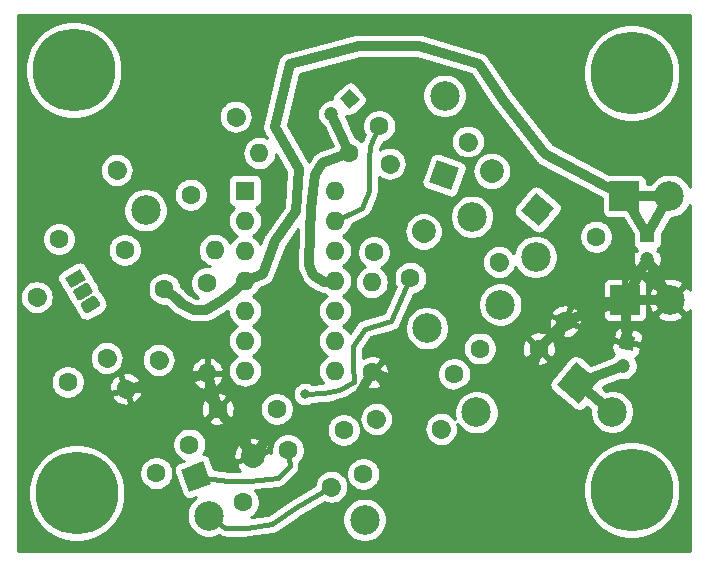
<source format=gbr>
G04 #@! TF.GenerationSoftware,KiCad,Pcbnew,(5.1.2-1)-1*
G04 #@! TF.CreationDate,2021-05-12T23:47:19-04:00*
G04 #@! TF.ProjectId,Dual Micro Sample Hold - MFOS,4475616c-204d-4696-9372-6f2053616d70,rev?*
G04 #@! TF.SameCoordinates,Original*
G04 #@! TF.FileFunction,Copper,L1,Top*
G04 #@! TF.FilePolarity,Positive*
%FSLAX46Y46*%
G04 Gerber Fmt 4.6, Leading zero omitted, Abs format (unit mm)*
G04 Created by KiCad (PCBNEW (5.1.2-1)-1) date 2021-05-12 23:47:19*
%MOMM*%
%LPD*%
G04 APERTURE LIST*
%ADD10C,7.000000*%
%ADD11R,1.200000X1.200000*%
%ADD12C,1.200000*%
%ADD13C,0.100000*%
%ADD14C,1.600000*%
%ADD15C,2.000000*%
%ADD16C,2.000000*%
%ADD17R,2.499360X2.499360*%
%ADD18C,2.499360*%
%ADD19C,1.050000*%
%ADD20O,1.600000X1.600000*%
%ADD21C,1.600000*%
%ADD22R,1.600000X1.600000*%
%ADD23C,0.800000*%
%ADD24C,0.812800*%
%ADD25C,0.406400*%
%ADD26C,0.254000*%
G04 APERTURE END LIST*
D10*
X17780000Y-53340000D03*
X64770000Y-53086000D03*
X64770000Y-17780000D03*
X17526000Y-17526000D03*
D11*
X66090800Y-31521400D03*
D12*
X66090800Y-33521400D03*
X64041704Y-42584216D03*
X64389000Y-40614600D03*
D13*
G36*
X63902304Y-39919526D02*
G01*
X65084074Y-40127904D01*
X64875696Y-41309674D01*
X63693926Y-41101296D01*
X63902304Y-39919526D01*
X63902304Y-39919526D01*
G37*
D12*
X39361911Y-21275375D03*
X40894000Y-19989800D03*
D13*
G36*
X40967954Y-19144501D02*
G01*
X41739299Y-20063754D01*
X40820046Y-20835099D01*
X40048701Y-19915846D01*
X40967954Y-19144501D01*
X40967954Y-19144501D01*
G37*
D14*
X35687000Y-49733200D03*
X40385463Y-48023099D03*
X29721800Y-46228000D03*
X34721800Y-46228000D03*
X56917600Y-41122600D03*
X51917600Y-41122600D03*
D15*
X47157538Y-31215039D03*
D16*
X47157538Y-31215039D02*
X47157538Y-31215039D01*
D15*
X48895000Y-26441400D03*
D13*
G36*
X48297328Y-25159687D02*
G01*
X50176713Y-25843728D01*
X49492672Y-27723113D01*
X47613287Y-27039072D01*
X48297328Y-25159687D01*
X48297328Y-25159687D01*
G37*
D15*
X27914600Y-51968400D03*
D13*
G36*
X27316928Y-53250113D02*
G01*
X26632887Y-51370728D01*
X28512272Y-50686687D01*
X29196313Y-52566072D01*
X27316928Y-53250113D01*
X27316928Y-53250113D01*
G37*
D15*
X32688239Y-50230938D03*
D16*
X32688239Y-50230938D02*
X32688239Y-50230938D01*
D15*
X52928294Y-26097039D03*
D16*
X52928294Y-26097039D02*
X52928294Y-26097039D01*
D15*
X56819800Y-29362400D03*
D13*
G36*
X58228632Y-29239143D02*
G01*
X56943057Y-30771232D01*
X55410968Y-29485657D01*
X56696543Y-27953568D01*
X58228632Y-29239143D01*
X58228632Y-29239143D01*
G37*
D17*
X64160400Y-28194000D03*
D18*
X67970400Y-28194000D03*
X68021200Y-37007800D03*
D17*
X64211200Y-37007800D03*
D18*
X60198000Y-44043600D03*
D13*
G36*
X58437411Y-44197632D02*
G01*
X60043968Y-42283011D01*
X61958589Y-43889568D01*
X60352032Y-45804189D01*
X58437411Y-44197632D01*
X58437411Y-44197632D01*
G37*
D18*
X63116629Y-46492621D03*
X23622000Y-29413200D03*
X48945800Y-19735800D03*
X51257200Y-29972000D03*
X53644800Y-37414200D03*
X42164000Y-55626000D03*
X47447200Y-39395400D03*
X56642000Y-33375600D03*
X28981400Y-55270400D03*
X51638200Y-46507400D03*
D13*
G36*
X18621505Y-35571232D02*
G01*
X18647097Y-35574176D01*
X18672277Y-35579614D01*
X18696803Y-35587495D01*
X18720438Y-35597741D01*
X18742955Y-35610254D01*
X18764137Y-35624915D01*
X18783780Y-35641581D01*
X18801695Y-35660092D01*
X18817709Y-35680270D01*
X18831669Y-35701920D01*
X19094169Y-36156584D01*
X19105939Y-36179499D01*
X19115406Y-36203456D01*
X19122480Y-36228227D01*
X19127091Y-36253571D01*
X19129196Y-36279245D01*
X19128775Y-36305002D01*
X19125831Y-36330594D01*
X19120392Y-36355774D01*
X19112512Y-36380300D01*
X19102266Y-36403935D01*
X19089752Y-36426452D01*
X19075092Y-36447634D01*
X19058426Y-36467277D01*
X19039915Y-36485192D01*
X19019737Y-36501206D01*
X18998087Y-36515166D01*
X18153713Y-37002666D01*
X18130799Y-37014436D01*
X18106841Y-37023903D01*
X18082071Y-37030977D01*
X18056726Y-37035588D01*
X18031052Y-37037693D01*
X18005295Y-37037272D01*
X17979703Y-37034328D01*
X17954523Y-37028890D01*
X17929997Y-37021009D01*
X17906362Y-37010763D01*
X17883845Y-36998250D01*
X17862663Y-36983589D01*
X17843020Y-36966923D01*
X17825105Y-36948412D01*
X17809091Y-36928234D01*
X17795131Y-36906584D01*
X17532631Y-36451920D01*
X17520861Y-36429005D01*
X17511394Y-36405048D01*
X17504320Y-36380277D01*
X17499709Y-36354933D01*
X17497604Y-36329259D01*
X17498025Y-36303502D01*
X17500969Y-36277910D01*
X17506408Y-36252730D01*
X17514288Y-36228204D01*
X17524534Y-36204569D01*
X17537048Y-36182052D01*
X17551708Y-36160870D01*
X17568374Y-36141227D01*
X17586885Y-36123312D01*
X17607063Y-36107298D01*
X17628713Y-36093338D01*
X18473087Y-35605838D01*
X18496001Y-35594068D01*
X18519959Y-35584601D01*
X18544729Y-35577527D01*
X18570074Y-35572916D01*
X18595748Y-35570811D01*
X18621505Y-35571232D01*
X18621505Y-35571232D01*
G37*
D19*
X18313400Y-36304252D03*
D13*
G36*
X19256505Y-36671085D02*
G01*
X19282097Y-36674029D01*
X19307277Y-36679467D01*
X19331803Y-36687348D01*
X19355438Y-36697594D01*
X19377955Y-36710107D01*
X19399137Y-36724768D01*
X19418780Y-36741434D01*
X19436695Y-36759945D01*
X19452709Y-36780123D01*
X19466669Y-36801773D01*
X19729169Y-37256437D01*
X19740939Y-37279352D01*
X19750406Y-37303309D01*
X19757480Y-37328080D01*
X19762091Y-37353424D01*
X19764196Y-37379098D01*
X19763775Y-37404855D01*
X19760831Y-37430447D01*
X19755392Y-37455627D01*
X19747512Y-37480153D01*
X19737266Y-37503788D01*
X19724752Y-37526305D01*
X19710092Y-37547487D01*
X19693426Y-37567130D01*
X19674915Y-37585045D01*
X19654737Y-37601059D01*
X19633087Y-37615019D01*
X18788713Y-38102519D01*
X18765799Y-38114289D01*
X18741841Y-38123756D01*
X18717071Y-38130830D01*
X18691726Y-38135441D01*
X18666052Y-38137546D01*
X18640295Y-38137125D01*
X18614703Y-38134181D01*
X18589523Y-38128743D01*
X18564997Y-38120862D01*
X18541362Y-38110616D01*
X18518845Y-38098103D01*
X18497663Y-38083442D01*
X18478020Y-38066776D01*
X18460105Y-38048265D01*
X18444091Y-38028087D01*
X18430131Y-38006437D01*
X18167631Y-37551773D01*
X18155861Y-37528858D01*
X18146394Y-37504901D01*
X18139320Y-37480130D01*
X18134709Y-37454786D01*
X18132604Y-37429112D01*
X18133025Y-37403355D01*
X18135969Y-37377763D01*
X18141408Y-37352583D01*
X18149288Y-37328057D01*
X18159534Y-37304422D01*
X18172048Y-37281905D01*
X18186708Y-37260723D01*
X18203374Y-37241080D01*
X18221885Y-37223165D01*
X18242063Y-37207151D01*
X18263713Y-37193191D01*
X19108087Y-36705691D01*
X19131001Y-36693921D01*
X19154959Y-36684454D01*
X19179729Y-36677380D01*
X19205074Y-36672769D01*
X19230748Y-36670664D01*
X19256505Y-36671085D01*
X19256505Y-36671085D01*
G37*
D19*
X18948400Y-37404105D03*
X17678400Y-35204400D03*
D13*
G36*
X16766381Y-35124737D02*
G01*
X18065419Y-34374737D01*
X18590419Y-35284063D01*
X17291381Y-36034063D01*
X16766381Y-35124737D01*
X16766381Y-35124737D01*
G37*
D14*
X21844000Y-32791400D03*
D20*
X29464000Y-32791400D03*
X28829000Y-43205400D03*
D14*
X28829000Y-35585400D03*
X40868600Y-24587200D03*
D20*
X33248600Y-24587200D03*
D14*
X42773600Y-43129200D03*
D20*
X42773600Y-35509200D03*
D14*
X31242000Y-21493286D03*
D21*
X31242000Y-21493286D02*
X31242000Y-21493286D01*
D14*
X27432000Y-28092400D03*
X43408600Y-22275800D03*
X50912835Y-23598999D03*
D21*
X50912835Y-23598999D02*
X50912835Y-23598999D01*
D14*
X42951400Y-32969200D03*
X44274599Y-25464965D03*
D21*
X44274599Y-25464965D02*
X44274599Y-25464965D01*
D14*
X14411807Y-36781542D03*
D21*
X14411807Y-36781542D02*
X14411807Y-36781542D01*
D14*
X17018000Y-43942000D03*
X21930207Y-44528542D03*
D21*
X21930207Y-44528542D02*
X21930207Y-44528542D01*
D14*
X24536400Y-51689000D03*
X53554435Y-33805001D03*
D21*
X53554435Y-33805001D02*
X53554435Y-33805001D01*
D14*
X46050200Y-35128200D03*
X16281400Y-31851600D03*
X21179442Y-26014341D03*
D21*
X21179442Y-26014341D02*
X21179442Y-26014341D01*
D14*
X59166607Y-38808858D03*
D21*
X59166607Y-38808858D02*
X59166607Y-38808858D01*
D14*
X61772800Y-31648400D03*
X25222200Y-36093400D03*
X20324158Y-41930659D03*
D21*
X20324158Y-41930659D02*
X20324158Y-41930659D01*
D14*
X43159486Y-47091600D03*
D21*
X43159486Y-47091600D02*
X43159486Y-47091600D01*
D14*
X49758600Y-43281600D03*
X24724207Y-42090142D03*
D21*
X24724207Y-42090142D02*
X24724207Y-42090142D01*
D14*
X27330400Y-49250600D03*
X31851600Y-54152800D03*
X39355835Y-52829601D03*
D21*
X39355835Y-52829601D02*
X39355835Y-52829601D01*
D14*
X48661514Y-47929800D03*
D21*
X48661514Y-47929800D02*
X48661514Y-47929800D01*
D14*
X42062400Y-51739800D03*
D22*
X32029400Y-27762200D03*
D20*
X39649400Y-43002200D03*
X32029400Y-30302200D03*
X39649400Y-40462200D03*
X32029400Y-32842200D03*
X39649400Y-37922200D03*
X32029400Y-35382200D03*
X39649400Y-35382200D03*
X32029400Y-37922200D03*
X39649400Y-32842200D03*
X32029400Y-40462200D03*
X39649400Y-30302200D03*
X32029400Y-43002200D03*
X39649400Y-27762200D03*
D23*
X37102288Y-44976288D03*
D24*
X66090800Y-33521400D02*
X64211200Y-37007800D01*
X64211200Y-37007800D02*
X68021200Y-37007800D01*
X68021200Y-37007800D02*
X66090800Y-33521400D01*
X64211200Y-37007800D02*
X64389000Y-40614600D01*
X64211200Y-37007800D02*
X59166607Y-38808858D01*
X59166607Y-38808858D02*
X56917600Y-41122600D01*
X21930207Y-44528542D02*
X25654000Y-44196000D01*
X25654000Y-44196000D02*
X28829000Y-43205400D01*
X28829000Y-43205400D02*
X29721800Y-46228000D01*
X32688239Y-50230938D02*
X29721800Y-46228000D01*
X32688239Y-50230938D02*
X34290000Y-48260000D01*
X34290000Y-48260000D02*
X36068000Y-47752000D01*
X36068000Y-47752000D02*
X37846000Y-46990000D01*
X37846000Y-46990000D02*
X38862000Y-46228000D01*
X38862000Y-46228000D02*
X40132000Y-45720000D01*
X40132000Y-45720000D02*
X41402000Y-45466000D01*
X41402000Y-45466000D02*
X42773600Y-43129200D01*
X56134000Y-43180000D02*
X56917600Y-41122600D01*
X52832000Y-43942000D02*
X54610000Y-43942000D01*
X54610000Y-43942000D02*
X56134000Y-43180000D01*
X51054000Y-44450000D02*
X52832000Y-43942000D01*
X48768000Y-45212000D02*
X50038000Y-44958000D01*
X45466000Y-44196000D02*
X46228000Y-44704000D01*
X50038000Y-44958000D02*
X51054000Y-44450000D01*
X46228000Y-44704000D02*
X48768000Y-45212000D01*
X42773600Y-43129200D02*
X45466000Y-44196000D01*
X67970400Y-28194000D02*
X64160400Y-28194000D01*
X64160400Y-28194000D02*
X66090800Y-31521400D01*
X67970400Y-28194000D02*
X66090800Y-31521400D01*
X64160400Y-28194000D02*
X57404000Y-24638000D01*
X57404000Y-24638000D02*
X53848000Y-20066000D01*
X53848000Y-20066000D02*
X51816000Y-17018000D01*
X51816000Y-17018000D02*
X46736000Y-15494000D01*
X46736000Y-15494000D02*
X41656000Y-15494000D01*
X41656000Y-15494000D02*
X35814000Y-17018000D01*
X35814000Y-17018000D02*
X34544000Y-22352000D01*
X34544000Y-22352000D02*
X36576000Y-25908000D01*
X36576000Y-25908000D02*
X36322000Y-29464000D01*
X36322000Y-29464000D02*
X34544000Y-32004000D01*
X34544000Y-32004000D02*
X33528000Y-34798000D01*
X33528000Y-34798000D02*
X32029400Y-35382200D01*
X32029400Y-35382200D02*
X30988000Y-36322000D01*
X30988000Y-36322000D02*
X29972000Y-37084000D01*
X29972000Y-37084000D02*
X28702000Y-37846000D01*
X28702000Y-37846000D02*
X27686000Y-37846000D01*
X27686000Y-37846000D02*
X26670000Y-37338000D01*
X26670000Y-37338000D02*
X26162000Y-36830000D01*
X26162000Y-36830000D02*
X25222200Y-36093400D01*
X63116629Y-46492621D02*
X60198000Y-44043600D01*
X60198000Y-44043600D02*
X64041704Y-42584216D01*
X40868600Y-24587200D02*
X40081200Y-22834600D01*
X40081200Y-22834600D02*
X39361911Y-21275375D01*
X40868600Y-24587200D02*
X38582600Y-25400000D01*
X38582600Y-25400000D02*
X37973000Y-26390600D01*
X37973000Y-26390600D02*
X37820600Y-27787600D01*
X37820600Y-27787600D02*
X37668200Y-29311600D01*
X37668200Y-29311600D02*
X37541200Y-31242000D01*
X37541200Y-31242000D02*
X37465000Y-34086800D01*
X37465000Y-34086800D02*
X37820600Y-34899600D01*
X37820600Y-34899600D02*
X38709600Y-35458400D01*
X38709600Y-35458400D02*
X39649400Y-35382200D01*
D25*
X39649400Y-30302200D02*
X41960800Y-29184600D01*
X41960800Y-29184600D02*
X42519600Y-27813000D01*
X42519600Y-27813000D02*
X42570400Y-26593800D01*
X42570400Y-26593800D02*
X42519600Y-25095200D01*
X42519600Y-25095200D02*
X42646600Y-23977600D01*
X42646600Y-23977600D02*
X43408600Y-22275800D01*
X27914600Y-51968400D02*
X30632400Y-52324000D01*
X30632400Y-52324000D02*
X32435800Y-52324000D01*
X32435800Y-52324000D02*
X34798000Y-52070000D01*
X34798000Y-52070000D02*
X35814000Y-51054000D01*
X35814000Y-51054000D02*
X35687000Y-49733200D01*
X46050200Y-35128200D02*
X44424600Y-38811200D01*
X44424600Y-38811200D02*
X42189400Y-39446200D01*
X42189400Y-39446200D02*
X41224200Y-40894000D01*
X41224200Y-40894000D02*
X41148000Y-42545000D01*
X41148000Y-42545000D02*
X41275000Y-43916600D01*
X41275000Y-43916600D02*
X40005000Y-44653200D01*
X40005000Y-44653200D02*
X38760400Y-44907200D01*
X38760400Y-44907200D02*
X37102288Y-44976288D01*
X37102288Y-44976288D02*
X36931600Y-44983400D01*
X39355835Y-52829601D02*
X36296600Y-54635400D01*
X36296600Y-54635400D02*
X34315400Y-56007000D01*
X34315400Y-56007000D02*
X32181800Y-56286400D01*
X32181800Y-56286400D02*
X30353000Y-56286400D01*
X30353000Y-56286400D02*
X28981400Y-55270400D01*
D26*
G36*
X69698001Y-27439890D02*
G01*
X69640582Y-27301269D01*
X69434326Y-26992587D01*
X69171813Y-26730074D01*
X68863131Y-26523818D01*
X68520141Y-26381747D01*
X68156025Y-26309320D01*
X67784775Y-26309320D01*
X67420659Y-26381747D01*
X67077669Y-26523818D01*
X66768987Y-26730074D01*
X66506474Y-26992587D01*
X66399556Y-27152600D01*
X66048152Y-27152600D01*
X66048152Y-26944320D01*
X66035892Y-26819838D01*
X65999582Y-26700140D01*
X65940617Y-26589826D01*
X65861265Y-26493135D01*
X65764574Y-26413783D01*
X65654260Y-26354818D01*
X65534562Y-26318508D01*
X65410080Y-26306248D01*
X62910720Y-26306248D01*
X62825582Y-26314633D01*
X58087994Y-23821166D01*
X54693395Y-19456682D01*
X53304099Y-17372738D01*
X60635000Y-17372738D01*
X60635000Y-18187262D01*
X60793906Y-18986135D01*
X61105611Y-19738657D01*
X61558136Y-20415909D01*
X62134091Y-20991864D01*
X62811343Y-21444389D01*
X63563865Y-21756094D01*
X64362738Y-21915000D01*
X65177262Y-21915000D01*
X65976135Y-21756094D01*
X66728657Y-21444389D01*
X67405909Y-20991864D01*
X67981864Y-20415909D01*
X68434389Y-19738657D01*
X68746094Y-18986135D01*
X68905000Y-18187262D01*
X68905000Y-17372738D01*
X68746094Y-16573865D01*
X68434389Y-15821343D01*
X67981864Y-15144091D01*
X67405909Y-14568136D01*
X66728657Y-14115611D01*
X65976135Y-13803906D01*
X65177262Y-13645000D01*
X64362738Y-13645000D01*
X63563865Y-13803906D01*
X62811343Y-14115611D01*
X62134091Y-14568136D01*
X61558136Y-15144091D01*
X61105611Y-15821343D01*
X60793906Y-16573865D01*
X60635000Y-17372738D01*
X53304099Y-17372738D01*
X52738190Y-16523876D01*
X52737358Y-16521884D01*
X52681412Y-16438708D01*
X52654123Y-16397775D01*
X52652758Y-16396108D01*
X52622867Y-16351669D01*
X52587925Y-16316941D01*
X52556716Y-16278831D01*
X52515358Y-16244816D01*
X52477368Y-16207059D01*
X52436320Y-16179814D01*
X52398280Y-16148528D01*
X52351081Y-16123236D01*
X52306454Y-16093615D01*
X52260880Y-16074901D01*
X52217465Y-16051637D01*
X52166240Y-16036040D01*
X52164239Y-16035218D01*
X52116894Y-16021015D01*
X52021223Y-15991884D01*
X52019082Y-15991671D01*
X47036775Y-14496980D01*
X46940150Y-14467669D01*
X46887386Y-14462472D01*
X46835373Y-14452292D01*
X46734925Y-14452600D01*
X41676456Y-14452600D01*
X41594470Y-14449373D01*
X41523437Y-14460618D01*
X41451850Y-14467669D01*
X41373313Y-14491493D01*
X35649381Y-15984693D01*
X35648362Y-15984755D01*
X35550441Y-16010503D01*
X35501633Y-16023236D01*
X35500673Y-16023590D01*
X35449968Y-16036923D01*
X35404669Y-16059000D01*
X35357393Y-16076437D01*
X35312689Y-16103827D01*
X35265564Y-16126794D01*
X35225446Y-16157281D01*
X35182477Y-16183608D01*
X35143979Y-16219190D01*
X35102236Y-16250912D01*
X35068829Y-16288648D01*
X35031829Y-16322846D01*
X35001018Y-16365247D01*
X34966260Y-16404510D01*
X34940854Y-16448044D01*
X34911241Y-16488797D01*
X34889295Y-16536393D01*
X34862864Y-16581683D01*
X34846440Y-16629334D01*
X34825345Y-16675084D01*
X34813106Y-16726048D01*
X34812767Y-16727030D01*
X34800931Y-16776740D01*
X34777441Y-16874551D01*
X34777401Y-16875567D01*
X33546700Y-22044516D01*
X33534436Y-22076665D01*
X33523004Y-22144039D01*
X33519072Y-22160552D01*
X33514442Y-22194495D01*
X33500118Y-22278911D01*
X33500600Y-22295971D01*
X33498294Y-22312880D01*
X33503496Y-22398358D01*
X33505917Y-22483967D01*
X33509718Y-22500605D01*
X33510755Y-22517637D01*
X33532532Y-22600455D01*
X33551609Y-22683950D01*
X33558583Y-22699526D01*
X33562923Y-22716031D01*
X33600444Y-22793021D01*
X33614434Y-22824266D01*
X33622847Y-22838988D01*
X33652793Y-22900435D01*
X33673619Y-22927840D01*
X33887038Y-23301323D01*
X33800408Y-23255018D01*
X33529909Y-23172964D01*
X33319092Y-23152200D01*
X33178108Y-23152200D01*
X32967291Y-23172964D01*
X32696792Y-23255018D01*
X32447499Y-23388268D01*
X32228992Y-23567592D01*
X32049668Y-23786099D01*
X31916418Y-24035392D01*
X31834364Y-24305891D01*
X31806657Y-24587200D01*
X31834364Y-24868509D01*
X31916418Y-25139008D01*
X32049668Y-25388301D01*
X32228992Y-25606808D01*
X32447499Y-25786132D01*
X32696792Y-25919382D01*
X32967291Y-26001436D01*
X33178108Y-26022200D01*
X33319092Y-26022200D01*
X33529909Y-26001436D01*
X33800408Y-25919382D01*
X34049701Y-25786132D01*
X34268208Y-25606808D01*
X34447532Y-25388301D01*
X34580782Y-25139008D01*
X34662836Y-24868509D01*
X34680440Y-24689777D01*
X35514682Y-26149703D01*
X35303759Y-29102644D01*
X33700583Y-31392896D01*
X33649227Y-31461400D01*
X33619659Y-31523092D01*
X33586125Y-31582685D01*
X33559518Y-31664007D01*
X33343823Y-32257168D01*
X33228332Y-32041099D01*
X33049008Y-31822592D01*
X32830501Y-31643268D01*
X32697542Y-31572200D01*
X32830501Y-31501132D01*
X33049008Y-31321808D01*
X33228332Y-31103301D01*
X33361582Y-30854008D01*
X33443636Y-30583509D01*
X33471343Y-30302200D01*
X33443636Y-30020891D01*
X33361582Y-29750392D01*
X33228332Y-29501099D01*
X33049008Y-29282592D01*
X32935918Y-29189781D01*
X32953882Y-29188012D01*
X33073580Y-29151702D01*
X33183894Y-29092737D01*
X33280585Y-29013385D01*
X33359937Y-28916694D01*
X33418902Y-28806380D01*
X33455212Y-28686682D01*
X33467472Y-28562200D01*
X33467472Y-26962200D01*
X33455212Y-26837718D01*
X33418902Y-26718020D01*
X33359937Y-26607706D01*
X33280585Y-26511015D01*
X33183894Y-26431663D01*
X33073580Y-26372698D01*
X32953882Y-26336388D01*
X32829400Y-26324128D01*
X31229400Y-26324128D01*
X31104918Y-26336388D01*
X30985220Y-26372698D01*
X30874906Y-26431663D01*
X30778215Y-26511015D01*
X30698863Y-26607706D01*
X30639898Y-26718020D01*
X30603588Y-26837718D01*
X30591328Y-26962200D01*
X30591328Y-28562200D01*
X30603588Y-28686682D01*
X30639898Y-28806380D01*
X30698863Y-28916694D01*
X30778215Y-29013385D01*
X30874906Y-29092737D01*
X30985220Y-29151702D01*
X31104918Y-29188012D01*
X31122882Y-29189781D01*
X31009792Y-29282592D01*
X30830468Y-29501099D01*
X30697218Y-29750392D01*
X30615164Y-30020891D01*
X30587457Y-30302200D01*
X30615164Y-30583509D01*
X30697218Y-30854008D01*
X30830468Y-31103301D01*
X31009792Y-31321808D01*
X31228299Y-31501132D01*
X31361258Y-31572200D01*
X31228299Y-31643268D01*
X31009792Y-31822592D01*
X30830468Y-32041099D01*
X30760277Y-32172418D01*
X30662932Y-31990299D01*
X30483608Y-31771792D01*
X30265101Y-31592468D01*
X30015808Y-31459218D01*
X29745309Y-31377164D01*
X29534492Y-31356400D01*
X29393508Y-31356400D01*
X29182691Y-31377164D01*
X28912192Y-31459218D01*
X28662899Y-31592468D01*
X28444392Y-31771792D01*
X28265068Y-31990299D01*
X28131818Y-32239592D01*
X28049764Y-32510091D01*
X28022057Y-32791400D01*
X28049764Y-33072709D01*
X28131818Y-33343208D01*
X28265068Y-33592501D01*
X28444392Y-33811008D01*
X28662899Y-33990332D01*
X28912192Y-34123582D01*
X29058249Y-34167887D01*
X28970335Y-34150400D01*
X28687665Y-34150400D01*
X28410426Y-34205547D01*
X28149273Y-34313720D01*
X27914241Y-34470763D01*
X27714363Y-34670641D01*
X27557320Y-34905673D01*
X27449147Y-35166826D01*
X27394000Y-35444065D01*
X27394000Y-35726735D01*
X27449147Y-36003974D01*
X27557320Y-36265127D01*
X27714363Y-36500159D01*
X27914241Y-36700037D01*
X28070731Y-36804600D01*
X27931840Y-36804600D01*
X27286882Y-36482121D01*
X26962571Y-36157810D01*
X26955802Y-36148156D01*
X26890134Y-36085373D01*
X26862211Y-36057450D01*
X26853150Y-36050014D01*
X26844679Y-36041915D01*
X26813593Y-36017550D01*
X26743369Y-35959919D01*
X26732975Y-35954363D01*
X26643746Y-35884427D01*
X26602053Y-35674826D01*
X26493880Y-35413673D01*
X26336837Y-35178641D01*
X26136959Y-34978763D01*
X25901927Y-34821720D01*
X25640774Y-34713547D01*
X25363535Y-34658400D01*
X25080865Y-34658400D01*
X24803626Y-34713547D01*
X24542473Y-34821720D01*
X24307441Y-34978763D01*
X24107563Y-35178641D01*
X23950520Y-35413673D01*
X23842347Y-35674826D01*
X23787200Y-35952065D01*
X23787200Y-36234735D01*
X23842347Y-36511974D01*
X23950520Y-36773127D01*
X24107563Y-37008159D01*
X24307441Y-37208037D01*
X24542473Y-37365080D01*
X24803626Y-37473253D01*
X25080865Y-37528400D01*
X25363535Y-37528400D01*
X25364619Y-37528184D01*
X25470090Y-37610851D01*
X25871204Y-38011965D01*
X25879465Y-38023628D01*
X25943624Y-38084385D01*
X25969789Y-38110550D01*
X25980775Y-38119566D01*
X26028414Y-38164679D01*
X26059881Y-38184487D01*
X26088630Y-38208081D01*
X26146504Y-38239016D01*
X26158521Y-38246580D01*
X26191590Y-38263115D01*
X26269544Y-38304782D01*
X26283225Y-38308932D01*
X27207618Y-38771129D01*
X27285546Y-38812783D01*
X27348333Y-38831829D01*
X27409608Y-38855277D01*
X27446264Y-38861536D01*
X27481850Y-38872331D01*
X27547147Y-38878762D01*
X27611818Y-38889805D01*
X27700122Y-38887400D01*
X28625434Y-38887400D01*
X28651133Y-38891200D01*
X28727771Y-38887400D01*
X28753152Y-38887400D01*
X28778884Y-38884866D01*
X28856019Y-38881041D01*
X28880759Y-38874832D01*
X28906150Y-38872331D01*
X28980083Y-38849904D01*
X29054985Y-38831105D01*
X29078034Y-38820191D01*
X29102454Y-38812783D01*
X29170590Y-38776364D01*
X29193933Y-38765310D01*
X29215674Y-38752265D01*
X29283370Y-38716081D01*
X29303459Y-38699595D01*
X30422060Y-38028434D01*
X30424478Y-38027554D01*
X30509862Y-37975753D01*
X30551658Y-37950675D01*
X30553718Y-37949146D01*
X30555918Y-37947811D01*
X30587636Y-37924022D01*
X30615164Y-38203509D01*
X30697218Y-38474008D01*
X30830468Y-38723301D01*
X31009792Y-38941808D01*
X31228299Y-39121132D01*
X31361258Y-39192200D01*
X31228299Y-39263268D01*
X31009792Y-39442592D01*
X30830468Y-39661099D01*
X30697218Y-39910392D01*
X30615164Y-40180891D01*
X30587457Y-40462200D01*
X30615164Y-40743509D01*
X30697218Y-41014008D01*
X30830468Y-41263301D01*
X31009792Y-41481808D01*
X31228299Y-41661132D01*
X31361258Y-41732200D01*
X31228299Y-41803268D01*
X31009792Y-41982592D01*
X30830468Y-42201099D01*
X30697218Y-42450392D01*
X30615164Y-42720891D01*
X30587457Y-43002200D01*
X30615164Y-43283509D01*
X30697218Y-43554008D01*
X30830468Y-43803301D01*
X31009792Y-44021808D01*
X31228299Y-44201132D01*
X31477592Y-44334382D01*
X31748091Y-44416436D01*
X31958908Y-44437200D01*
X32099892Y-44437200D01*
X32310709Y-44416436D01*
X32581208Y-44334382D01*
X32830501Y-44201132D01*
X33049008Y-44021808D01*
X33228332Y-43803301D01*
X33361582Y-43554008D01*
X33443636Y-43283509D01*
X33471343Y-43002200D01*
X33443636Y-42720891D01*
X33361582Y-42450392D01*
X33228332Y-42201099D01*
X33049008Y-41982592D01*
X32830501Y-41803268D01*
X32697542Y-41732200D01*
X32830501Y-41661132D01*
X33049008Y-41481808D01*
X33228332Y-41263301D01*
X33361582Y-41014008D01*
X33443636Y-40743509D01*
X33471343Y-40462200D01*
X33443636Y-40180891D01*
X33361582Y-39910392D01*
X33228332Y-39661099D01*
X33049008Y-39442592D01*
X32830501Y-39263268D01*
X32697542Y-39192200D01*
X32830501Y-39121132D01*
X33049008Y-38941808D01*
X33228332Y-38723301D01*
X33361582Y-38474008D01*
X33443636Y-38203509D01*
X33471343Y-37922200D01*
X33443636Y-37640891D01*
X33361582Y-37370392D01*
X33228332Y-37121099D01*
X33049008Y-36902592D01*
X32830501Y-36723268D01*
X32697542Y-36652200D01*
X32830501Y-36581132D01*
X33049008Y-36401808D01*
X33228332Y-36183301D01*
X33330119Y-35992871D01*
X33890139Y-35774558D01*
X33970523Y-35746263D01*
X34029671Y-35711225D01*
X34090980Y-35680091D01*
X34117738Y-35659055D01*
X34147017Y-35641711D01*
X34198193Y-35595807D01*
X34252249Y-35553311D01*
X34274389Y-35527459D01*
X34299723Y-35504735D01*
X34340965Y-35449723D01*
X34385687Y-35397503D01*
X34402356Y-35367833D01*
X34422772Y-35340600D01*
X34452490Y-35278596D01*
X34486164Y-35218658D01*
X34512605Y-35137653D01*
X35475818Y-32488818D01*
X36513002Y-31007127D01*
X36504072Y-31142858D01*
X36501544Y-31162983D01*
X36500717Y-31193847D01*
X36498689Y-31224677D01*
X36499348Y-31244964D01*
X36424694Y-34032030D01*
X36418766Y-34107425D01*
X36427981Y-34185228D01*
X36433571Y-34263395D01*
X36440025Y-34286919D01*
X36442893Y-34311139D01*
X36467111Y-34385656D01*
X36487842Y-34461223D01*
X36521696Y-34528856D01*
X36847723Y-35274062D01*
X36865359Y-35326853D01*
X36914084Y-35412200D01*
X36962147Y-35498006D01*
X36964937Y-35501272D01*
X36967067Y-35505003D01*
X37031556Y-35579261D01*
X37095385Y-35653983D01*
X37098756Y-35656640D01*
X37101575Y-35659886D01*
X37179316Y-35720138D01*
X37256494Y-35780971D01*
X37306091Y-35806237D01*
X38135517Y-36327591D01*
X38200448Y-36372618D01*
X38269185Y-36402491D01*
X38336256Y-36435971D01*
X38363083Y-36443299D01*
X38388588Y-36454383D01*
X38461841Y-36470274D01*
X38534144Y-36490023D01*
X38561882Y-36491976D01*
X38589062Y-36497872D01*
X38664017Y-36499167D01*
X38738776Y-36504430D01*
X38752689Y-36502667D01*
X38848299Y-36581132D01*
X38981258Y-36652200D01*
X38848299Y-36723268D01*
X38629792Y-36902592D01*
X38450468Y-37121099D01*
X38317218Y-37370392D01*
X38235164Y-37640891D01*
X38207457Y-37922200D01*
X38235164Y-38203509D01*
X38317218Y-38474008D01*
X38450468Y-38723301D01*
X38629792Y-38941808D01*
X38848299Y-39121132D01*
X38981258Y-39192200D01*
X38848299Y-39263268D01*
X38629792Y-39442592D01*
X38450468Y-39661099D01*
X38317218Y-39910392D01*
X38235164Y-40180891D01*
X38207457Y-40462200D01*
X38235164Y-40743509D01*
X38317218Y-41014008D01*
X38450468Y-41263301D01*
X38629792Y-41481808D01*
X38848299Y-41661132D01*
X38981258Y-41732200D01*
X38848299Y-41803268D01*
X38629792Y-41982592D01*
X38450468Y-42201099D01*
X38317218Y-42450392D01*
X38235164Y-42720891D01*
X38207457Y-43002200D01*
X38235164Y-43283509D01*
X38317218Y-43554008D01*
X38450468Y-43803301D01*
X38629792Y-44021808D01*
X38684995Y-44067112D01*
X38658502Y-44072519D01*
X37674042Y-44113538D01*
X37592544Y-44059083D01*
X37404186Y-43981062D01*
X37204227Y-43941288D01*
X37000349Y-43941288D01*
X36800390Y-43981062D01*
X36612032Y-44059083D01*
X36442514Y-44172351D01*
X36298351Y-44316514D01*
X36185083Y-44486032D01*
X36107062Y-44674390D01*
X36067288Y-44874349D01*
X36067288Y-45078227D01*
X36107062Y-45278186D01*
X36185083Y-45466544D01*
X36298351Y-45636062D01*
X36442514Y-45780225D01*
X36612032Y-45893493D01*
X36800390Y-45971514D01*
X37000349Y-46011288D01*
X37204227Y-46011288D01*
X37404186Y-45971514D01*
X37592544Y-45893493D01*
X37750092Y-45788223D01*
X38738748Y-45747029D01*
X38764583Y-45749444D01*
X38821042Y-45743600D01*
X38836429Y-45742959D01*
X38861987Y-45739362D01*
X38887667Y-45736704D01*
X38902760Y-45733624D01*
X38958963Y-45725714D01*
X38983458Y-45717155D01*
X40104038Y-45488465D01*
X40116593Y-45488029D01*
X40184788Y-45471985D01*
X40212945Y-45466239D01*
X40224887Y-45462552D01*
X40277316Y-45450217D01*
X40303588Y-45438250D01*
X40331178Y-45429731D01*
X40378562Y-45404100D01*
X40389926Y-45398924D01*
X40414763Y-45384519D01*
X40476404Y-45351176D01*
X40486078Y-45343156D01*
X41645176Y-44670880D01*
X41667687Y-44661710D01*
X41716407Y-44629567D01*
X41731153Y-44621014D01*
X41750805Y-44606872D01*
X41805506Y-44570783D01*
X41817686Y-44558744D01*
X41831593Y-44548737D01*
X41876320Y-44500792D01*
X41922937Y-44454717D01*
X41932535Y-44440533D01*
X41944222Y-44428005D01*
X41978739Y-44372250D01*
X42015468Y-44317971D01*
X42016979Y-44314383D01*
X42032086Y-44365871D01*
X42287596Y-44486771D01*
X42561784Y-44555500D01*
X42844112Y-44569417D01*
X43123730Y-44527987D01*
X43389892Y-44432803D01*
X43515114Y-44365871D01*
X43586697Y-44121902D01*
X42773600Y-43308805D01*
X42759458Y-43322948D01*
X42579853Y-43143343D01*
X42593995Y-43129200D01*
X42953205Y-43129200D01*
X43766302Y-43942297D01*
X44010271Y-43870714D01*
X44131171Y-43615204D01*
X44199900Y-43341016D01*
X44209795Y-43140265D01*
X48323600Y-43140265D01*
X48323600Y-43422935D01*
X48378747Y-43700174D01*
X48486920Y-43961327D01*
X48643963Y-44196359D01*
X48843841Y-44396237D01*
X49078873Y-44553280D01*
X49340026Y-44661453D01*
X49617265Y-44716600D01*
X49899935Y-44716600D01*
X50177174Y-44661453D01*
X50438327Y-44553280D01*
X50673359Y-44396237D01*
X50816352Y-44253244D01*
X57801767Y-44253244D01*
X57824830Y-44376183D01*
X57871434Y-44492261D01*
X57939789Y-44597016D01*
X58027266Y-44686424D01*
X59941887Y-46292981D01*
X60045127Y-46363604D01*
X60160160Y-46412729D01*
X60282567Y-46438469D01*
X60407644Y-46439833D01*
X60530583Y-46416770D01*
X60646661Y-46370166D01*
X60751416Y-46301811D01*
X60840824Y-46214334D01*
X60974704Y-46054782D01*
X61238147Y-46275838D01*
X61231949Y-46306996D01*
X61231949Y-46678246D01*
X61304376Y-47042362D01*
X61446447Y-47385352D01*
X61652703Y-47694034D01*
X61915216Y-47956547D01*
X62223898Y-48162803D01*
X62566888Y-48304874D01*
X62931004Y-48377301D01*
X63302254Y-48377301D01*
X63666370Y-48304874D01*
X64009360Y-48162803D01*
X64318042Y-47956547D01*
X64580555Y-47694034D01*
X64786811Y-47385352D01*
X64928882Y-47042362D01*
X65001309Y-46678246D01*
X65001309Y-46306996D01*
X64928882Y-45942880D01*
X64786811Y-45599890D01*
X64580555Y-45291208D01*
X64318042Y-45028695D01*
X64009360Y-44822439D01*
X63666370Y-44680368D01*
X63302254Y-44607941D01*
X62931004Y-44607941D01*
X62575063Y-44678742D01*
X62313501Y-44459265D01*
X62442732Y-44305253D01*
X63790650Y-43793474D01*
X63920067Y-43819216D01*
X64163341Y-43819216D01*
X64401940Y-43771756D01*
X64626696Y-43678659D01*
X64828971Y-43543503D01*
X65000991Y-43371483D01*
X65136147Y-43169208D01*
X65229244Y-42944452D01*
X65276704Y-42705853D01*
X65276704Y-42462579D01*
X65229244Y-42223980D01*
X65136147Y-41999224D01*
X65077674Y-41911713D01*
X65132677Y-41893708D01*
X65241679Y-41832351D01*
X65336615Y-41750909D01*
X65413840Y-41652510D01*
X65470384Y-41540936D01*
X65504074Y-41420474D01*
X65555618Y-41110464D01*
X65426846Y-40926559D01*
X64492017Y-40761724D01*
X64488544Y-40781420D01*
X64238403Y-40737313D01*
X64241876Y-40717617D01*
X63307047Y-40552782D01*
X63123142Y-40681553D01*
X63065548Y-40990496D01*
X63056006Y-41115215D01*
X63070979Y-41239400D01*
X63109892Y-41358277D01*
X63171249Y-41467279D01*
X63252691Y-41562215D01*
X63296656Y-41596719D01*
X63254437Y-41624929D01*
X63082417Y-41796949D01*
X63048794Y-41847269D01*
X61305950Y-42508995D01*
X60454113Y-41794219D01*
X60350873Y-41723596D01*
X60235840Y-41674471D01*
X60113433Y-41648731D01*
X59988356Y-41647367D01*
X59865417Y-41670430D01*
X59749339Y-41717034D01*
X59644584Y-41785389D01*
X59555176Y-41872866D01*
X57948619Y-43787487D01*
X57877996Y-43890727D01*
X57828871Y-44005760D01*
X57803131Y-44128167D01*
X57801767Y-44253244D01*
X50816352Y-44253244D01*
X50873237Y-44196359D01*
X51030280Y-43961327D01*
X51138453Y-43700174D01*
X51193600Y-43422935D01*
X51193600Y-43140265D01*
X51138453Y-42863026D01*
X51030280Y-42601873D01*
X50873237Y-42366841D01*
X50673359Y-42166963D01*
X50438327Y-42009920D01*
X50177174Y-41901747D01*
X49899935Y-41846600D01*
X49617265Y-41846600D01*
X49340026Y-41901747D01*
X49078873Y-42009920D01*
X48843841Y-42166963D01*
X48643963Y-42366841D01*
X48486920Y-42601873D01*
X48378747Y-42863026D01*
X48323600Y-43140265D01*
X44209795Y-43140265D01*
X44213817Y-43058688D01*
X44172387Y-42779070D01*
X44077203Y-42512908D01*
X44010271Y-42387686D01*
X43766302Y-42316103D01*
X42953205Y-43129200D01*
X42593995Y-43129200D01*
X42579853Y-43115058D01*
X42759458Y-42935453D01*
X42773600Y-42949595D01*
X43586697Y-42136498D01*
X43515114Y-41892529D01*
X43259604Y-41771629D01*
X42985416Y-41702900D01*
X42703088Y-41688983D01*
X42423470Y-41730413D01*
X42157308Y-41825597D01*
X42032086Y-41892529D01*
X42014428Y-41952711D01*
X42050773Y-41165226D01*
X42715523Y-40168101D01*
X44651673Y-39618058D01*
X44728965Y-39596537D01*
X44767856Y-39576884D01*
X44808407Y-39560923D01*
X44841365Y-39539736D01*
X44876328Y-39522068D01*
X44910636Y-39495206D01*
X44947296Y-39471640D01*
X44975487Y-39444431D01*
X45006332Y-39420281D01*
X45034742Y-39387240D01*
X45066098Y-39356977D01*
X45088439Y-39324792D01*
X45113980Y-39295088D01*
X45135396Y-39257144D01*
X45160248Y-39221341D01*
X45165280Y-39209775D01*
X45562520Y-39209775D01*
X45562520Y-39581025D01*
X45634947Y-39945141D01*
X45777018Y-40288131D01*
X45983274Y-40596813D01*
X46245787Y-40859326D01*
X46554469Y-41065582D01*
X46897459Y-41207653D01*
X47261575Y-41280080D01*
X47632825Y-41280080D01*
X47996941Y-41207653D01*
X48339931Y-41065582D01*
X48466119Y-40981265D01*
X50482600Y-40981265D01*
X50482600Y-41263935D01*
X50537747Y-41541174D01*
X50645920Y-41802327D01*
X50802963Y-42037359D01*
X51002841Y-42237237D01*
X51237873Y-42394280D01*
X51499026Y-42502453D01*
X51776265Y-42557600D01*
X52058935Y-42557600D01*
X52336174Y-42502453D01*
X52597327Y-42394280D01*
X52832359Y-42237237D01*
X52954294Y-42115302D01*
X56104503Y-42115302D01*
X56176086Y-42359271D01*
X56431596Y-42480171D01*
X56705784Y-42548900D01*
X56988112Y-42562817D01*
X57267730Y-42521387D01*
X57533892Y-42426203D01*
X57659114Y-42359271D01*
X57730697Y-42115302D01*
X56917600Y-41302205D01*
X56104503Y-42115302D01*
X52954294Y-42115302D01*
X53032237Y-42037359D01*
X53189280Y-41802327D01*
X53297453Y-41541174D01*
X53352600Y-41263935D01*
X53352600Y-41193112D01*
X55477383Y-41193112D01*
X55518813Y-41472730D01*
X55613997Y-41738892D01*
X55680929Y-41864114D01*
X55924898Y-41935697D01*
X56737995Y-41122600D01*
X57097205Y-41122600D01*
X57910302Y-41935697D01*
X58154271Y-41864114D01*
X58275171Y-41608604D01*
X58343900Y-41334416D01*
X58357817Y-41052088D01*
X58316387Y-40772470D01*
X58223090Y-40511583D01*
X64536124Y-40511583D01*
X65470953Y-40676418D01*
X65654858Y-40547647D01*
X65712452Y-40238704D01*
X65721994Y-40113985D01*
X65707021Y-39989800D01*
X65668108Y-39870923D01*
X65606751Y-39761921D01*
X65525309Y-39666985D01*
X65426910Y-39589760D01*
X65315336Y-39533216D01*
X65194874Y-39499526D01*
X64884864Y-39447982D01*
X64700959Y-39576754D01*
X64536124Y-40511583D01*
X58223090Y-40511583D01*
X58221203Y-40506308D01*
X58154271Y-40381086D01*
X57910302Y-40309503D01*
X57097205Y-41122600D01*
X56737995Y-41122600D01*
X55924898Y-40309503D01*
X55680929Y-40381086D01*
X55560029Y-40636596D01*
X55491300Y-40910784D01*
X55477383Y-41193112D01*
X53352600Y-41193112D01*
X53352600Y-40981265D01*
X53297453Y-40704026D01*
X53189280Y-40442873D01*
X53032237Y-40207841D01*
X52954294Y-40129898D01*
X56104503Y-40129898D01*
X56917600Y-40942995D01*
X57730697Y-40129898D01*
X57705971Y-40045624D01*
X58851611Y-40045624D01*
X59018537Y-40236198D01*
X59158407Y-40243839D01*
X59438516Y-40217867D01*
X59708175Y-40137746D01*
X59744234Y-40118736D01*
X63222382Y-40118736D01*
X63351154Y-40302641D01*
X64285983Y-40467476D01*
X64450818Y-39532647D01*
X64322047Y-39348742D01*
X64013104Y-39291148D01*
X63888385Y-39281606D01*
X63764200Y-39296579D01*
X63645323Y-39335492D01*
X63536321Y-39396849D01*
X63441385Y-39478291D01*
X63364160Y-39576690D01*
X63307616Y-39688264D01*
X63273926Y-39808726D01*
X63222382Y-40118736D01*
X59744234Y-40118736D01*
X59957023Y-40006557D01*
X60175494Y-39829342D01*
X60355195Y-39612909D01*
X60317166Y-39362778D01*
X59242511Y-38971636D01*
X58851611Y-40045624D01*
X57705971Y-40045624D01*
X57659114Y-39885929D01*
X57403604Y-39765029D01*
X57129416Y-39696300D01*
X56847088Y-39682383D01*
X56567470Y-39723813D01*
X56301308Y-39818997D01*
X56176086Y-39885929D01*
X56104503Y-40129898D01*
X52954294Y-40129898D01*
X52832359Y-40007963D01*
X52597327Y-39850920D01*
X52336174Y-39742747D01*
X52058935Y-39687600D01*
X51776265Y-39687600D01*
X51499026Y-39742747D01*
X51237873Y-39850920D01*
X51002841Y-40007963D01*
X50802963Y-40207841D01*
X50645920Y-40442873D01*
X50537747Y-40704026D01*
X50482600Y-40981265D01*
X48466119Y-40981265D01*
X48648613Y-40859326D01*
X48911126Y-40596813D01*
X49117382Y-40288131D01*
X49259453Y-39945141D01*
X49331880Y-39581025D01*
X49331880Y-39209775D01*
X49259453Y-38845659D01*
X49117382Y-38502669D01*
X48911126Y-38193987D01*
X48648613Y-37931474D01*
X48339931Y-37725218D01*
X47996941Y-37583147D01*
X47632825Y-37510720D01*
X47261575Y-37510720D01*
X46897459Y-37583147D01*
X46554469Y-37725218D01*
X46245787Y-37931474D01*
X45983274Y-38193987D01*
X45777018Y-38502669D01*
X45634947Y-38845659D01*
X45562520Y-39209775D01*
X45165280Y-39209775D01*
X45192300Y-39147680D01*
X46039353Y-37228575D01*
X51760120Y-37228575D01*
X51760120Y-37599825D01*
X51832547Y-37963941D01*
X51974618Y-38306931D01*
X52180874Y-38615613D01*
X52443387Y-38878126D01*
X52752069Y-39084382D01*
X53095059Y-39226453D01*
X53459175Y-39298880D01*
X53830425Y-39298880D01*
X54194541Y-39226453D01*
X54537531Y-39084382D01*
X54750480Y-38942093D01*
X57737800Y-38942093D01*
X57791247Y-39218279D01*
X57897549Y-39478732D01*
X58052619Y-39713442D01*
X58250500Y-39913388D01*
X58362558Y-39997442D01*
X58612930Y-39958751D01*
X59003829Y-38884762D01*
X58586740Y-38732954D01*
X59329385Y-38732954D01*
X60404040Y-39124096D01*
X60593952Y-38956929D01*
X60595414Y-38675623D01*
X60541967Y-38399437D01*
X60484029Y-38257480D01*
X62323448Y-38257480D01*
X62335708Y-38381962D01*
X62372018Y-38501660D01*
X62430983Y-38611974D01*
X62510335Y-38708665D01*
X62607026Y-38788017D01*
X62717340Y-38846982D01*
X62837038Y-38883292D01*
X62961520Y-38895552D01*
X63925450Y-38892480D01*
X64084200Y-38733730D01*
X64084200Y-37134800D01*
X64338200Y-37134800D01*
X64338200Y-38733730D01*
X64496950Y-38892480D01*
X65460880Y-38895552D01*
X65585362Y-38883292D01*
X65705060Y-38846982D01*
X65815374Y-38788017D01*
X65912065Y-38708665D01*
X65991417Y-38611974D01*
X66050382Y-38501660D01*
X66086692Y-38381962D01*
X66092678Y-38321177D01*
X66887429Y-38321177D01*
X67013304Y-38611115D01*
X67345462Y-38776939D01*
X67703587Y-38874775D01*
X68073919Y-38900865D01*
X68442225Y-38854205D01*
X68794351Y-38736589D01*
X69029096Y-38611115D01*
X69154971Y-38321177D01*
X68021200Y-37187405D01*
X66887429Y-38321177D01*
X66092678Y-38321177D01*
X66098952Y-38257480D01*
X66095880Y-37293550D01*
X65937130Y-37134800D01*
X64338200Y-37134800D01*
X64084200Y-37134800D01*
X62485270Y-37134800D01*
X62326520Y-37293550D01*
X62323448Y-38257480D01*
X60484029Y-38257480D01*
X60435665Y-38138984D01*
X60280595Y-37904274D01*
X60082714Y-37704328D01*
X59970656Y-37620274D01*
X59720284Y-37658965D01*
X59329385Y-38732954D01*
X58586740Y-38732954D01*
X57929174Y-38493620D01*
X57739262Y-38660787D01*
X57737800Y-38942093D01*
X54750480Y-38942093D01*
X54846213Y-38878126D01*
X55108726Y-38615613D01*
X55314982Y-38306931D01*
X55440125Y-38004807D01*
X57978019Y-38004807D01*
X58016048Y-38254938D01*
X59090703Y-38646080D01*
X59481603Y-37572092D01*
X59314677Y-37381518D01*
X59174807Y-37373877D01*
X58894698Y-37399849D01*
X58625039Y-37479970D01*
X58376191Y-37611159D01*
X58157720Y-37788374D01*
X57978019Y-38004807D01*
X55440125Y-38004807D01*
X55457053Y-37963941D01*
X55529480Y-37599825D01*
X55529480Y-37228575D01*
X55496052Y-37060519D01*
X66128135Y-37060519D01*
X66174795Y-37428825D01*
X66292411Y-37780951D01*
X66417885Y-38015696D01*
X66707823Y-38141571D01*
X67841595Y-37007800D01*
X66707823Y-35874029D01*
X66417885Y-35999904D01*
X66252061Y-36332062D01*
X66154225Y-36690187D01*
X66128135Y-37060519D01*
X55496052Y-37060519D01*
X55457053Y-36864459D01*
X55314982Y-36521469D01*
X55108726Y-36212787D01*
X54846213Y-35950274D01*
X54558637Y-35758120D01*
X62323448Y-35758120D01*
X62326520Y-36722050D01*
X62485270Y-36880800D01*
X64084200Y-36880800D01*
X64084200Y-35281870D01*
X64338200Y-35281870D01*
X64338200Y-36880800D01*
X65937130Y-36880800D01*
X66095880Y-36722050D01*
X66098952Y-35758120D01*
X66092679Y-35694423D01*
X66887429Y-35694423D01*
X68021200Y-36828195D01*
X69154971Y-35694423D01*
X69029096Y-35404485D01*
X68696938Y-35238661D01*
X68338813Y-35140825D01*
X67968481Y-35114735D01*
X67600175Y-35161395D01*
X67248049Y-35279011D01*
X67013304Y-35404485D01*
X66887429Y-35694423D01*
X66092679Y-35694423D01*
X66086692Y-35633638D01*
X66050382Y-35513940D01*
X65991417Y-35403626D01*
X65912065Y-35306935D01*
X65815374Y-35227583D01*
X65705060Y-35168618D01*
X65585362Y-35132308D01*
X65460880Y-35120048D01*
X64496950Y-35123120D01*
X64338200Y-35281870D01*
X64084200Y-35281870D01*
X63925450Y-35123120D01*
X62961520Y-35120048D01*
X62837038Y-35132308D01*
X62717340Y-35168618D01*
X62607026Y-35227583D01*
X62510335Y-35306935D01*
X62430983Y-35403626D01*
X62372018Y-35513940D01*
X62335708Y-35633638D01*
X62323448Y-35758120D01*
X54558637Y-35758120D01*
X54537531Y-35744018D01*
X54194541Y-35601947D01*
X53830425Y-35529520D01*
X53459175Y-35529520D01*
X53095059Y-35601947D01*
X52752069Y-35744018D01*
X52443387Y-35950274D01*
X52180874Y-36212787D01*
X51974618Y-36521469D01*
X51832547Y-36864459D01*
X51760120Y-37228575D01*
X46039353Y-37228575D01*
X46346655Y-36532344D01*
X46468774Y-36508053D01*
X46729927Y-36399880D01*
X46964959Y-36242837D01*
X47164837Y-36042959D01*
X47321880Y-35807927D01*
X47430053Y-35546774D01*
X47485200Y-35269535D01*
X47485200Y-34986865D01*
X47430053Y-34709626D01*
X47321880Y-34448473D01*
X47164837Y-34213441D01*
X46964959Y-34013563D01*
X46729927Y-33856520D01*
X46605549Y-33805001D01*
X52112492Y-33805001D01*
X52140199Y-34086310D01*
X52222253Y-34356809D01*
X52355503Y-34606102D01*
X52534827Y-34824609D01*
X52753334Y-35003933D01*
X53002627Y-35137183D01*
X53273126Y-35219237D01*
X53483943Y-35240001D01*
X53624927Y-35240001D01*
X53835744Y-35219237D01*
X54106243Y-35137183D01*
X54355536Y-35003933D01*
X54574043Y-34824609D01*
X54753367Y-34606102D01*
X54886617Y-34356809D01*
X54938128Y-34186997D01*
X54971818Y-34268331D01*
X55178074Y-34577013D01*
X55440587Y-34839526D01*
X55749269Y-35045782D01*
X56092259Y-35187853D01*
X56456375Y-35260280D01*
X56827625Y-35260280D01*
X57191741Y-35187853D01*
X57534731Y-35045782D01*
X57843413Y-34839526D01*
X58105926Y-34577013D01*
X58243470Y-34371164D01*
X65420641Y-34371164D01*
X65467948Y-34594748D01*
X65689316Y-34695637D01*
X65926113Y-34751400D01*
X66169238Y-34759895D01*
X66409349Y-34720795D01*
X66637218Y-34635602D01*
X66713652Y-34594748D01*
X66760959Y-34371164D01*
X66090800Y-33701005D01*
X65420641Y-34371164D01*
X58243470Y-34371164D01*
X58312182Y-34268331D01*
X58454253Y-33925341D01*
X58526680Y-33561225D01*
X58526680Y-33189975D01*
X58454253Y-32825859D01*
X58312182Y-32482869D01*
X58105926Y-32174187D01*
X57843413Y-31911674D01*
X57534731Y-31705418D01*
X57191741Y-31563347D01*
X56908792Y-31507065D01*
X60337800Y-31507065D01*
X60337800Y-31789735D01*
X60392947Y-32066974D01*
X60501120Y-32328127D01*
X60658163Y-32563159D01*
X60858041Y-32763037D01*
X61093073Y-32920080D01*
X61354226Y-33028253D01*
X61631465Y-33083400D01*
X61914135Y-33083400D01*
X62191374Y-33028253D01*
X62452527Y-32920080D01*
X62687559Y-32763037D01*
X62887437Y-32563159D01*
X63044480Y-32328127D01*
X63152653Y-32066974D01*
X63207800Y-31789735D01*
X63207800Y-31507065D01*
X63152653Y-31229826D01*
X63044480Y-30968673D01*
X62887437Y-30733641D01*
X62687559Y-30533763D01*
X62452527Y-30376720D01*
X62191374Y-30268547D01*
X61914135Y-30213400D01*
X61631465Y-30213400D01*
X61354226Y-30268547D01*
X61093073Y-30376720D01*
X60858041Y-30533763D01*
X60658163Y-30733641D01*
X60501120Y-30968673D01*
X60392947Y-31229826D01*
X60337800Y-31507065D01*
X56908792Y-31507065D01*
X56827625Y-31490920D01*
X56456375Y-31490920D01*
X56092259Y-31563347D01*
X55749269Y-31705418D01*
X55440587Y-31911674D01*
X55178074Y-32174187D01*
X54971818Y-32482869D01*
X54829747Y-32825859D01*
X54783222Y-33059755D01*
X54753367Y-33003900D01*
X54574043Y-32785393D01*
X54355536Y-32606069D01*
X54106243Y-32472819D01*
X53835744Y-32390765D01*
X53624927Y-32370001D01*
X53483943Y-32370001D01*
X53273126Y-32390765D01*
X53002627Y-32472819D01*
X52753334Y-32606069D01*
X52534827Y-32785393D01*
X52355503Y-33003900D01*
X52222253Y-33253193D01*
X52140199Y-33523692D01*
X52112492Y-33805001D01*
X46605549Y-33805001D01*
X46468774Y-33748347D01*
X46191535Y-33693200D01*
X45908865Y-33693200D01*
X45631626Y-33748347D01*
X45370473Y-33856520D01*
X45135441Y-34013563D01*
X44935563Y-34213441D01*
X44778520Y-34448473D01*
X44670347Y-34709626D01*
X44615200Y-34986865D01*
X44615200Y-35269535D01*
X44670347Y-35546774D01*
X44778520Y-35807927D01*
X44811910Y-35857898D01*
X43816771Y-38112510D01*
X42032112Y-38619516D01*
X42024220Y-38620302D01*
X41952813Y-38642044D01*
X41920737Y-38651157D01*
X41913395Y-38654047D01*
X41866269Y-38668396D01*
X41836751Y-38684214D01*
X41805593Y-38696477D01*
X41764161Y-38723111D01*
X41720735Y-38746381D01*
X41694867Y-38767656D01*
X41666704Y-38785760D01*
X41631265Y-38819964D01*
X41593213Y-38851260D01*
X41571991Y-38877174D01*
X41547902Y-38900424D01*
X41519821Y-38940879D01*
X41514812Y-38946995D01*
X41496288Y-38974782D01*
X41453752Y-39036060D01*
X41450588Y-39043331D01*
X40933063Y-39819619D01*
X40848332Y-39661099D01*
X40669008Y-39442592D01*
X40450501Y-39263268D01*
X40317542Y-39192200D01*
X40450501Y-39121132D01*
X40669008Y-38941808D01*
X40848332Y-38723301D01*
X40981582Y-38474008D01*
X41063636Y-38203509D01*
X41091343Y-37922200D01*
X41063636Y-37640891D01*
X40981582Y-37370392D01*
X40848332Y-37121099D01*
X40669008Y-36902592D01*
X40450501Y-36723268D01*
X40317542Y-36652200D01*
X40450501Y-36581132D01*
X40669008Y-36401808D01*
X40848332Y-36183301D01*
X40981582Y-35934008D01*
X41063636Y-35663509D01*
X41078834Y-35509200D01*
X41331657Y-35509200D01*
X41359364Y-35790509D01*
X41441418Y-36061008D01*
X41574668Y-36310301D01*
X41753992Y-36528808D01*
X41972499Y-36708132D01*
X42221792Y-36841382D01*
X42492291Y-36923436D01*
X42703108Y-36944200D01*
X42844092Y-36944200D01*
X43054909Y-36923436D01*
X43325408Y-36841382D01*
X43574701Y-36708132D01*
X43793208Y-36528808D01*
X43972532Y-36310301D01*
X44105782Y-36061008D01*
X44187836Y-35790509D01*
X44215543Y-35509200D01*
X44187836Y-35227891D01*
X44105782Y-34957392D01*
X43972532Y-34708099D01*
X43793208Y-34489592D01*
X43574701Y-34310268D01*
X43526198Y-34284343D01*
X43631127Y-34240880D01*
X43866159Y-34083837D01*
X44066037Y-33883959D01*
X44223080Y-33648927D01*
X44331253Y-33387774D01*
X44386400Y-33110535D01*
X44386400Y-32827865D01*
X44331253Y-32550626D01*
X44223080Y-32289473D01*
X44066037Y-32054441D01*
X43866159Y-31854563D01*
X43631127Y-31697520D01*
X43369974Y-31589347D01*
X43092735Y-31534200D01*
X42810065Y-31534200D01*
X42532826Y-31589347D01*
X42271673Y-31697520D01*
X42036641Y-31854563D01*
X41836763Y-32054441D01*
X41679720Y-32289473D01*
X41571547Y-32550626D01*
X41516400Y-32827865D01*
X41516400Y-33110535D01*
X41571547Y-33387774D01*
X41679720Y-33648927D01*
X41836763Y-33883959D01*
X42036641Y-34083837D01*
X42196405Y-34190588D01*
X41972499Y-34310268D01*
X41753992Y-34489592D01*
X41574668Y-34708099D01*
X41441418Y-34957392D01*
X41359364Y-35227891D01*
X41331657Y-35509200D01*
X41078834Y-35509200D01*
X41091343Y-35382200D01*
X41063636Y-35100891D01*
X40981582Y-34830392D01*
X40848332Y-34581099D01*
X40669008Y-34362592D01*
X40450501Y-34183268D01*
X40317542Y-34112200D01*
X40450501Y-34041132D01*
X40669008Y-33861808D01*
X40848332Y-33643301D01*
X40981582Y-33394008D01*
X41063636Y-33123509D01*
X41091343Y-32842200D01*
X41063636Y-32560891D01*
X40981582Y-32290392D01*
X40848332Y-32041099D01*
X40669008Y-31822592D01*
X40450501Y-31643268D01*
X40317542Y-31572200D01*
X40450501Y-31501132D01*
X40669008Y-31321808D01*
X40756631Y-31215039D01*
X45514627Y-31215039D01*
X45546195Y-31535555D01*
X45639686Y-31843754D01*
X45791507Y-32127791D01*
X45995824Y-32376753D01*
X46244786Y-32581070D01*
X46528823Y-32732891D01*
X46837022Y-32826382D01*
X47077216Y-32850039D01*
X47237860Y-32850039D01*
X47478054Y-32826382D01*
X47786253Y-32732891D01*
X48070290Y-32581070D01*
X48319252Y-32376753D01*
X48523569Y-32127791D01*
X48675390Y-31843754D01*
X48768881Y-31535555D01*
X48800449Y-31215039D01*
X48768881Y-30894523D01*
X48675390Y-30586324D01*
X48523569Y-30302287D01*
X48319252Y-30053325D01*
X48070290Y-29849008D01*
X47953112Y-29786375D01*
X49372520Y-29786375D01*
X49372520Y-30157625D01*
X49444947Y-30521741D01*
X49587018Y-30864731D01*
X49793274Y-31173413D01*
X50055787Y-31435926D01*
X50364469Y-31642182D01*
X50707459Y-31784253D01*
X51071575Y-31856680D01*
X51442825Y-31856680D01*
X51806941Y-31784253D01*
X52149931Y-31642182D01*
X52458613Y-31435926D01*
X52721126Y-31173413D01*
X52927382Y-30864731D01*
X53069453Y-30521741D01*
X53141880Y-30157625D01*
X53141880Y-29786375D01*
X53093126Y-29541269D01*
X54775324Y-29541269D01*
X54798387Y-29664208D01*
X54844991Y-29780286D01*
X54913346Y-29885041D01*
X55000823Y-29974449D01*
X56532912Y-31260024D01*
X56636152Y-31330647D01*
X56751185Y-31379772D01*
X56873592Y-31405512D01*
X56998669Y-31406876D01*
X57121608Y-31383813D01*
X57237686Y-31337209D01*
X57342441Y-31268854D01*
X57431849Y-31181377D01*
X58717424Y-29649288D01*
X58788047Y-29546048D01*
X58837172Y-29431015D01*
X58862912Y-29308608D01*
X58864276Y-29183531D01*
X58841213Y-29060592D01*
X58794609Y-28944514D01*
X58726254Y-28839759D01*
X58638777Y-28750351D01*
X57106688Y-27464776D01*
X57003448Y-27394153D01*
X56888415Y-27345028D01*
X56766008Y-27319288D01*
X56640931Y-27317924D01*
X56517992Y-27340987D01*
X56401914Y-27387591D01*
X56297159Y-27455946D01*
X56207751Y-27543423D01*
X54922176Y-29075512D01*
X54851553Y-29178752D01*
X54802428Y-29293785D01*
X54776688Y-29416192D01*
X54775324Y-29541269D01*
X53093126Y-29541269D01*
X53069453Y-29422259D01*
X52927382Y-29079269D01*
X52721126Y-28770587D01*
X52458613Y-28508074D01*
X52149931Y-28301818D01*
X51806941Y-28159747D01*
X51442825Y-28087320D01*
X51071575Y-28087320D01*
X50707459Y-28159747D01*
X50364469Y-28301818D01*
X50055787Y-28508074D01*
X49793274Y-28770587D01*
X49587018Y-29079269D01*
X49444947Y-29422259D01*
X49372520Y-29786375D01*
X47953112Y-29786375D01*
X47786253Y-29697187D01*
X47478054Y-29603696D01*
X47237860Y-29580039D01*
X47077216Y-29580039D01*
X46837022Y-29603696D01*
X46528823Y-29697187D01*
X46244786Y-29849008D01*
X45995824Y-30053325D01*
X45791507Y-30302287D01*
X45639686Y-30586324D01*
X45546195Y-30894523D01*
X45514627Y-31215039D01*
X40756631Y-31215039D01*
X40848332Y-31103301D01*
X40981582Y-30854008D01*
X41063636Y-30583509D01*
X41067160Y-30547728D01*
X42268969Y-29966635D01*
X42287642Y-29960851D01*
X42343115Y-29930784D01*
X42362735Y-29921297D01*
X42379348Y-29911144D01*
X42432801Y-29882172D01*
X42449638Y-29868190D01*
X42468321Y-29856772D01*
X42513040Y-29815536D01*
X42559822Y-29776685D01*
X42573609Y-29759684D01*
X42589703Y-29744844D01*
X42625514Y-29695682D01*
X42663822Y-29648445D01*
X42674028Y-29629080D01*
X42686917Y-29611386D01*
X42712448Y-29556185D01*
X42721517Y-29538977D01*
X42729731Y-29518816D01*
X42756227Y-29461527D01*
X42760816Y-29442516D01*
X43272783Y-28185870D01*
X43283649Y-28167432D01*
X43303862Y-28109586D01*
X43311384Y-28091123D01*
X43317448Y-28070705D01*
X43338114Y-28011563D01*
X43340907Y-27991720D01*
X43346614Y-27972503D01*
X43352393Y-27910106D01*
X43355359Y-27889029D01*
X43356189Y-27869119D01*
X43361840Y-27808096D01*
X43359618Y-27786809D01*
X43389614Y-27066904D01*
X46975822Y-27066904D01*
X46993501Y-27190732D01*
X47034997Y-27308733D01*
X47098717Y-27416370D01*
X47182212Y-27509508D01*
X47282272Y-27584567D01*
X47395053Y-27638663D01*
X49274438Y-28322704D01*
X49395606Y-28353759D01*
X49520504Y-28360578D01*
X49644332Y-28342899D01*
X49762333Y-28301403D01*
X49869970Y-28237683D01*
X49963108Y-28154188D01*
X50038167Y-28054128D01*
X50092263Y-27941347D01*
X50763537Y-26097039D01*
X51285383Y-26097039D01*
X51316951Y-26417555D01*
X51410442Y-26725754D01*
X51562263Y-27009791D01*
X51766580Y-27258753D01*
X52015542Y-27463070D01*
X52299579Y-27614891D01*
X52607778Y-27708382D01*
X52847972Y-27732039D01*
X53008616Y-27732039D01*
X53248810Y-27708382D01*
X53557009Y-27614891D01*
X53841046Y-27463070D01*
X54090008Y-27258753D01*
X54294325Y-27009791D01*
X54446146Y-26725754D01*
X54539637Y-26417555D01*
X54571205Y-26097039D01*
X54539637Y-25776523D01*
X54446146Y-25468324D01*
X54294325Y-25184287D01*
X54090008Y-24935325D01*
X53841046Y-24731008D01*
X53557009Y-24579187D01*
X53248810Y-24485696D01*
X53008616Y-24462039D01*
X52847972Y-24462039D01*
X52607778Y-24485696D01*
X52299579Y-24579187D01*
X52015542Y-24731008D01*
X51766580Y-24935325D01*
X51562263Y-25184287D01*
X51410442Y-25468324D01*
X51316951Y-25776523D01*
X51285383Y-26097039D01*
X50763537Y-26097039D01*
X50776304Y-26061962D01*
X50807359Y-25940794D01*
X50814178Y-25815896D01*
X50796499Y-25692068D01*
X50755003Y-25574067D01*
X50691283Y-25466430D01*
X50607788Y-25373292D01*
X50507728Y-25298233D01*
X50394947Y-25244137D01*
X48515562Y-24560096D01*
X48394394Y-24529041D01*
X48269496Y-24522222D01*
X48145668Y-24539901D01*
X48027667Y-24581397D01*
X47920030Y-24645117D01*
X47826892Y-24728612D01*
X47751833Y-24828672D01*
X47697737Y-24941453D01*
X47013696Y-26820838D01*
X46982641Y-26942006D01*
X46975822Y-27066904D01*
X43389614Y-27066904D01*
X43407480Y-26638124D01*
X43409217Y-26611143D01*
X43473498Y-26663897D01*
X43722791Y-26797147D01*
X43993290Y-26879201D01*
X44204107Y-26899965D01*
X44345091Y-26899965D01*
X44555908Y-26879201D01*
X44826407Y-26797147D01*
X45075700Y-26663897D01*
X45294207Y-26484573D01*
X45473531Y-26266066D01*
X45606781Y-26016773D01*
X45688835Y-25746274D01*
X45716542Y-25464965D01*
X45688835Y-25183656D01*
X45606781Y-24913157D01*
X45473531Y-24663864D01*
X45294207Y-24445357D01*
X45075700Y-24266033D01*
X44826407Y-24132783D01*
X44555908Y-24050729D01*
X44345091Y-24029965D01*
X44204107Y-24029965D01*
X43993290Y-24050729D01*
X43722791Y-24132783D01*
X43473498Y-24266033D01*
X43455764Y-24280587D01*
X43464756Y-24201453D01*
X43697604Y-23681426D01*
X43827174Y-23655653D01*
X43963948Y-23598999D01*
X49470892Y-23598999D01*
X49498599Y-23880308D01*
X49580653Y-24150807D01*
X49713903Y-24400100D01*
X49893227Y-24618607D01*
X50111734Y-24797931D01*
X50361027Y-24931181D01*
X50631526Y-25013235D01*
X50842343Y-25033999D01*
X50983327Y-25033999D01*
X51194144Y-25013235D01*
X51464643Y-24931181D01*
X51713936Y-24797931D01*
X51932443Y-24618607D01*
X52111767Y-24400100D01*
X52245017Y-24150807D01*
X52327071Y-23880308D01*
X52354778Y-23598999D01*
X52327071Y-23317690D01*
X52245017Y-23047191D01*
X52111767Y-22797898D01*
X51932443Y-22579391D01*
X51713936Y-22400067D01*
X51464643Y-22266817D01*
X51194144Y-22184763D01*
X50983327Y-22163999D01*
X50842343Y-22163999D01*
X50631526Y-22184763D01*
X50361027Y-22266817D01*
X50111734Y-22400067D01*
X49893227Y-22579391D01*
X49713903Y-22797898D01*
X49580653Y-23047191D01*
X49498599Y-23317690D01*
X49470892Y-23598999D01*
X43963948Y-23598999D01*
X44088327Y-23547480D01*
X44323359Y-23390437D01*
X44523237Y-23190559D01*
X44680280Y-22955527D01*
X44788453Y-22694374D01*
X44843600Y-22417135D01*
X44843600Y-22134465D01*
X44788453Y-21857226D01*
X44680280Y-21596073D01*
X44523237Y-21361041D01*
X44323359Y-21161163D01*
X44088327Y-21004120D01*
X43827174Y-20895947D01*
X43549935Y-20840800D01*
X43267265Y-20840800D01*
X42990026Y-20895947D01*
X42728873Y-21004120D01*
X42493841Y-21161163D01*
X42293963Y-21361041D01*
X42136920Y-21596073D01*
X42028747Y-21857226D01*
X41973600Y-22134465D01*
X41973600Y-22417135D01*
X42028747Y-22694374D01*
X42136920Y-22955527D01*
X42166221Y-22999379D01*
X41913024Y-23564852D01*
X41909827Y-23569485D01*
X41900916Y-23590120D01*
X41783359Y-23472563D01*
X41548327Y-23315520D01*
X41413929Y-23259851D01*
X41049964Y-22449737D01*
X41048257Y-22444817D01*
X41028981Y-22403033D01*
X41010169Y-22361160D01*
X41007586Y-22356653D01*
X40587264Y-21445509D01*
X40590875Y-21427357D01*
X40641495Y-21447680D01*
X40764434Y-21470743D01*
X40889511Y-21469379D01*
X41011918Y-21443639D01*
X41126952Y-21394514D01*
X41230191Y-21323890D01*
X42149444Y-20552545D01*
X42236921Y-20463138D01*
X42305276Y-20358383D01*
X42351880Y-20242305D01*
X42374943Y-20119366D01*
X42373579Y-19994289D01*
X42347839Y-19871882D01*
X42298714Y-19756848D01*
X42228090Y-19653609D01*
X42141299Y-19550175D01*
X47061120Y-19550175D01*
X47061120Y-19921425D01*
X47133547Y-20285541D01*
X47275618Y-20628531D01*
X47481874Y-20937213D01*
X47744387Y-21199726D01*
X48053069Y-21405982D01*
X48396059Y-21548053D01*
X48760175Y-21620480D01*
X49131425Y-21620480D01*
X49495541Y-21548053D01*
X49838531Y-21405982D01*
X50147213Y-21199726D01*
X50409726Y-20937213D01*
X50615982Y-20628531D01*
X50758053Y-20285541D01*
X50830480Y-19921425D01*
X50830480Y-19550175D01*
X50758053Y-19186059D01*
X50615982Y-18843069D01*
X50409726Y-18534387D01*
X50147213Y-18271874D01*
X49838531Y-18065618D01*
X49495541Y-17923547D01*
X49131425Y-17851120D01*
X48760175Y-17851120D01*
X48396059Y-17923547D01*
X48053069Y-18065618D01*
X47744387Y-18271874D01*
X47481874Y-18534387D01*
X47275618Y-18843069D01*
X47133547Y-19186059D01*
X47061120Y-19550175D01*
X42141299Y-19550175D01*
X41456745Y-18734356D01*
X41367338Y-18646879D01*
X41262583Y-18578524D01*
X41146505Y-18531920D01*
X41023566Y-18508857D01*
X40898489Y-18510221D01*
X40776082Y-18535961D01*
X40661048Y-18585086D01*
X40557809Y-18655710D01*
X39638556Y-19427055D01*
X39551079Y-19516462D01*
X39482724Y-19621217D01*
X39436120Y-19737295D01*
X39413057Y-19860234D01*
X39414421Y-19985311D01*
X39426000Y-20040375D01*
X39240274Y-20040375D01*
X39001675Y-20087835D01*
X38776919Y-20180932D01*
X38574644Y-20316088D01*
X38402624Y-20488108D01*
X38267468Y-20690383D01*
X38174371Y-20915139D01*
X38126911Y-21153738D01*
X38126911Y-21397012D01*
X38174371Y-21635611D01*
X38267468Y-21860367D01*
X38402624Y-22062642D01*
X38574644Y-22234662D01*
X38694526Y-22314764D01*
X39133384Y-23266092D01*
X39456007Y-23984188D01*
X38238475Y-24417088D01*
X38146283Y-24448864D01*
X38097504Y-24477331D01*
X38046417Y-24501369D01*
X38009140Y-24528900D01*
X37969109Y-24552262D01*
X37926831Y-24589690D01*
X37881405Y-24623239D01*
X37850210Y-24657519D01*
X37815512Y-24688237D01*
X37781343Y-24733199D01*
X37743340Y-24774962D01*
X37693122Y-24858367D01*
X37424799Y-25294392D01*
X35652429Y-22192744D01*
X36682185Y-17867768D01*
X41789599Y-16535400D01*
X46583159Y-16535400D01*
X51157536Y-17907714D01*
X52974287Y-20632841D01*
X52994565Y-20664980D01*
X53002599Y-20675309D01*
X53009876Y-20686225D01*
X53034012Y-20715698D01*
X56561009Y-25250411D01*
X56599356Y-25307013D01*
X56660254Y-25367137D01*
X56719199Y-25429252D01*
X56733167Y-25439124D01*
X56745334Y-25451136D01*
X56816791Y-25498224D01*
X56886722Y-25547646D01*
X56949208Y-25575466D01*
X62272648Y-28377277D01*
X62272648Y-29443680D01*
X62284908Y-29568162D01*
X62321218Y-29687860D01*
X62380183Y-29798174D01*
X62459535Y-29894865D01*
X62556226Y-29974217D01*
X62666540Y-30033182D01*
X62786238Y-30069492D01*
X62910720Y-30081752D01*
X64051618Y-30081752D01*
X64852728Y-31462614D01*
X64852728Y-32121400D01*
X64864988Y-32245882D01*
X64901298Y-32365580D01*
X64960263Y-32475894D01*
X65039615Y-32572585D01*
X65136306Y-32651937D01*
X65181806Y-32676258D01*
X65123928Y-32734136D01*
X65241034Y-32851242D01*
X65017452Y-32898548D01*
X64916563Y-33119916D01*
X64860800Y-33356713D01*
X64852305Y-33599838D01*
X64891405Y-33839949D01*
X64976598Y-34067818D01*
X65017452Y-34144252D01*
X65241036Y-34191559D01*
X65911195Y-33521400D01*
X65897053Y-33507258D01*
X66076658Y-33327653D01*
X66090800Y-33341795D01*
X66104943Y-33327653D01*
X66284548Y-33507258D01*
X66270405Y-33521400D01*
X66940564Y-34191559D01*
X67164148Y-34144252D01*
X67265037Y-33922884D01*
X67320800Y-33686087D01*
X67329295Y-33442962D01*
X67290195Y-33202851D01*
X67205002Y-32974982D01*
X67164148Y-32898548D01*
X66940566Y-32851242D01*
X67057672Y-32734136D01*
X66999794Y-32676258D01*
X67045294Y-32651937D01*
X67141985Y-32572585D01*
X67221337Y-32475894D01*
X67280302Y-32365580D01*
X67316612Y-32245882D01*
X67328872Y-32121400D01*
X67328872Y-31447039D01*
X68101838Y-30078680D01*
X68156025Y-30078680D01*
X68520141Y-30006253D01*
X68863131Y-29864182D01*
X69171813Y-29657926D01*
X69434326Y-29395413D01*
X69640582Y-29086731D01*
X69698001Y-28948110D01*
X69698000Y-36137385D01*
X69624515Y-35999904D01*
X69334577Y-35874029D01*
X68200805Y-37007800D01*
X69334577Y-38141571D01*
X69624515Y-38015696D01*
X69698000Y-37868499D01*
X69698000Y-58268000D01*
X12852000Y-58268000D01*
X12852000Y-52932738D01*
X13645000Y-52932738D01*
X13645000Y-53747262D01*
X13803906Y-54546135D01*
X14115611Y-55298657D01*
X14568136Y-55975909D01*
X15144091Y-56551864D01*
X15821343Y-57004389D01*
X16573865Y-57316094D01*
X17372738Y-57475000D01*
X18187262Y-57475000D01*
X18986135Y-57316094D01*
X19738657Y-57004389D01*
X20415909Y-56551864D01*
X20991864Y-55975909D01*
X21444389Y-55298657D01*
X21756094Y-54546135D01*
X21915000Y-53747262D01*
X21915000Y-52932738D01*
X21756094Y-52133865D01*
X21513282Y-51547665D01*
X23101400Y-51547665D01*
X23101400Y-51830335D01*
X23156547Y-52107574D01*
X23264720Y-52368727D01*
X23421763Y-52603759D01*
X23621641Y-52803637D01*
X23856673Y-52960680D01*
X24117826Y-53068853D01*
X24395065Y-53124000D01*
X24677735Y-53124000D01*
X24954974Y-53068853D01*
X25216127Y-52960680D01*
X25451159Y-52803637D01*
X25651037Y-52603759D01*
X25808080Y-52368727D01*
X25916253Y-52107574D01*
X25971400Y-51830335D01*
X25971400Y-51547665D01*
X25916253Y-51270426D01*
X25808080Y-51009273D01*
X25651037Y-50774241D01*
X25451159Y-50574363D01*
X25216127Y-50417320D01*
X24954974Y-50309147D01*
X24677735Y-50254000D01*
X24395065Y-50254000D01*
X24117826Y-50309147D01*
X23856673Y-50417320D01*
X23621641Y-50574363D01*
X23421763Y-50774241D01*
X23264720Y-51009273D01*
X23156547Y-51270426D01*
X23101400Y-51547665D01*
X21513282Y-51547665D01*
X21444389Y-51381343D01*
X20991864Y-50704091D01*
X20415909Y-50128136D01*
X19738657Y-49675611D01*
X18986135Y-49363906D01*
X18187262Y-49205000D01*
X17372738Y-49205000D01*
X16573865Y-49363906D01*
X15821343Y-49675611D01*
X15144091Y-50128136D01*
X14568136Y-50704091D01*
X14115611Y-51381343D01*
X13803906Y-52133865D01*
X13645000Y-52932738D01*
X12852000Y-52932738D01*
X12852000Y-49109265D01*
X25895400Y-49109265D01*
X25895400Y-49391935D01*
X25950547Y-49669174D01*
X26058720Y-49930327D01*
X26215763Y-50165359D01*
X26415641Y-50365237D01*
X26650673Y-50522280D01*
X26860074Y-50609017D01*
X26414653Y-50771137D01*
X26301872Y-50825233D01*
X26201812Y-50900292D01*
X26118317Y-50993430D01*
X26054597Y-51101067D01*
X26013101Y-51219068D01*
X25995422Y-51342896D01*
X26002241Y-51467794D01*
X26033296Y-51588962D01*
X26717337Y-53468347D01*
X26771433Y-53581128D01*
X26846492Y-53681188D01*
X26939630Y-53764683D01*
X27047267Y-53828403D01*
X27165268Y-53869899D01*
X27289096Y-53887578D01*
X27413994Y-53880759D01*
X27535162Y-53849704D01*
X27930800Y-53705703D01*
X27779987Y-53806474D01*
X27517474Y-54068987D01*
X27311218Y-54377669D01*
X27169147Y-54720659D01*
X27096720Y-55084775D01*
X27096720Y-55456025D01*
X27169147Y-55820141D01*
X27311218Y-56163131D01*
X27517474Y-56471813D01*
X27779987Y-56734326D01*
X28088669Y-56940582D01*
X28431659Y-57082653D01*
X28795775Y-57155080D01*
X29167025Y-57155080D01*
X29531141Y-57082653D01*
X29844046Y-56953043D01*
X29885068Y-56986709D01*
X29939943Y-57016041D01*
X29993336Y-57048000D01*
X30012620Y-57054887D01*
X30030683Y-57064542D01*
X30090235Y-57082607D01*
X30148828Y-57103533D01*
X30169085Y-57106526D01*
X30188684Y-57112471D01*
X30250617Y-57118571D01*
X30312166Y-57127664D01*
X30373792Y-57124600D01*
X32112789Y-57124600D01*
X32126136Y-57126813D01*
X32195182Y-57124600D01*
X32222970Y-57124600D01*
X32236375Y-57123280D01*
X32249813Y-57122849D01*
X32277319Y-57119247D01*
X32346116Y-57112471D01*
X32359069Y-57108542D01*
X34417818Y-56838944D01*
X34493319Y-56830248D01*
X34538927Y-56815587D01*
X34585584Y-56804742D01*
X34617332Y-56790384D01*
X34650508Y-56779719D01*
X34692379Y-56756443D01*
X34736025Y-56736703D01*
X34797822Y-56692484D01*
X36606424Y-55440375D01*
X40279320Y-55440375D01*
X40279320Y-55811625D01*
X40351747Y-56175741D01*
X40493818Y-56518731D01*
X40700074Y-56827413D01*
X40962587Y-57089926D01*
X41271269Y-57296182D01*
X41614259Y-57438253D01*
X41978375Y-57510680D01*
X42349625Y-57510680D01*
X42713741Y-57438253D01*
X43056731Y-57296182D01*
X43365413Y-57089926D01*
X43627926Y-56827413D01*
X43834182Y-56518731D01*
X43976253Y-56175741D01*
X44048680Y-55811625D01*
X44048680Y-55440375D01*
X43976253Y-55076259D01*
X43834182Y-54733269D01*
X43627926Y-54424587D01*
X43365413Y-54162074D01*
X43056731Y-53955818D01*
X42713741Y-53813747D01*
X42349625Y-53741320D01*
X41978375Y-53741320D01*
X41614259Y-53813747D01*
X41271269Y-53955818D01*
X40962587Y-54162074D01*
X40700074Y-54424587D01*
X40493818Y-54733269D01*
X40351747Y-55076259D01*
X40279320Y-55440375D01*
X36606424Y-55440375D01*
X36748790Y-55341814D01*
X38774574Y-54146040D01*
X38804027Y-54161783D01*
X39074526Y-54243837D01*
X39285343Y-54264601D01*
X39426327Y-54264601D01*
X39637144Y-54243837D01*
X39907643Y-54161783D01*
X40156936Y-54028533D01*
X40375443Y-53849209D01*
X40554767Y-53630702D01*
X40688017Y-53381409D01*
X40770071Y-53110910D01*
X40797778Y-52829601D01*
X40770071Y-52548292D01*
X40688017Y-52277793D01*
X40554767Y-52028500D01*
X40375443Y-51809993D01*
X40156936Y-51630669D01*
X40096687Y-51598465D01*
X40627400Y-51598465D01*
X40627400Y-51881135D01*
X40682547Y-52158374D01*
X40790720Y-52419527D01*
X40947763Y-52654559D01*
X41147641Y-52854437D01*
X41382673Y-53011480D01*
X41643826Y-53119653D01*
X41921065Y-53174800D01*
X42203735Y-53174800D01*
X42480974Y-53119653D01*
X42742127Y-53011480D01*
X42977159Y-52854437D01*
X43152858Y-52678738D01*
X60635000Y-52678738D01*
X60635000Y-53493262D01*
X60793906Y-54292135D01*
X61105611Y-55044657D01*
X61558136Y-55721909D01*
X62134091Y-56297864D01*
X62811343Y-56750389D01*
X63563865Y-57062094D01*
X64362738Y-57221000D01*
X65177262Y-57221000D01*
X65976135Y-57062094D01*
X66728657Y-56750389D01*
X67405909Y-56297864D01*
X67981864Y-55721909D01*
X68434389Y-55044657D01*
X68746094Y-54292135D01*
X68905000Y-53493262D01*
X68905000Y-52678738D01*
X68746094Y-51879865D01*
X68434389Y-51127343D01*
X67981864Y-50450091D01*
X67405909Y-49874136D01*
X66728657Y-49421611D01*
X65976135Y-49109906D01*
X65177262Y-48951000D01*
X64362738Y-48951000D01*
X63563865Y-49109906D01*
X62811343Y-49421611D01*
X62134091Y-49874136D01*
X61558136Y-50450091D01*
X61105611Y-51127343D01*
X60793906Y-51879865D01*
X60635000Y-52678738D01*
X43152858Y-52678738D01*
X43177037Y-52654559D01*
X43334080Y-52419527D01*
X43442253Y-52158374D01*
X43497400Y-51881135D01*
X43497400Y-51598465D01*
X43442253Y-51321226D01*
X43334080Y-51060073D01*
X43177037Y-50825041D01*
X42977159Y-50625163D01*
X42742127Y-50468120D01*
X42480974Y-50359947D01*
X42203735Y-50304800D01*
X41921065Y-50304800D01*
X41643826Y-50359947D01*
X41382673Y-50468120D01*
X41147641Y-50625163D01*
X40947763Y-50825041D01*
X40790720Y-51060073D01*
X40682547Y-51321226D01*
X40627400Y-51598465D01*
X40096687Y-51598465D01*
X39907643Y-51497419D01*
X39637144Y-51415365D01*
X39426327Y-51394601D01*
X39285343Y-51394601D01*
X39074526Y-51415365D01*
X38804027Y-51497419D01*
X38554734Y-51630669D01*
X38336227Y-51809993D01*
X38156903Y-52028500D01*
X38023653Y-52277793D01*
X37941599Y-52548292D01*
X37926669Y-52699874D01*
X35879844Y-53908069D01*
X35853338Y-53922804D01*
X35844409Y-53928986D01*
X35835067Y-53934500D01*
X35810619Y-53952378D01*
X34005233Y-55202261D01*
X32585694Y-55388153D01*
X32766359Y-55267437D01*
X32966237Y-55067559D01*
X33123280Y-54832527D01*
X33231453Y-54571374D01*
X33286600Y-54294135D01*
X33286600Y-54011465D01*
X33231453Y-53734226D01*
X33123280Y-53473073D01*
X32966237Y-53238041D01*
X32850623Y-53122427D01*
X34883981Y-52903786D01*
X34962315Y-52896071D01*
X35005506Y-52882969D01*
X35049690Y-52873769D01*
X35084316Y-52859063D01*
X35120316Y-52848142D01*
X35160118Y-52826868D01*
X35201661Y-52809223D01*
X35232755Y-52788042D01*
X35265931Y-52770309D01*
X35300819Y-52741677D01*
X35338120Y-52716268D01*
X35393281Y-52660112D01*
X36406400Y-51646994D01*
X36463832Y-51589827D01*
X36487438Y-51554675D01*
X36514309Y-51521932D01*
X36533360Y-51486291D01*
X36555880Y-51452755D01*
X36572174Y-51413674D01*
X36592142Y-51376317D01*
X36603872Y-51337647D01*
X36619419Y-51300359D01*
X36627776Y-51258846D01*
X36640071Y-51218316D01*
X36644032Y-51178102D01*
X36652005Y-51138496D01*
X36652103Y-51096145D01*
X36656254Y-51054000D01*
X36648302Y-50973255D01*
X36633217Y-50816379D01*
X36801637Y-50647959D01*
X36958680Y-50412927D01*
X37066853Y-50151774D01*
X37122000Y-49874535D01*
X37122000Y-49591865D01*
X37066853Y-49314626D01*
X36958680Y-49053473D01*
X36801637Y-48818441D01*
X36601759Y-48618563D01*
X36366727Y-48461520D01*
X36105574Y-48353347D01*
X35828335Y-48298200D01*
X35545665Y-48298200D01*
X35268426Y-48353347D01*
X35007273Y-48461520D01*
X34772241Y-48618563D01*
X34572363Y-48818441D01*
X34415320Y-49053473D01*
X34307147Y-49314626D01*
X34252000Y-49591865D01*
X34252000Y-49874535D01*
X34279241Y-50011485D01*
X34113754Y-49847244D01*
X32851017Y-50306842D01*
X32857858Y-50325637D01*
X32619175Y-50412509D01*
X32612335Y-50393716D01*
X31349597Y-50853314D01*
X31324127Y-51132283D01*
X31441181Y-51288333D01*
X31645093Y-51485800D01*
X30686996Y-51485800D01*
X29421901Y-51320273D01*
X29111863Y-50468453D01*
X29057767Y-50355672D01*
X28982708Y-50255612D01*
X28945795Y-50222520D01*
X31053256Y-50222520D01*
X31063895Y-50417301D01*
X31262724Y-50614632D01*
X32525461Y-50155034D01*
X32065679Y-48891791D01*
X31786891Y-48866822D01*
X31538084Y-49068877D01*
X31333478Y-49315590D01*
X31180934Y-49597480D01*
X31086314Y-49903712D01*
X31053256Y-50222520D01*
X28945795Y-50222520D01*
X28889570Y-50172117D01*
X28781933Y-50108397D01*
X28663932Y-50066901D01*
X28540104Y-50049222D01*
X28521976Y-50050212D01*
X28602080Y-49930327D01*
X28710253Y-49669174D01*
X28765400Y-49391935D01*
X28765400Y-49109265D01*
X28710253Y-48832026D01*
X28699025Y-48804918D01*
X32304361Y-48804918D01*
X32764143Y-50068160D01*
X34026881Y-49608562D01*
X34052351Y-49329593D01*
X33935297Y-49173543D01*
X33705048Y-48950571D01*
X33435722Y-48776804D01*
X33137672Y-48658917D01*
X32822351Y-48601443D01*
X32501875Y-48606589D01*
X32304361Y-48804918D01*
X28699025Y-48804918D01*
X28602080Y-48570873D01*
X28445037Y-48335841D01*
X28245159Y-48135963D01*
X28010127Y-47978920D01*
X27775572Y-47881764D01*
X38950463Y-47881764D01*
X38950463Y-48164434D01*
X39005610Y-48441673D01*
X39113783Y-48702826D01*
X39270826Y-48937858D01*
X39470704Y-49137736D01*
X39705736Y-49294779D01*
X39966889Y-49402952D01*
X40244128Y-49458099D01*
X40526798Y-49458099D01*
X40804037Y-49402952D01*
X41065190Y-49294779D01*
X41300222Y-49137736D01*
X41500100Y-48937858D01*
X41657143Y-48702826D01*
X41765316Y-48441673D01*
X41820463Y-48164434D01*
X41820463Y-47881764D01*
X41765316Y-47604525D01*
X41657143Y-47343372D01*
X41500100Y-47108340D01*
X41483360Y-47091600D01*
X41717543Y-47091600D01*
X41745250Y-47372909D01*
X41827304Y-47643408D01*
X41960554Y-47892701D01*
X42139878Y-48111208D01*
X42358385Y-48290532D01*
X42607678Y-48423782D01*
X42878177Y-48505836D01*
X43088994Y-48526600D01*
X43229978Y-48526600D01*
X43440795Y-48505836D01*
X43711294Y-48423782D01*
X43960587Y-48290532D01*
X44179094Y-48111208D01*
X44327971Y-47929800D01*
X47219571Y-47929800D01*
X47247278Y-48211109D01*
X47329332Y-48481608D01*
X47462582Y-48730901D01*
X47641906Y-48949408D01*
X47860413Y-49128732D01*
X48109706Y-49261982D01*
X48380205Y-49344036D01*
X48591022Y-49364800D01*
X48732006Y-49364800D01*
X48942823Y-49344036D01*
X49213322Y-49261982D01*
X49462615Y-49128732D01*
X49681122Y-48949408D01*
X49860446Y-48730901D01*
X49993696Y-48481608D01*
X50075750Y-48211109D01*
X50103457Y-47929800D01*
X50075750Y-47648491D01*
X50027345Y-47488920D01*
X50174274Y-47708813D01*
X50436787Y-47971326D01*
X50745469Y-48177582D01*
X51088459Y-48319653D01*
X51452575Y-48392080D01*
X51823825Y-48392080D01*
X52187941Y-48319653D01*
X52530931Y-48177582D01*
X52839613Y-47971326D01*
X53102126Y-47708813D01*
X53308382Y-47400131D01*
X53450453Y-47057141D01*
X53522880Y-46693025D01*
X53522880Y-46321775D01*
X53450453Y-45957659D01*
X53308382Y-45614669D01*
X53102126Y-45305987D01*
X52839613Y-45043474D01*
X52530931Y-44837218D01*
X52187941Y-44695147D01*
X51823825Y-44622720D01*
X51452575Y-44622720D01*
X51088459Y-44695147D01*
X50745469Y-44837218D01*
X50436787Y-45043474D01*
X50174274Y-45305987D01*
X49968018Y-45614669D01*
X49825947Y-45957659D01*
X49753520Y-46321775D01*
X49753520Y-46693025D01*
X49825947Y-47057141D01*
X49850636Y-47116745D01*
X49681122Y-46910192D01*
X49462615Y-46730868D01*
X49213322Y-46597618D01*
X48942823Y-46515564D01*
X48732006Y-46494800D01*
X48591022Y-46494800D01*
X48380205Y-46515564D01*
X48109706Y-46597618D01*
X47860413Y-46730868D01*
X47641906Y-46910192D01*
X47462582Y-47128699D01*
X47329332Y-47377992D01*
X47247278Y-47648491D01*
X47219571Y-47929800D01*
X44327971Y-47929800D01*
X44358418Y-47892701D01*
X44491668Y-47643408D01*
X44573722Y-47372909D01*
X44601429Y-47091600D01*
X44573722Y-46810291D01*
X44491668Y-46539792D01*
X44358418Y-46290499D01*
X44179094Y-46071992D01*
X43960587Y-45892668D01*
X43711294Y-45759418D01*
X43440795Y-45677364D01*
X43229978Y-45656600D01*
X43088994Y-45656600D01*
X42878177Y-45677364D01*
X42607678Y-45759418D01*
X42358385Y-45892668D01*
X42139878Y-46071992D01*
X41960554Y-46290499D01*
X41827304Y-46539792D01*
X41745250Y-46810291D01*
X41717543Y-47091600D01*
X41483360Y-47091600D01*
X41300222Y-46908462D01*
X41065190Y-46751419D01*
X40804037Y-46643246D01*
X40526798Y-46588099D01*
X40244128Y-46588099D01*
X39966889Y-46643246D01*
X39705736Y-46751419D01*
X39470704Y-46908462D01*
X39270826Y-47108340D01*
X39113783Y-47343372D01*
X39005610Y-47604525D01*
X38950463Y-47881764D01*
X27775572Y-47881764D01*
X27748974Y-47870747D01*
X27471735Y-47815600D01*
X27189065Y-47815600D01*
X26911826Y-47870747D01*
X26650673Y-47978920D01*
X26415641Y-48135963D01*
X26215763Y-48335841D01*
X26058720Y-48570873D01*
X25950547Y-48832026D01*
X25895400Y-49109265D01*
X12852000Y-49109265D01*
X12852000Y-47220702D01*
X28908703Y-47220702D01*
X28980286Y-47464671D01*
X29235796Y-47585571D01*
X29509984Y-47654300D01*
X29792312Y-47668217D01*
X30071930Y-47626787D01*
X30338092Y-47531603D01*
X30463314Y-47464671D01*
X30534897Y-47220702D01*
X29721800Y-46407605D01*
X28908703Y-47220702D01*
X12852000Y-47220702D01*
X12852000Y-46298512D01*
X28281583Y-46298512D01*
X28323013Y-46578130D01*
X28418197Y-46844292D01*
X28485129Y-46969514D01*
X28729098Y-47041097D01*
X29542195Y-46228000D01*
X29901405Y-46228000D01*
X30714502Y-47041097D01*
X30958471Y-46969514D01*
X31079371Y-46714004D01*
X31148100Y-46439816D01*
X31162017Y-46157488D01*
X31151524Y-46086665D01*
X33286800Y-46086665D01*
X33286800Y-46369335D01*
X33341947Y-46646574D01*
X33450120Y-46907727D01*
X33607163Y-47142759D01*
X33807041Y-47342637D01*
X34042073Y-47499680D01*
X34303226Y-47607853D01*
X34580465Y-47663000D01*
X34863135Y-47663000D01*
X35140374Y-47607853D01*
X35401527Y-47499680D01*
X35636559Y-47342637D01*
X35836437Y-47142759D01*
X35993480Y-46907727D01*
X36101653Y-46646574D01*
X36156800Y-46369335D01*
X36156800Y-46086665D01*
X36101653Y-45809426D01*
X35993480Y-45548273D01*
X35836437Y-45313241D01*
X35636559Y-45113363D01*
X35401527Y-44956320D01*
X35140374Y-44848147D01*
X34863135Y-44793000D01*
X34580465Y-44793000D01*
X34303226Y-44848147D01*
X34042073Y-44956320D01*
X33807041Y-45113363D01*
X33607163Y-45313241D01*
X33450120Y-45548273D01*
X33341947Y-45809426D01*
X33286800Y-46086665D01*
X31151524Y-46086665D01*
X31120587Y-45877870D01*
X31025403Y-45611708D01*
X30958471Y-45486486D01*
X30714502Y-45414903D01*
X29901405Y-46228000D01*
X29542195Y-46228000D01*
X28729098Y-45414903D01*
X28485129Y-45486486D01*
X28364229Y-45741996D01*
X28295500Y-46016184D01*
X28281583Y-46298512D01*
X12852000Y-46298512D01*
X12852000Y-43800665D01*
X15583000Y-43800665D01*
X15583000Y-44083335D01*
X15638147Y-44360574D01*
X15746320Y-44621727D01*
X15903363Y-44856759D01*
X16103241Y-45056637D01*
X16338273Y-45213680D01*
X16599426Y-45321853D01*
X16876665Y-45377000D01*
X17159335Y-45377000D01*
X17382581Y-45332593D01*
X20741619Y-45332593D01*
X20921320Y-45549026D01*
X21139791Y-45726241D01*
X21388639Y-45857430D01*
X21658298Y-45937551D01*
X21938407Y-45963523D01*
X22078277Y-45955882D01*
X22245203Y-45765308D01*
X21854303Y-44691320D01*
X20779648Y-45082462D01*
X20741619Y-45332593D01*
X17382581Y-45332593D01*
X17436574Y-45321853D01*
X17697727Y-45213680D01*
X17932759Y-45056637D01*
X18132637Y-44856759D01*
X18289680Y-44621727D01*
X18383466Y-44395307D01*
X20501400Y-44395307D01*
X20502862Y-44676613D01*
X20692774Y-44843780D01*
X21350339Y-44604446D01*
X22092985Y-44604446D01*
X22483884Y-45678435D01*
X22734256Y-45717126D01*
X22846314Y-45633072D01*
X23044195Y-45433126D01*
X23174897Y-45235298D01*
X28908703Y-45235298D01*
X29721800Y-46048395D01*
X30534897Y-45235298D01*
X30463314Y-44991329D01*
X30207804Y-44870429D01*
X29933616Y-44801700D01*
X29651288Y-44787783D01*
X29371670Y-44829213D01*
X29105508Y-44924397D01*
X28980286Y-44991329D01*
X28908703Y-45235298D01*
X23174897Y-45235298D01*
X23199265Y-45198416D01*
X23305567Y-44937963D01*
X23359014Y-44661777D01*
X23357552Y-44380471D01*
X23167640Y-44213304D01*
X22092985Y-44604446D01*
X21350339Y-44604446D01*
X21767429Y-44452638D01*
X21376530Y-43378649D01*
X21126158Y-43339958D01*
X21014100Y-43424012D01*
X20816219Y-43623958D01*
X20661149Y-43858668D01*
X20554847Y-44119121D01*
X20501400Y-44395307D01*
X18383466Y-44395307D01*
X18397853Y-44360574D01*
X18453000Y-44083335D01*
X18453000Y-43800665D01*
X18397853Y-43523426D01*
X18289680Y-43262273D01*
X18132637Y-43027241D01*
X17932759Y-42827363D01*
X17697727Y-42670320D01*
X17436574Y-42562147D01*
X17159335Y-42507000D01*
X16876665Y-42507000D01*
X16599426Y-42562147D01*
X16338273Y-42670320D01*
X16103241Y-42827363D01*
X15903363Y-43027241D01*
X15746320Y-43262273D01*
X15638147Y-43523426D01*
X15583000Y-43800665D01*
X12852000Y-43800665D01*
X12852000Y-41930659D01*
X18882215Y-41930659D01*
X18909922Y-42211968D01*
X18991976Y-42482467D01*
X19125226Y-42731760D01*
X19304550Y-42950267D01*
X19523057Y-43129591D01*
X19772350Y-43262841D01*
X20042849Y-43344895D01*
X20253666Y-43365659D01*
X20394650Y-43365659D01*
X20605467Y-43344895D01*
X20780578Y-43291776D01*
X21615211Y-43291776D01*
X22006111Y-44365764D01*
X23080766Y-43974622D01*
X23118795Y-43724491D01*
X22977605Y-43554440D01*
X27437091Y-43554440D01*
X27531930Y-43819281D01*
X27676615Y-44060531D01*
X27865586Y-44268919D01*
X28091580Y-44436437D01*
X28345913Y-44556646D01*
X28479961Y-44597304D01*
X28702000Y-44475315D01*
X28702000Y-43332400D01*
X28956000Y-43332400D01*
X28956000Y-44475315D01*
X29178039Y-44597304D01*
X29312087Y-44556646D01*
X29566420Y-44436437D01*
X29792414Y-44268919D01*
X29981385Y-44060531D01*
X30126070Y-43819281D01*
X30220909Y-43554440D01*
X30099624Y-43332400D01*
X28956000Y-43332400D01*
X28702000Y-43332400D01*
X27558376Y-43332400D01*
X27437091Y-43554440D01*
X22977605Y-43554440D01*
X22939094Y-43508058D01*
X22720623Y-43330843D01*
X22471775Y-43199654D01*
X22202116Y-43119533D01*
X21922007Y-43093561D01*
X21782137Y-43101202D01*
X21615211Y-43291776D01*
X20780578Y-43291776D01*
X20875966Y-43262841D01*
X21125259Y-43129591D01*
X21343766Y-42950267D01*
X21523090Y-42731760D01*
X21656340Y-42482467D01*
X21738394Y-42211968D01*
X21750393Y-42090142D01*
X23282264Y-42090142D01*
X23309971Y-42371451D01*
X23392025Y-42641950D01*
X23525275Y-42891243D01*
X23704599Y-43109750D01*
X23923106Y-43289074D01*
X24172399Y-43422324D01*
X24442898Y-43504378D01*
X24653715Y-43525142D01*
X24794699Y-43525142D01*
X25005516Y-43504378D01*
X25276015Y-43422324D01*
X25525308Y-43289074D01*
X25743815Y-43109750D01*
X25923139Y-42891243D01*
X25941784Y-42856360D01*
X27437091Y-42856360D01*
X27558376Y-43078400D01*
X28702000Y-43078400D01*
X28702000Y-41935485D01*
X28956000Y-41935485D01*
X28956000Y-43078400D01*
X30099624Y-43078400D01*
X30220909Y-42856360D01*
X30126070Y-42591519D01*
X29981385Y-42350269D01*
X29792414Y-42141881D01*
X29566420Y-41974363D01*
X29312087Y-41854154D01*
X29178039Y-41813496D01*
X28956000Y-41935485D01*
X28702000Y-41935485D01*
X28479961Y-41813496D01*
X28345913Y-41854154D01*
X28091580Y-41974363D01*
X27865586Y-42141881D01*
X27676615Y-42350269D01*
X27531930Y-42591519D01*
X27437091Y-42856360D01*
X25941784Y-42856360D01*
X26056389Y-42641950D01*
X26138443Y-42371451D01*
X26166150Y-42090142D01*
X26138443Y-41808833D01*
X26056389Y-41538334D01*
X25923139Y-41289041D01*
X25743815Y-41070534D01*
X25525308Y-40891210D01*
X25276015Y-40757960D01*
X25005516Y-40675906D01*
X24794699Y-40655142D01*
X24653715Y-40655142D01*
X24442898Y-40675906D01*
X24172399Y-40757960D01*
X23923106Y-40891210D01*
X23704599Y-41070534D01*
X23525275Y-41289041D01*
X23392025Y-41538334D01*
X23309971Y-41808833D01*
X23282264Y-42090142D01*
X21750393Y-42090142D01*
X21766101Y-41930659D01*
X21738394Y-41649350D01*
X21656340Y-41378851D01*
X21523090Y-41129558D01*
X21343766Y-40911051D01*
X21125259Y-40731727D01*
X20875966Y-40598477D01*
X20605467Y-40516423D01*
X20394650Y-40495659D01*
X20253666Y-40495659D01*
X20042849Y-40516423D01*
X19772350Y-40598477D01*
X19523057Y-40731727D01*
X19304550Y-40911051D01*
X19125226Y-41129558D01*
X18991976Y-41378851D01*
X18909922Y-41649350D01*
X18882215Y-41930659D01*
X12852000Y-41930659D01*
X12852000Y-36781542D01*
X12969864Y-36781542D01*
X12997571Y-37062851D01*
X13079625Y-37333350D01*
X13212875Y-37582643D01*
X13392199Y-37801150D01*
X13610706Y-37980474D01*
X13859999Y-38113724D01*
X14130498Y-38195778D01*
X14341315Y-38216542D01*
X14482299Y-38216542D01*
X14693116Y-38195778D01*
X14963615Y-38113724D01*
X15212908Y-37980474D01*
X15431415Y-37801150D01*
X15610739Y-37582643D01*
X15743989Y-37333350D01*
X15826043Y-37062851D01*
X15853750Y-36781542D01*
X15826043Y-36500233D01*
X15743989Y-36229734D01*
X15610739Y-35980441D01*
X15431415Y-35761934D01*
X15212908Y-35582610D01*
X14963615Y-35449360D01*
X14693116Y-35367306D01*
X14482299Y-35346542D01*
X14341315Y-35346542D01*
X14130498Y-35367306D01*
X13859999Y-35449360D01*
X13610706Y-35582610D01*
X13392199Y-35761934D01*
X13212875Y-35980441D01*
X13079625Y-36229734D01*
X12997571Y-36500233D01*
X12969864Y-36781542D01*
X12852000Y-36781542D01*
X12852000Y-35083005D01*
X16129675Y-35083005D01*
X16133768Y-35208022D01*
X16162171Y-35329839D01*
X16213795Y-35443773D01*
X16738795Y-36353099D01*
X16811653Y-36454773D01*
X16887525Y-36525835D01*
X16907184Y-36610149D01*
X16980044Y-36770956D01*
X17242544Y-37225620D01*
X17345377Y-37369123D01*
X17474230Y-37489806D01*
X17501061Y-37506491D01*
X17502095Y-37538071D01*
X17542184Y-37710002D01*
X17615044Y-37870809D01*
X17877544Y-38325473D01*
X17980377Y-38468976D01*
X18109230Y-38589659D01*
X18259151Y-38682886D01*
X18424378Y-38745073D01*
X18598563Y-38773831D01*
X18775012Y-38768054D01*
X18946943Y-38727966D01*
X19107749Y-38655105D01*
X19952123Y-38167605D01*
X20095625Y-38064773D01*
X20216308Y-37935921D01*
X20309535Y-37786000D01*
X20371723Y-37620773D01*
X20400481Y-37446588D01*
X20394705Y-37270139D01*
X20354616Y-37098208D01*
X20281756Y-36937401D01*
X20019256Y-36482737D01*
X19916423Y-36339234D01*
X19787570Y-36218551D01*
X19760739Y-36201866D01*
X19759705Y-36170286D01*
X19719616Y-35998355D01*
X19646756Y-35837548D01*
X19384256Y-35382884D01*
X19281423Y-35239381D01*
X19218234Y-35180198D01*
X19194629Y-35078961D01*
X19143005Y-34965027D01*
X18618005Y-34055701D01*
X18545147Y-33954027D01*
X18453853Y-33868520D01*
X18347631Y-33802468D01*
X18230564Y-33758407D01*
X18107151Y-33738031D01*
X17982134Y-33742124D01*
X17860317Y-33770527D01*
X17746383Y-33822150D01*
X16447345Y-34572150D01*
X16345671Y-34645009D01*
X16260164Y-34736304D01*
X16194112Y-34842525D01*
X16150051Y-34959592D01*
X16129675Y-35083005D01*
X12852000Y-35083005D01*
X12852000Y-31710265D01*
X14846400Y-31710265D01*
X14846400Y-31992935D01*
X14901547Y-32270174D01*
X15009720Y-32531327D01*
X15166763Y-32766359D01*
X15366641Y-32966237D01*
X15601673Y-33123280D01*
X15862826Y-33231453D01*
X16140065Y-33286600D01*
X16422735Y-33286600D01*
X16699974Y-33231453D01*
X16961127Y-33123280D01*
X17196159Y-32966237D01*
X17396037Y-32766359D01*
X17473741Y-32650065D01*
X20409000Y-32650065D01*
X20409000Y-32932735D01*
X20464147Y-33209974D01*
X20572320Y-33471127D01*
X20729363Y-33706159D01*
X20929241Y-33906037D01*
X21164273Y-34063080D01*
X21425426Y-34171253D01*
X21702665Y-34226400D01*
X21985335Y-34226400D01*
X22262574Y-34171253D01*
X22523727Y-34063080D01*
X22758759Y-33906037D01*
X22958637Y-33706159D01*
X23115680Y-33471127D01*
X23223853Y-33209974D01*
X23279000Y-32932735D01*
X23279000Y-32650065D01*
X23223853Y-32372826D01*
X23115680Y-32111673D01*
X22958637Y-31876641D01*
X22758759Y-31676763D01*
X22523727Y-31519720D01*
X22262574Y-31411547D01*
X21985335Y-31356400D01*
X21702665Y-31356400D01*
X21425426Y-31411547D01*
X21164273Y-31519720D01*
X20929241Y-31676763D01*
X20729363Y-31876641D01*
X20572320Y-32111673D01*
X20464147Y-32372826D01*
X20409000Y-32650065D01*
X17473741Y-32650065D01*
X17553080Y-32531327D01*
X17661253Y-32270174D01*
X17716400Y-31992935D01*
X17716400Y-31710265D01*
X17661253Y-31433026D01*
X17553080Y-31171873D01*
X17396037Y-30936841D01*
X17196159Y-30736963D01*
X16961127Y-30579920D01*
X16699974Y-30471747D01*
X16422735Y-30416600D01*
X16140065Y-30416600D01*
X15862826Y-30471747D01*
X15601673Y-30579920D01*
X15366641Y-30736963D01*
X15166763Y-30936841D01*
X15009720Y-31171873D01*
X14901547Y-31433026D01*
X14846400Y-31710265D01*
X12852000Y-31710265D01*
X12852000Y-29227575D01*
X21737320Y-29227575D01*
X21737320Y-29598825D01*
X21809747Y-29962941D01*
X21951818Y-30305931D01*
X22158074Y-30614613D01*
X22420587Y-30877126D01*
X22729269Y-31083382D01*
X23072259Y-31225453D01*
X23436375Y-31297880D01*
X23807625Y-31297880D01*
X24171741Y-31225453D01*
X24514731Y-31083382D01*
X24823413Y-30877126D01*
X25085926Y-30614613D01*
X25292182Y-30305931D01*
X25434253Y-29962941D01*
X25506680Y-29598825D01*
X25506680Y-29227575D01*
X25434253Y-28863459D01*
X25292182Y-28520469D01*
X25085926Y-28211787D01*
X24825204Y-27951065D01*
X25997000Y-27951065D01*
X25997000Y-28233735D01*
X26052147Y-28510974D01*
X26160320Y-28772127D01*
X26317363Y-29007159D01*
X26517241Y-29207037D01*
X26752273Y-29364080D01*
X27013426Y-29472253D01*
X27290665Y-29527400D01*
X27573335Y-29527400D01*
X27850574Y-29472253D01*
X28111727Y-29364080D01*
X28346759Y-29207037D01*
X28546637Y-29007159D01*
X28703680Y-28772127D01*
X28811853Y-28510974D01*
X28867000Y-28233735D01*
X28867000Y-27951065D01*
X28811853Y-27673826D01*
X28703680Y-27412673D01*
X28546637Y-27177641D01*
X28346759Y-26977763D01*
X28111727Y-26820720D01*
X27850574Y-26712547D01*
X27573335Y-26657400D01*
X27290665Y-26657400D01*
X27013426Y-26712547D01*
X26752273Y-26820720D01*
X26517241Y-26977763D01*
X26317363Y-27177641D01*
X26160320Y-27412673D01*
X26052147Y-27673826D01*
X25997000Y-27951065D01*
X24825204Y-27951065D01*
X24823413Y-27949274D01*
X24514731Y-27743018D01*
X24171741Y-27600947D01*
X23807625Y-27528520D01*
X23436375Y-27528520D01*
X23072259Y-27600947D01*
X22729269Y-27743018D01*
X22420587Y-27949274D01*
X22158074Y-28211787D01*
X21951818Y-28520469D01*
X21809747Y-28863459D01*
X21737320Y-29227575D01*
X12852000Y-29227575D01*
X12852000Y-26014341D01*
X19737499Y-26014341D01*
X19765206Y-26295650D01*
X19847260Y-26566149D01*
X19980510Y-26815442D01*
X20159834Y-27033949D01*
X20378341Y-27213273D01*
X20627634Y-27346523D01*
X20898133Y-27428577D01*
X21108950Y-27449341D01*
X21249934Y-27449341D01*
X21460751Y-27428577D01*
X21731250Y-27346523D01*
X21980543Y-27213273D01*
X22199050Y-27033949D01*
X22378374Y-26815442D01*
X22511624Y-26566149D01*
X22593678Y-26295650D01*
X22621385Y-26014341D01*
X22593678Y-25733032D01*
X22511624Y-25462533D01*
X22378374Y-25213240D01*
X22199050Y-24994733D01*
X21980543Y-24815409D01*
X21731250Y-24682159D01*
X21460751Y-24600105D01*
X21249934Y-24579341D01*
X21108950Y-24579341D01*
X20898133Y-24600105D01*
X20627634Y-24682159D01*
X20378341Y-24815409D01*
X20159834Y-24994733D01*
X19980510Y-25213240D01*
X19847260Y-25462533D01*
X19765206Y-25733032D01*
X19737499Y-26014341D01*
X12852000Y-26014341D01*
X12852000Y-17118738D01*
X13391000Y-17118738D01*
X13391000Y-17933262D01*
X13549906Y-18732135D01*
X13861611Y-19484657D01*
X14314136Y-20161909D01*
X14890091Y-20737864D01*
X15567343Y-21190389D01*
X16319865Y-21502094D01*
X17118738Y-21661000D01*
X17933262Y-21661000D01*
X18732135Y-21502094D01*
X18753399Y-21493286D01*
X29800057Y-21493286D01*
X29827764Y-21774595D01*
X29909818Y-22045094D01*
X30043068Y-22294387D01*
X30222392Y-22512894D01*
X30440899Y-22692218D01*
X30690192Y-22825468D01*
X30960691Y-22907522D01*
X31171508Y-22928286D01*
X31312492Y-22928286D01*
X31523309Y-22907522D01*
X31793808Y-22825468D01*
X32043101Y-22692218D01*
X32261608Y-22512894D01*
X32440932Y-22294387D01*
X32574182Y-22045094D01*
X32656236Y-21774595D01*
X32683943Y-21493286D01*
X32656236Y-21211977D01*
X32574182Y-20941478D01*
X32440932Y-20692185D01*
X32261608Y-20473678D01*
X32043101Y-20294354D01*
X31793808Y-20161104D01*
X31523309Y-20079050D01*
X31312492Y-20058286D01*
X31171508Y-20058286D01*
X30960691Y-20079050D01*
X30690192Y-20161104D01*
X30440899Y-20294354D01*
X30222392Y-20473678D01*
X30043068Y-20692185D01*
X29909818Y-20941478D01*
X29827764Y-21211977D01*
X29800057Y-21493286D01*
X18753399Y-21493286D01*
X19484657Y-21190389D01*
X20161909Y-20737864D01*
X20737864Y-20161909D01*
X21190389Y-19484657D01*
X21502094Y-18732135D01*
X21661000Y-17933262D01*
X21661000Y-17118738D01*
X21502094Y-16319865D01*
X21190389Y-15567343D01*
X20737864Y-14890091D01*
X20161909Y-14314136D01*
X19484657Y-13861611D01*
X18732135Y-13549906D01*
X17933262Y-13391000D01*
X17118738Y-13391000D01*
X16319865Y-13549906D01*
X15567343Y-13861611D01*
X14890091Y-14314136D01*
X14314136Y-14890091D01*
X13861611Y-15567343D01*
X13549906Y-16319865D01*
X13391000Y-17118738D01*
X12852000Y-17118738D01*
X12852000Y-12852000D01*
X69698001Y-12852000D01*
X69698001Y-27439890D01*
X69698001Y-27439890D01*
G37*
X69698001Y-27439890D02*
X69640582Y-27301269D01*
X69434326Y-26992587D01*
X69171813Y-26730074D01*
X68863131Y-26523818D01*
X68520141Y-26381747D01*
X68156025Y-26309320D01*
X67784775Y-26309320D01*
X67420659Y-26381747D01*
X67077669Y-26523818D01*
X66768987Y-26730074D01*
X66506474Y-26992587D01*
X66399556Y-27152600D01*
X66048152Y-27152600D01*
X66048152Y-26944320D01*
X66035892Y-26819838D01*
X65999582Y-26700140D01*
X65940617Y-26589826D01*
X65861265Y-26493135D01*
X65764574Y-26413783D01*
X65654260Y-26354818D01*
X65534562Y-26318508D01*
X65410080Y-26306248D01*
X62910720Y-26306248D01*
X62825582Y-26314633D01*
X58087994Y-23821166D01*
X54693395Y-19456682D01*
X53304099Y-17372738D01*
X60635000Y-17372738D01*
X60635000Y-18187262D01*
X60793906Y-18986135D01*
X61105611Y-19738657D01*
X61558136Y-20415909D01*
X62134091Y-20991864D01*
X62811343Y-21444389D01*
X63563865Y-21756094D01*
X64362738Y-21915000D01*
X65177262Y-21915000D01*
X65976135Y-21756094D01*
X66728657Y-21444389D01*
X67405909Y-20991864D01*
X67981864Y-20415909D01*
X68434389Y-19738657D01*
X68746094Y-18986135D01*
X68905000Y-18187262D01*
X68905000Y-17372738D01*
X68746094Y-16573865D01*
X68434389Y-15821343D01*
X67981864Y-15144091D01*
X67405909Y-14568136D01*
X66728657Y-14115611D01*
X65976135Y-13803906D01*
X65177262Y-13645000D01*
X64362738Y-13645000D01*
X63563865Y-13803906D01*
X62811343Y-14115611D01*
X62134091Y-14568136D01*
X61558136Y-15144091D01*
X61105611Y-15821343D01*
X60793906Y-16573865D01*
X60635000Y-17372738D01*
X53304099Y-17372738D01*
X52738190Y-16523876D01*
X52737358Y-16521884D01*
X52681412Y-16438708D01*
X52654123Y-16397775D01*
X52652758Y-16396108D01*
X52622867Y-16351669D01*
X52587925Y-16316941D01*
X52556716Y-16278831D01*
X52515358Y-16244816D01*
X52477368Y-16207059D01*
X52436320Y-16179814D01*
X52398280Y-16148528D01*
X52351081Y-16123236D01*
X52306454Y-16093615D01*
X52260880Y-16074901D01*
X52217465Y-16051637D01*
X52166240Y-16036040D01*
X52164239Y-16035218D01*
X52116894Y-16021015D01*
X52021223Y-15991884D01*
X52019082Y-15991671D01*
X47036775Y-14496980D01*
X46940150Y-14467669D01*
X46887386Y-14462472D01*
X46835373Y-14452292D01*
X46734925Y-14452600D01*
X41676456Y-14452600D01*
X41594470Y-14449373D01*
X41523437Y-14460618D01*
X41451850Y-14467669D01*
X41373313Y-14491493D01*
X35649381Y-15984693D01*
X35648362Y-15984755D01*
X35550441Y-16010503D01*
X35501633Y-16023236D01*
X35500673Y-16023590D01*
X35449968Y-16036923D01*
X35404669Y-16059000D01*
X35357393Y-16076437D01*
X35312689Y-16103827D01*
X35265564Y-16126794D01*
X35225446Y-16157281D01*
X35182477Y-16183608D01*
X35143979Y-16219190D01*
X35102236Y-16250912D01*
X35068829Y-16288648D01*
X35031829Y-16322846D01*
X35001018Y-16365247D01*
X34966260Y-16404510D01*
X34940854Y-16448044D01*
X34911241Y-16488797D01*
X34889295Y-16536393D01*
X34862864Y-16581683D01*
X34846440Y-16629334D01*
X34825345Y-16675084D01*
X34813106Y-16726048D01*
X34812767Y-16727030D01*
X34800931Y-16776740D01*
X34777441Y-16874551D01*
X34777401Y-16875567D01*
X33546700Y-22044516D01*
X33534436Y-22076665D01*
X33523004Y-22144039D01*
X33519072Y-22160552D01*
X33514442Y-22194495D01*
X33500118Y-22278911D01*
X33500600Y-22295971D01*
X33498294Y-22312880D01*
X33503496Y-22398358D01*
X33505917Y-22483967D01*
X33509718Y-22500605D01*
X33510755Y-22517637D01*
X33532532Y-22600455D01*
X33551609Y-22683950D01*
X33558583Y-22699526D01*
X33562923Y-22716031D01*
X33600444Y-22793021D01*
X33614434Y-22824266D01*
X33622847Y-22838988D01*
X33652793Y-22900435D01*
X33673619Y-22927840D01*
X33887038Y-23301323D01*
X33800408Y-23255018D01*
X33529909Y-23172964D01*
X33319092Y-23152200D01*
X33178108Y-23152200D01*
X32967291Y-23172964D01*
X32696792Y-23255018D01*
X32447499Y-23388268D01*
X32228992Y-23567592D01*
X32049668Y-23786099D01*
X31916418Y-24035392D01*
X31834364Y-24305891D01*
X31806657Y-24587200D01*
X31834364Y-24868509D01*
X31916418Y-25139008D01*
X32049668Y-25388301D01*
X32228992Y-25606808D01*
X32447499Y-25786132D01*
X32696792Y-25919382D01*
X32967291Y-26001436D01*
X33178108Y-26022200D01*
X33319092Y-26022200D01*
X33529909Y-26001436D01*
X33800408Y-25919382D01*
X34049701Y-25786132D01*
X34268208Y-25606808D01*
X34447532Y-25388301D01*
X34580782Y-25139008D01*
X34662836Y-24868509D01*
X34680440Y-24689777D01*
X35514682Y-26149703D01*
X35303759Y-29102644D01*
X33700583Y-31392896D01*
X33649227Y-31461400D01*
X33619659Y-31523092D01*
X33586125Y-31582685D01*
X33559518Y-31664007D01*
X33343823Y-32257168D01*
X33228332Y-32041099D01*
X33049008Y-31822592D01*
X32830501Y-31643268D01*
X32697542Y-31572200D01*
X32830501Y-31501132D01*
X33049008Y-31321808D01*
X33228332Y-31103301D01*
X33361582Y-30854008D01*
X33443636Y-30583509D01*
X33471343Y-30302200D01*
X33443636Y-30020891D01*
X33361582Y-29750392D01*
X33228332Y-29501099D01*
X33049008Y-29282592D01*
X32935918Y-29189781D01*
X32953882Y-29188012D01*
X33073580Y-29151702D01*
X33183894Y-29092737D01*
X33280585Y-29013385D01*
X33359937Y-28916694D01*
X33418902Y-28806380D01*
X33455212Y-28686682D01*
X33467472Y-28562200D01*
X33467472Y-26962200D01*
X33455212Y-26837718D01*
X33418902Y-26718020D01*
X33359937Y-26607706D01*
X33280585Y-26511015D01*
X33183894Y-26431663D01*
X33073580Y-26372698D01*
X32953882Y-26336388D01*
X32829400Y-26324128D01*
X31229400Y-26324128D01*
X31104918Y-26336388D01*
X30985220Y-26372698D01*
X30874906Y-26431663D01*
X30778215Y-26511015D01*
X30698863Y-26607706D01*
X30639898Y-26718020D01*
X30603588Y-26837718D01*
X30591328Y-26962200D01*
X30591328Y-28562200D01*
X30603588Y-28686682D01*
X30639898Y-28806380D01*
X30698863Y-28916694D01*
X30778215Y-29013385D01*
X30874906Y-29092737D01*
X30985220Y-29151702D01*
X31104918Y-29188012D01*
X31122882Y-29189781D01*
X31009792Y-29282592D01*
X30830468Y-29501099D01*
X30697218Y-29750392D01*
X30615164Y-30020891D01*
X30587457Y-30302200D01*
X30615164Y-30583509D01*
X30697218Y-30854008D01*
X30830468Y-31103301D01*
X31009792Y-31321808D01*
X31228299Y-31501132D01*
X31361258Y-31572200D01*
X31228299Y-31643268D01*
X31009792Y-31822592D01*
X30830468Y-32041099D01*
X30760277Y-32172418D01*
X30662932Y-31990299D01*
X30483608Y-31771792D01*
X30265101Y-31592468D01*
X30015808Y-31459218D01*
X29745309Y-31377164D01*
X29534492Y-31356400D01*
X29393508Y-31356400D01*
X29182691Y-31377164D01*
X28912192Y-31459218D01*
X28662899Y-31592468D01*
X28444392Y-31771792D01*
X28265068Y-31990299D01*
X28131818Y-32239592D01*
X28049764Y-32510091D01*
X28022057Y-32791400D01*
X28049764Y-33072709D01*
X28131818Y-33343208D01*
X28265068Y-33592501D01*
X28444392Y-33811008D01*
X28662899Y-33990332D01*
X28912192Y-34123582D01*
X29058249Y-34167887D01*
X28970335Y-34150400D01*
X28687665Y-34150400D01*
X28410426Y-34205547D01*
X28149273Y-34313720D01*
X27914241Y-34470763D01*
X27714363Y-34670641D01*
X27557320Y-34905673D01*
X27449147Y-35166826D01*
X27394000Y-35444065D01*
X27394000Y-35726735D01*
X27449147Y-36003974D01*
X27557320Y-36265127D01*
X27714363Y-36500159D01*
X27914241Y-36700037D01*
X28070731Y-36804600D01*
X27931840Y-36804600D01*
X27286882Y-36482121D01*
X26962571Y-36157810D01*
X26955802Y-36148156D01*
X26890134Y-36085373D01*
X26862211Y-36057450D01*
X26853150Y-36050014D01*
X26844679Y-36041915D01*
X26813593Y-36017550D01*
X26743369Y-35959919D01*
X26732975Y-35954363D01*
X26643746Y-35884427D01*
X26602053Y-35674826D01*
X26493880Y-35413673D01*
X26336837Y-35178641D01*
X26136959Y-34978763D01*
X25901927Y-34821720D01*
X25640774Y-34713547D01*
X25363535Y-34658400D01*
X25080865Y-34658400D01*
X24803626Y-34713547D01*
X24542473Y-34821720D01*
X24307441Y-34978763D01*
X24107563Y-35178641D01*
X23950520Y-35413673D01*
X23842347Y-35674826D01*
X23787200Y-35952065D01*
X23787200Y-36234735D01*
X23842347Y-36511974D01*
X23950520Y-36773127D01*
X24107563Y-37008159D01*
X24307441Y-37208037D01*
X24542473Y-37365080D01*
X24803626Y-37473253D01*
X25080865Y-37528400D01*
X25363535Y-37528400D01*
X25364619Y-37528184D01*
X25470090Y-37610851D01*
X25871204Y-38011965D01*
X25879465Y-38023628D01*
X25943624Y-38084385D01*
X25969789Y-38110550D01*
X25980775Y-38119566D01*
X26028414Y-38164679D01*
X26059881Y-38184487D01*
X26088630Y-38208081D01*
X26146504Y-38239016D01*
X26158521Y-38246580D01*
X26191590Y-38263115D01*
X26269544Y-38304782D01*
X26283225Y-38308932D01*
X27207618Y-38771129D01*
X27285546Y-38812783D01*
X27348333Y-38831829D01*
X27409608Y-38855277D01*
X27446264Y-38861536D01*
X27481850Y-38872331D01*
X27547147Y-38878762D01*
X27611818Y-38889805D01*
X27700122Y-38887400D01*
X28625434Y-38887400D01*
X28651133Y-38891200D01*
X28727771Y-38887400D01*
X28753152Y-38887400D01*
X28778884Y-38884866D01*
X28856019Y-38881041D01*
X28880759Y-38874832D01*
X28906150Y-38872331D01*
X28980083Y-38849904D01*
X29054985Y-38831105D01*
X29078034Y-38820191D01*
X29102454Y-38812783D01*
X29170590Y-38776364D01*
X29193933Y-38765310D01*
X29215674Y-38752265D01*
X29283370Y-38716081D01*
X29303459Y-38699595D01*
X30422060Y-38028434D01*
X30424478Y-38027554D01*
X30509862Y-37975753D01*
X30551658Y-37950675D01*
X30553718Y-37949146D01*
X30555918Y-37947811D01*
X30587636Y-37924022D01*
X30615164Y-38203509D01*
X30697218Y-38474008D01*
X30830468Y-38723301D01*
X31009792Y-38941808D01*
X31228299Y-39121132D01*
X31361258Y-39192200D01*
X31228299Y-39263268D01*
X31009792Y-39442592D01*
X30830468Y-39661099D01*
X30697218Y-39910392D01*
X30615164Y-40180891D01*
X30587457Y-40462200D01*
X30615164Y-40743509D01*
X30697218Y-41014008D01*
X30830468Y-41263301D01*
X31009792Y-41481808D01*
X31228299Y-41661132D01*
X31361258Y-41732200D01*
X31228299Y-41803268D01*
X31009792Y-41982592D01*
X30830468Y-42201099D01*
X30697218Y-42450392D01*
X30615164Y-42720891D01*
X30587457Y-43002200D01*
X30615164Y-43283509D01*
X30697218Y-43554008D01*
X30830468Y-43803301D01*
X31009792Y-44021808D01*
X31228299Y-44201132D01*
X31477592Y-44334382D01*
X31748091Y-44416436D01*
X31958908Y-44437200D01*
X32099892Y-44437200D01*
X32310709Y-44416436D01*
X32581208Y-44334382D01*
X32830501Y-44201132D01*
X33049008Y-44021808D01*
X33228332Y-43803301D01*
X33361582Y-43554008D01*
X33443636Y-43283509D01*
X33471343Y-43002200D01*
X33443636Y-42720891D01*
X33361582Y-42450392D01*
X33228332Y-42201099D01*
X33049008Y-41982592D01*
X32830501Y-41803268D01*
X32697542Y-41732200D01*
X32830501Y-41661132D01*
X33049008Y-41481808D01*
X33228332Y-41263301D01*
X33361582Y-41014008D01*
X33443636Y-40743509D01*
X33471343Y-40462200D01*
X33443636Y-40180891D01*
X33361582Y-39910392D01*
X33228332Y-39661099D01*
X33049008Y-39442592D01*
X32830501Y-39263268D01*
X32697542Y-39192200D01*
X32830501Y-39121132D01*
X33049008Y-38941808D01*
X33228332Y-38723301D01*
X33361582Y-38474008D01*
X33443636Y-38203509D01*
X33471343Y-37922200D01*
X33443636Y-37640891D01*
X33361582Y-37370392D01*
X33228332Y-37121099D01*
X33049008Y-36902592D01*
X32830501Y-36723268D01*
X32697542Y-36652200D01*
X32830501Y-36581132D01*
X33049008Y-36401808D01*
X33228332Y-36183301D01*
X33330119Y-35992871D01*
X33890139Y-35774558D01*
X33970523Y-35746263D01*
X34029671Y-35711225D01*
X34090980Y-35680091D01*
X34117738Y-35659055D01*
X34147017Y-35641711D01*
X34198193Y-35595807D01*
X34252249Y-35553311D01*
X34274389Y-35527459D01*
X34299723Y-35504735D01*
X34340965Y-35449723D01*
X34385687Y-35397503D01*
X34402356Y-35367833D01*
X34422772Y-35340600D01*
X34452490Y-35278596D01*
X34486164Y-35218658D01*
X34512605Y-35137653D01*
X35475818Y-32488818D01*
X36513002Y-31007127D01*
X36504072Y-31142858D01*
X36501544Y-31162983D01*
X36500717Y-31193847D01*
X36498689Y-31224677D01*
X36499348Y-31244964D01*
X36424694Y-34032030D01*
X36418766Y-34107425D01*
X36427981Y-34185228D01*
X36433571Y-34263395D01*
X36440025Y-34286919D01*
X36442893Y-34311139D01*
X36467111Y-34385656D01*
X36487842Y-34461223D01*
X36521696Y-34528856D01*
X36847723Y-35274062D01*
X36865359Y-35326853D01*
X36914084Y-35412200D01*
X36962147Y-35498006D01*
X36964937Y-35501272D01*
X36967067Y-35505003D01*
X37031556Y-35579261D01*
X37095385Y-35653983D01*
X37098756Y-35656640D01*
X37101575Y-35659886D01*
X37179316Y-35720138D01*
X37256494Y-35780971D01*
X37306091Y-35806237D01*
X38135517Y-36327591D01*
X38200448Y-36372618D01*
X38269185Y-36402491D01*
X38336256Y-36435971D01*
X38363083Y-36443299D01*
X38388588Y-36454383D01*
X38461841Y-36470274D01*
X38534144Y-36490023D01*
X38561882Y-36491976D01*
X38589062Y-36497872D01*
X38664017Y-36499167D01*
X38738776Y-36504430D01*
X38752689Y-36502667D01*
X38848299Y-36581132D01*
X38981258Y-36652200D01*
X38848299Y-36723268D01*
X38629792Y-36902592D01*
X38450468Y-37121099D01*
X38317218Y-37370392D01*
X38235164Y-37640891D01*
X38207457Y-37922200D01*
X38235164Y-38203509D01*
X38317218Y-38474008D01*
X38450468Y-38723301D01*
X38629792Y-38941808D01*
X38848299Y-39121132D01*
X38981258Y-39192200D01*
X38848299Y-39263268D01*
X38629792Y-39442592D01*
X38450468Y-39661099D01*
X38317218Y-39910392D01*
X38235164Y-40180891D01*
X38207457Y-40462200D01*
X38235164Y-40743509D01*
X38317218Y-41014008D01*
X38450468Y-41263301D01*
X38629792Y-41481808D01*
X38848299Y-41661132D01*
X38981258Y-41732200D01*
X38848299Y-41803268D01*
X38629792Y-41982592D01*
X38450468Y-42201099D01*
X38317218Y-42450392D01*
X38235164Y-42720891D01*
X38207457Y-43002200D01*
X38235164Y-43283509D01*
X38317218Y-43554008D01*
X38450468Y-43803301D01*
X38629792Y-44021808D01*
X38684995Y-44067112D01*
X38658502Y-44072519D01*
X37674042Y-44113538D01*
X37592544Y-44059083D01*
X37404186Y-43981062D01*
X37204227Y-43941288D01*
X37000349Y-43941288D01*
X36800390Y-43981062D01*
X36612032Y-44059083D01*
X36442514Y-44172351D01*
X36298351Y-44316514D01*
X36185083Y-44486032D01*
X36107062Y-44674390D01*
X36067288Y-44874349D01*
X36067288Y-45078227D01*
X36107062Y-45278186D01*
X36185083Y-45466544D01*
X36298351Y-45636062D01*
X36442514Y-45780225D01*
X36612032Y-45893493D01*
X36800390Y-45971514D01*
X37000349Y-46011288D01*
X37204227Y-46011288D01*
X37404186Y-45971514D01*
X37592544Y-45893493D01*
X37750092Y-45788223D01*
X38738748Y-45747029D01*
X38764583Y-45749444D01*
X38821042Y-45743600D01*
X38836429Y-45742959D01*
X38861987Y-45739362D01*
X38887667Y-45736704D01*
X38902760Y-45733624D01*
X38958963Y-45725714D01*
X38983458Y-45717155D01*
X40104038Y-45488465D01*
X40116593Y-45488029D01*
X40184788Y-45471985D01*
X40212945Y-45466239D01*
X40224887Y-45462552D01*
X40277316Y-45450217D01*
X40303588Y-45438250D01*
X40331178Y-45429731D01*
X40378562Y-45404100D01*
X40389926Y-45398924D01*
X40414763Y-45384519D01*
X40476404Y-45351176D01*
X40486078Y-45343156D01*
X41645176Y-44670880D01*
X41667687Y-44661710D01*
X41716407Y-44629567D01*
X41731153Y-44621014D01*
X41750805Y-44606872D01*
X41805506Y-44570783D01*
X41817686Y-44558744D01*
X41831593Y-44548737D01*
X41876320Y-44500792D01*
X41922937Y-44454717D01*
X41932535Y-44440533D01*
X41944222Y-44428005D01*
X41978739Y-44372250D01*
X42015468Y-44317971D01*
X42016979Y-44314383D01*
X42032086Y-44365871D01*
X42287596Y-44486771D01*
X42561784Y-44555500D01*
X42844112Y-44569417D01*
X43123730Y-44527987D01*
X43389892Y-44432803D01*
X43515114Y-44365871D01*
X43586697Y-44121902D01*
X42773600Y-43308805D01*
X42759458Y-43322948D01*
X42579853Y-43143343D01*
X42593995Y-43129200D01*
X42953205Y-43129200D01*
X43766302Y-43942297D01*
X44010271Y-43870714D01*
X44131171Y-43615204D01*
X44199900Y-43341016D01*
X44209795Y-43140265D01*
X48323600Y-43140265D01*
X48323600Y-43422935D01*
X48378747Y-43700174D01*
X48486920Y-43961327D01*
X48643963Y-44196359D01*
X48843841Y-44396237D01*
X49078873Y-44553280D01*
X49340026Y-44661453D01*
X49617265Y-44716600D01*
X49899935Y-44716600D01*
X50177174Y-44661453D01*
X50438327Y-44553280D01*
X50673359Y-44396237D01*
X50816352Y-44253244D01*
X57801767Y-44253244D01*
X57824830Y-44376183D01*
X57871434Y-44492261D01*
X57939789Y-44597016D01*
X58027266Y-44686424D01*
X59941887Y-46292981D01*
X60045127Y-46363604D01*
X60160160Y-46412729D01*
X60282567Y-46438469D01*
X60407644Y-46439833D01*
X60530583Y-46416770D01*
X60646661Y-46370166D01*
X60751416Y-46301811D01*
X60840824Y-46214334D01*
X60974704Y-46054782D01*
X61238147Y-46275838D01*
X61231949Y-46306996D01*
X61231949Y-46678246D01*
X61304376Y-47042362D01*
X61446447Y-47385352D01*
X61652703Y-47694034D01*
X61915216Y-47956547D01*
X62223898Y-48162803D01*
X62566888Y-48304874D01*
X62931004Y-48377301D01*
X63302254Y-48377301D01*
X63666370Y-48304874D01*
X64009360Y-48162803D01*
X64318042Y-47956547D01*
X64580555Y-47694034D01*
X64786811Y-47385352D01*
X64928882Y-47042362D01*
X65001309Y-46678246D01*
X65001309Y-46306996D01*
X64928882Y-45942880D01*
X64786811Y-45599890D01*
X64580555Y-45291208D01*
X64318042Y-45028695D01*
X64009360Y-44822439D01*
X63666370Y-44680368D01*
X63302254Y-44607941D01*
X62931004Y-44607941D01*
X62575063Y-44678742D01*
X62313501Y-44459265D01*
X62442732Y-44305253D01*
X63790650Y-43793474D01*
X63920067Y-43819216D01*
X64163341Y-43819216D01*
X64401940Y-43771756D01*
X64626696Y-43678659D01*
X64828971Y-43543503D01*
X65000991Y-43371483D01*
X65136147Y-43169208D01*
X65229244Y-42944452D01*
X65276704Y-42705853D01*
X65276704Y-42462579D01*
X65229244Y-42223980D01*
X65136147Y-41999224D01*
X65077674Y-41911713D01*
X65132677Y-41893708D01*
X65241679Y-41832351D01*
X65336615Y-41750909D01*
X65413840Y-41652510D01*
X65470384Y-41540936D01*
X65504074Y-41420474D01*
X65555618Y-41110464D01*
X65426846Y-40926559D01*
X64492017Y-40761724D01*
X64488544Y-40781420D01*
X64238403Y-40737313D01*
X64241876Y-40717617D01*
X63307047Y-40552782D01*
X63123142Y-40681553D01*
X63065548Y-40990496D01*
X63056006Y-41115215D01*
X63070979Y-41239400D01*
X63109892Y-41358277D01*
X63171249Y-41467279D01*
X63252691Y-41562215D01*
X63296656Y-41596719D01*
X63254437Y-41624929D01*
X63082417Y-41796949D01*
X63048794Y-41847269D01*
X61305950Y-42508995D01*
X60454113Y-41794219D01*
X60350873Y-41723596D01*
X60235840Y-41674471D01*
X60113433Y-41648731D01*
X59988356Y-41647367D01*
X59865417Y-41670430D01*
X59749339Y-41717034D01*
X59644584Y-41785389D01*
X59555176Y-41872866D01*
X57948619Y-43787487D01*
X57877996Y-43890727D01*
X57828871Y-44005760D01*
X57803131Y-44128167D01*
X57801767Y-44253244D01*
X50816352Y-44253244D01*
X50873237Y-44196359D01*
X51030280Y-43961327D01*
X51138453Y-43700174D01*
X51193600Y-43422935D01*
X51193600Y-43140265D01*
X51138453Y-42863026D01*
X51030280Y-42601873D01*
X50873237Y-42366841D01*
X50673359Y-42166963D01*
X50438327Y-42009920D01*
X50177174Y-41901747D01*
X49899935Y-41846600D01*
X49617265Y-41846600D01*
X49340026Y-41901747D01*
X49078873Y-42009920D01*
X48843841Y-42166963D01*
X48643963Y-42366841D01*
X48486920Y-42601873D01*
X48378747Y-42863026D01*
X48323600Y-43140265D01*
X44209795Y-43140265D01*
X44213817Y-43058688D01*
X44172387Y-42779070D01*
X44077203Y-42512908D01*
X44010271Y-42387686D01*
X43766302Y-42316103D01*
X42953205Y-43129200D01*
X42593995Y-43129200D01*
X42579853Y-43115058D01*
X42759458Y-42935453D01*
X42773600Y-42949595D01*
X43586697Y-42136498D01*
X43515114Y-41892529D01*
X43259604Y-41771629D01*
X42985416Y-41702900D01*
X42703088Y-41688983D01*
X42423470Y-41730413D01*
X42157308Y-41825597D01*
X42032086Y-41892529D01*
X42014428Y-41952711D01*
X42050773Y-41165226D01*
X42715523Y-40168101D01*
X44651673Y-39618058D01*
X44728965Y-39596537D01*
X44767856Y-39576884D01*
X44808407Y-39560923D01*
X44841365Y-39539736D01*
X44876328Y-39522068D01*
X44910636Y-39495206D01*
X44947296Y-39471640D01*
X44975487Y-39444431D01*
X45006332Y-39420281D01*
X45034742Y-39387240D01*
X45066098Y-39356977D01*
X45088439Y-39324792D01*
X45113980Y-39295088D01*
X45135396Y-39257144D01*
X45160248Y-39221341D01*
X45165280Y-39209775D01*
X45562520Y-39209775D01*
X45562520Y-39581025D01*
X45634947Y-39945141D01*
X45777018Y-40288131D01*
X45983274Y-40596813D01*
X46245787Y-40859326D01*
X46554469Y-41065582D01*
X46897459Y-41207653D01*
X47261575Y-41280080D01*
X47632825Y-41280080D01*
X47996941Y-41207653D01*
X48339931Y-41065582D01*
X48466119Y-40981265D01*
X50482600Y-40981265D01*
X50482600Y-41263935D01*
X50537747Y-41541174D01*
X50645920Y-41802327D01*
X50802963Y-42037359D01*
X51002841Y-42237237D01*
X51237873Y-42394280D01*
X51499026Y-42502453D01*
X51776265Y-42557600D01*
X52058935Y-42557600D01*
X52336174Y-42502453D01*
X52597327Y-42394280D01*
X52832359Y-42237237D01*
X52954294Y-42115302D01*
X56104503Y-42115302D01*
X56176086Y-42359271D01*
X56431596Y-42480171D01*
X56705784Y-42548900D01*
X56988112Y-42562817D01*
X57267730Y-42521387D01*
X57533892Y-42426203D01*
X57659114Y-42359271D01*
X57730697Y-42115302D01*
X56917600Y-41302205D01*
X56104503Y-42115302D01*
X52954294Y-42115302D01*
X53032237Y-42037359D01*
X53189280Y-41802327D01*
X53297453Y-41541174D01*
X53352600Y-41263935D01*
X53352600Y-41193112D01*
X55477383Y-41193112D01*
X55518813Y-41472730D01*
X55613997Y-41738892D01*
X55680929Y-41864114D01*
X55924898Y-41935697D01*
X56737995Y-41122600D01*
X57097205Y-41122600D01*
X57910302Y-41935697D01*
X58154271Y-41864114D01*
X58275171Y-41608604D01*
X58343900Y-41334416D01*
X58357817Y-41052088D01*
X58316387Y-40772470D01*
X58223090Y-40511583D01*
X64536124Y-40511583D01*
X65470953Y-40676418D01*
X65654858Y-40547647D01*
X65712452Y-40238704D01*
X65721994Y-40113985D01*
X65707021Y-39989800D01*
X65668108Y-39870923D01*
X65606751Y-39761921D01*
X65525309Y-39666985D01*
X65426910Y-39589760D01*
X65315336Y-39533216D01*
X65194874Y-39499526D01*
X64884864Y-39447982D01*
X64700959Y-39576754D01*
X64536124Y-40511583D01*
X58223090Y-40511583D01*
X58221203Y-40506308D01*
X58154271Y-40381086D01*
X57910302Y-40309503D01*
X57097205Y-41122600D01*
X56737995Y-41122600D01*
X55924898Y-40309503D01*
X55680929Y-40381086D01*
X55560029Y-40636596D01*
X55491300Y-40910784D01*
X55477383Y-41193112D01*
X53352600Y-41193112D01*
X53352600Y-40981265D01*
X53297453Y-40704026D01*
X53189280Y-40442873D01*
X53032237Y-40207841D01*
X52954294Y-40129898D01*
X56104503Y-40129898D01*
X56917600Y-40942995D01*
X57730697Y-40129898D01*
X57705971Y-40045624D01*
X58851611Y-40045624D01*
X59018537Y-40236198D01*
X59158407Y-40243839D01*
X59438516Y-40217867D01*
X59708175Y-40137746D01*
X59744234Y-40118736D01*
X63222382Y-40118736D01*
X63351154Y-40302641D01*
X64285983Y-40467476D01*
X64450818Y-39532647D01*
X64322047Y-39348742D01*
X64013104Y-39291148D01*
X63888385Y-39281606D01*
X63764200Y-39296579D01*
X63645323Y-39335492D01*
X63536321Y-39396849D01*
X63441385Y-39478291D01*
X63364160Y-39576690D01*
X63307616Y-39688264D01*
X63273926Y-39808726D01*
X63222382Y-40118736D01*
X59744234Y-40118736D01*
X59957023Y-40006557D01*
X60175494Y-39829342D01*
X60355195Y-39612909D01*
X60317166Y-39362778D01*
X59242511Y-38971636D01*
X58851611Y-40045624D01*
X57705971Y-40045624D01*
X57659114Y-39885929D01*
X57403604Y-39765029D01*
X57129416Y-39696300D01*
X56847088Y-39682383D01*
X56567470Y-39723813D01*
X56301308Y-39818997D01*
X56176086Y-39885929D01*
X56104503Y-40129898D01*
X52954294Y-40129898D01*
X52832359Y-40007963D01*
X52597327Y-39850920D01*
X52336174Y-39742747D01*
X52058935Y-39687600D01*
X51776265Y-39687600D01*
X51499026Y-39742747D01*
X51237873Y-39850920D01*
X51002841Y-40007963D01*
X50802963Y-40207841D01*
X50645920Y-40442873D01*
X50537747Y-40704026D01*
X50482600Y-40981265D01*
X48466119Y-40981265D01*
X48648613Y-40859326D01*
X48911126Y-40596813D01*
X49117382Y-40288131D01*
X49259453Y-39945141D01*
X49331880Y-39581025D01*
X49331880Y-39209775D01*
X49259453Y-38845659D01*
X49117382Y-38502669D01*
X48911126Y-38193987D01*
X48648613Y-37931474D01*
X48339931Y-37725218D01*
X47996941Y-37583147D01*
X47632825Y-37510720D01*
X47261575Y-37510720D01*
X46897459Y-37583147D01*
X46554469Y-37725218D01*
X46245787Y-37931474D01*
X45983274Y-38193987D01*
X45777018Y-38502669D01*
X45634947Y-38845659D01*
X45562520Y-39209775D01*
X45165280Y-39209775D01*
X45192300Y-39147680D01*
X46039353Y-37228575D01*
X51760120Y-37228575D01*
X51760120Y-37599825D01*
X51832547Y-37963941D01*
X51974618Y-38306931D01*
X52180874Y-38615613D01*
X52443387Y-38878126D01*
X52752069Y-39084382D01*
X53095059Y-39226453D01*
X53459175Y-39298880D01*
X53830425Y-39298880D01*
X54194541Y-39226453D01*
X54537531Y-39084382D01*
X54750480Y-38942093D01*
X57737800Y-38942093D01*
X57791247Y-39218279D01*
X57897549Y-39478732D01*
X58052619Y-39713442D01*
X58250500Y-39913388D01*
X58362558Y-39997442D01*
X58612930Y-39958751D01*
X59003829Y-38884762D01*
X58586740Y-38732954D01*
X59329385Y-38732954D01*
X60404040Y-39124096D01*
X60593952Y-38956929D01*
X60595414Y-38675623D01*
X60541967Y-38399437D01*
X60484029Y-38257480D01*
X62323448Y-38257480D01*
X62335708Y-38381962D01*
X62372018Y-38501660D01*
X62430983Y-38611974D01*
X62510335Y-38708665D01*
X62607026Y-38788017D01*
X62717340Y-38846982D01*
X62837038Y-38883292D01*
X62961520Y-38895552D01*
X63925450Y-38892480D01*
X64084200Y-38733730D01*
X64084200Y-37134800D01*
X64338200Y-37134800D01*
X64338200Y-38733730D01*
X64496950Y-38892480D01*
X65460880Y-38895552D01*
X65585362Y-38883292D01*
X65705060Y-38846982D01*
X65815374Y-38788017D01*
X65912065Y-38708665D01*
X65991417Y-38611974D01*
X66050382Y-38501660D01*
X66086692Y-38381962D01*
X66092678Y-38321177D01*
X66887429Y-38321177D01*
X67013304Y-38611115D01*
X67345462Y-38776939D01*
X67703587Y-38874775D01*
X68073919Y-38900865D01*
X68442225Y-38854205D01*
X68794351Y-38736589D01*
X69029096Y-38611115D01*
X69154971Y-38321177D01*
X68021200Y-37187405D01*
X66887429Y-38321177D01*
X66092678Y-38321177D01*
X66098952Y-38257480D01*
X66095880Y-37293550D01*
X65937130Y-37134800D01*
X64338200Y-37134800D01*
X64084200Y-37134800D01*
X62485270Y-37134800D01*
X62326520Y-37293550D01*
X62323448Y-38257480D01*
X60484029Y-38257480D01*
X60435665Y-38138984D01*
X60280595Y-37904274D01*
X60082714Y-37704328D01*
X59970656Y-37620274D01*
X59720284Y-37658965D01*
X59329385Y-38732954D01*
X58586740Y-38732954D01*
X57929174Y-38493620D01*
X57739262Y-38660787D01*
X57737800Y-38942093D01*
X54750480Y-38942093D01*
X54846213Y-38878126D01*
X55108726Y-38615613D01*
X55314982Y-38306931D01*
X55440125Y-38004807D01*
X57978019Y-38004807D01*
X58016048Y-38254938D01*
X59090703Y-38646080D01*
X59481603Y-37572092D01*
X59314677Y-37381518D01*
X59174807Y-37373877D01*
X58894698Y-37399849D01*
X58625039Y-37479970D01*
X58376191Y-37611159D01*
X58157720Y-37788374D01*
X57978019Y-38004807D01*
X55440125Y-38004807D01*
X55457053Y-37963941D01*
X55529480Y-37599825D01*
X55529480Y-37228575D01*
X55496052Y-37060519D01*
X66128135Y-37060519D01*
X66174795Y-37428825D01*
X66292411Y-37780951D01*
X66417885Y-38015696D01*
X66707823Y-38141571D01*
X67841595Y-37007800D01*
X66707823Y-35874029D01*
X66417885Y-35999904D01*
X66252061Y-36332062D01*
X66154225Y-36690187D01*
X66128135Y-37060519D01*
X55496052Y-37060519D01*
X55457053Y-36864459D01*
X55314982Y-36521469D01*
X55108726Y-36212787D01*
X54846213Y-35950274D01*
X54558637Y-35758120D01*
X62323448Y-35758120D01*
X62326520Y-36722050D01*
X62485270Y-36880800D01*
X64084200Y-36880800D01*
X64084200Y-35281870D01*
X64338200Y-35281870D01*
X64338200Y-36880800D01*
X65937130Y-36880800D01*
X66095880Y-36722050D01*
X66098952Y-35758120D01*
X66092679Y-35694423D01*
X66887429Y-35694423D01*
X68021200Y-36828195D01*
X69154971Y-35694423D01*
X69029096Y-35404485D01*
X68696938Y-35238661D01*
X68338813Y-35140825D01*
X67968481Y-35114735D01*
X67600175Y-35161395D01*
X67248049Y-35279011D01*
X67013304Y-35404485D01*
X66887429Y-35694423D01*
X66092679Y-35694423D01*
X66086692Y-35633638D01*
X66050382Y-35513940D01*
X65991417Y-35403626D01*
X65912065Y-35306935D01*
X65815374Y-35227583D01*
X65705060Y-35168618D01*
X65585362Y-35132308D01*
X65460880Y-35120048D01*
X64496950Y-35123120D01*
X64338200Y-35281870D01*
X64084200Y-35281870D01*
X63925450Y-35123120D01*
X62961520Y-35120048D01*
X62837038Y-35132308D01*
X62717340Y-35168618D01*
X62607026Y-35227583D01*
X62510335Y-35306935D01*
X62430983Y-35403626D01*
X62372018Y-35513940D01*
X62335708Y-35633638D01*
X62323448Y-35758120D01*
X54558637Y-35758120D01*
X54537531Y-35744018D01*
X54194541Y-35601947D01*
X53830425Y-35529520D01*
X53459175Y-35529520D01*
X53095059Y-35601947D01*
X52752069Y-35744018D01*
X52443387Y-35950274D01*
X52180874Y-36212787D01*
X51974618Y-36521469D01*
X51832547Y-36864459D01*
X51760120Y-37228575D01*
X46039353Y-37228575D01*
X46346655Y-36532344D01*
X46468774Y-36508053D01*
X46729927Y-36399880D01*
X46964959Y-36242837D01*
X47164837Y-36042959D01*
X47321880Y-35807927D01*
X47430053Y-35546774D01*
X47485200Y-35269535D01*
X47485200Y-34986865D01*
X47430053Y-34709626D01*
X47321880Y-34448473D01*
X47164837Y-34213441D01*
X46964959Y-34013563D01*
X46729927Y-33856520D01*
X46605549Y-33805001D01*
X52112492Y-33805001D01*
X52140199Y-34086310D01*
X52222253Y-34356809D01*
X52355503Y-34606102D01*
X52534827Y-34824609D01*
X52753334Y-35003933D01*
X53002627Y-35137183D01*
X53273126Y-35219237D01*
X53483943Y-35240001D01*
X53624927Y-35240001D01*
X53835744Y-35219237D01*
X54106243Y-35137183D01*
X54355536Y-35003933D01*
X54574043Y-34824609D01*
X54753367Y-34606102D01*
X54886617Y-34356809D01*
X54938128Y-34186997D01*
X54971818Y-34268331D01*
X55178074Y-34577013D01*
X55440587Y-34839526D01*
X55749269Y-35045782D01*
X56092259Y-35187853D01*
X56456375Y-35260280D01*
X56827625Y-35260280D01*
X57191741Y-35187853D01*
X57534731Y-35045782D01*
X57843413Y-34839526D01*
X58105926Y-34577013D01*
X58243470Y-34371164D01*
X65420641Y-34371164D01*
X65467948Y-34594748D01*
X65689316Y-34695637D01*
X65926113Y-34751400D01*
X66169238Y-34759895D01*
X66409349Y-34720795D01*
X66637218Y-34635602D01*
X66713652Y-34594748D01*
X66760959Y-34371164D01*
X66090800Y-33701005D01*
X65420641Y-34371164D01*
X58243470Y-34371164D01*
X58312182Y-34268331D01*
X58454253Y-33925341D01*
X58526680Y-33561225D01*
X58526680Y-33189975D01*
X58454253Y-32825859D01*
X58312182Y-32482869D01*
X58105926Y-32174187D01*
X57843413Y-31911674D01*
X57534731Y-31705418D01*
X57191741Y-31563347D01*
X56908792Y-31507065D01*
X60337800Y-31507065D01*
X60337800Y-31789735D01*
X60392947Y-32066974D01*
X60501120Y-32328127D01*
X60658163Y-32563159D01*
X60858041Y-32763037D01*
X61093073Y-32920080D01*
X61354226Y-33028253D01*
X61631465Y-33083400D01*
X61914135Y-33083400D01*
X62191374Y-33028253D01*
X62452527Y-32920080D01*
X62687559Y-32763037D01*
X62887437Y-32563159D01*
X63044480Y-32328127D01*
X63152653Y-32066974D01*
X63207800Y-31789735D01*
X63207800Y-31507065D01*
X63152653Y-31229826D01*
X63044480Y-30968673D01*
X62887437Y-30733641D01*
X62687559Y-30533763D01*
X62452527Y-30376720D01*
X62191374Y-30268547D01*
X61914135Y-30213400D01*
X61631465Y-30213400D01*
X61354226Y-30268547D01*
X61093073Y-30376720D01*
X60858041Y-30533763D01*
X60658163Y-30733641D01*
X60501120Y-30968673D01*
X60392947Y-31229826D01*
X60337800Y-31507065D01*
X56908792Y-31507065D01*
X56827625Y-31490920D01*
X56456375Y-31490920D01*
X56092259Y-31563347D01*
X55749269Y-31705418D01*
X55440587Y-31911674D01*
X55178074Y-32174187D01*
X54971818Y-32482869D01*
X54829747Y-32825859D01*
X54783222Y-33059755D01*
X54753367Y-33003900D01*
X54574043Y-32785393D01*
X54355536Y-32606069D01*
X54106243Y-32472819D01*
X53835744Y-32390765D01*
X53624927Y-32370001D01*
X53483943Y-32370001D01*
X53273126Y-32390765D01*
X53002627Y-32472819D01*
X52753334Y-32606069D01*
X52534827Y-32785393D01*
X52355503Y-33003900D01*
X52222253Y-33253193D01*
X52140199Y-33523692D01*
X52112492Y-33805001D01*
X46605549Y-33805001D01*
X46468774Y-33748347D01*
X46191535Y-33693200D01*
X45908865Y-33693200D01*
X45631626Y-33748347D01*
X45370473Y-33856520D01*
X45135441Y-34013563D01*
X44935563Y-34213441D01*
X44778520Y-34448473D01*
X44670347Y-34709626D01*
X44615200Y-34986865D01*
X44615200Y-35269535D01*
X44670347Y-35546774D01*
X44778520Y-35807927D01*
X44811910Y-35857898D01*
X43816771Y-38112510D01*
X42032112Y-38619516D01*
X42024220Y-38620302D01*
X41952813Y-38642044D01*
X41920737Y-38651157D01*
X41913395Y-38654047D01*
X41866269Y-38668396D01*
X41836751Y-38684214D01*
X41805593Y-38696477D01*
X41764161Y-38723111D01*
X41720735Y-38746381D01*
X41694867Y-38767656D01*
X41666704Y-38785760D01*
X41631265Y-38819964D01*
X41593213Y-38851260D01*
X41571991Y-38877174D01*
X41547902Y-38900424D01*
X41519821Y-38940879D01*
X41514812Y-38946995D01*
X41496288Y-38974782D01*
X41453752Y-39036060D01*
X41450588Y-39043331D01*
X40933063Y-39819619D01*
X40848332Y-39661099D01*
X40669008Y-39442592D01*
X40450501Y-39263268D01*
X40317542Y-39192200D01*
X40450501Y-39121132D01*
X40669008Y-38941808D01*
X40848332Y-38723301D01*
X40981582Y-38474008D01*
X41063636Y-38203509D01*
X41091343Y-37922200D01*
X41063636Y-37640891D01*
X40981582Y-37370392D01*
X40848332Y-37121099D01*
X40669008Y-36902592D01*
X40450501Y-36723268D01*
X40317542Y-36652200D01*
X40450501Y-36581132D01*
X40669008Y-36401808D01*
X40848332Y-36183301D01*
X40981582Y-35934008D01*
X41063636Y-35663509D01*
X41078834Y-35509200D01*
X41331657Y-35509200D01*
X41359364Y-35790509D01*
X41441418Y-36061008D01*
X41574668Y-36310301D01*
X41753992Y-36528808D01*
X41972499Y-36708132D01*
X42221792Y-36841382D01*
X42492291Y-36923436D01*
X42703108Y-36944200D01*
X42844092Y-36944200D01*
X43054909Y-36923436D01*
X43325408Y-36841382D01*
X43574701Y-36708132D01*
X43793208Y-36528808D01*
X43972532Y-36310301D01*
X44105782Y-36061008D01*
X44187836Y-35790509D01*
X44215543Y-35509200D01*
X44187836Y-35227891D01*
X44105782Y-34957392D01*
X43972532Y-34708099D01*
X43793208Y-34489592D01*
X43574701Y-34310268D01*
X43526198Y-34284343D01*
X43631127Y-34240880D01*
X43866159Y-34083837D01*
X44066037Y-33883959D01*
X44223080Y-33648927D01*
X44331253Y-33387774D01*
X44386400Y-33110535D01*
X44386400Y-32827865D01*
X44331253Y-32550626D01*
X44223080Y-32289473D01*
X44066037Y-32054441D01*
X43866159Y-31854563D01*
X43631127Y-31697520D01*
X43369974Y-31589347D01*
X43092735Y-31534200D01*
X42810065Y-31534200D01*
X42532826Y-31589347D01*
X42271673Y-31697520D01*
X42036641Y-31854563D01*
X41836763Y-32054441D01*
X41679720Y-32289473D01*
X41571547Y-32550626D01*
X41516400Y-32827865D01*
X41516400Y-33110535D01*
X41571547Y-33387774D01*
X41679720Y-33648927D01*
X41836763Y-33883959D01*
X42036641Y-34083837D01*
X42196405Y-34190588D01*
X41972499Y-34310268D01*
X41753992Y-34489592D01*
X41574668Y-34708099D01*
X41441418Y-34957392D01*
X41359364Y-35227891D01*
X41331657Y-35509200D01*
X41078834Y-35509200D01*
X41091343Y-35382200D01*
X41063636Y-35100891D01*
X40981582Y-34830392D01*
X40848332Y-34581099D01*
X40669008Y-34362592D01*
X40450501Y-34183268D01*
X40317542Y-34112200D01*
X40450501Y-34041132D01*
X40669008Y-33861808D01*
X40848332Y-33643301D01*
X40981582Y-33394008D01*
X41063636Y-33123509D01*
X41091343Y-32842200D01*
X41063636Y-32560891D01*
X40981582Y-32290392D01*
X40848332Y-32041099D01*
X40669008Y-31822592D01*
X40450501Y-31643268D01*
X40317542Y-31572200D01*
X40450501Y-31501132D01*
X40669008Y-31321808D01*
X40756631Y-31215039D01*
X45514627Y-31215039D01*
X45546195Y-31535555D01*
X45639686Y-31843754D01*
X45791507Y-32127791D01*
X45995824Y-32376753D01*
X46244786Y-32581070D01*
X46528823Y-32732891D01*
X46837022Y-32826382D01*
X47077216Y-32850039D01*
X47237860Y-32850039D01*
X47478054Y-32826382D01*
X47786253Y-32732891D01*
X48070290Y-32581070D01*
X48319252Y-32376753D01*
X48523569Y-32127791D01*
X48675390Y-31843754D01*
X48768881Y-31535555D01*
X48800449Y-31215039D01*
X48768881Y-30894523D01*
X48675390Y-30586324D01*
X48523569Y-30302287D01*
X48319252Y-30053325D01*
X48070290Y-29849008D01*
X47953112Y-29786375D01*
X49372520Y-29786375D01*
X49372520Y-30157625D01*
X49444947Y-30521741D01*
X49587018Y-30864731D01*
X49793274Y-31173413D01*
X50055787Y-31435926D01*
X50364469Y-31642182D01*
X50707459Y-31784253D01*
X51071575Y-31856680D01*
X51442825Y-31856680D01*
X51806941Y-31784253D01*
X52149931Y-31642182D01*
X52458613Y-31435926D01*
X52721126Y-31173413D01*
X52927382Y-30864731D01*
X53069453Y-30521741D01*
X53141880Y-30157625D01*
X53141880Y-29786375D01*
X53093126Y-29541269D01*
X54775324Y-29541269D01*
X54798387Y-29664208D01*
X54844991Y-29780286D01*
X54913346Y-29885041D01*
X55000823Y-29974449D01*
X56532912Y-31260024D01*
X56636152Y-31330647D01*
X56751185Y-31379772D01*
X56873592Y-31405512D01*
X56998669Y-31406876D01*
X57121608Y-31383813D01*
X57237686Y-31337209D01*
X57342441Y-31268854D01*
X57431849Y-31181377D01*
X58717424Y-29649288D01*
X58788047Y-29546048D01*
X58837172Y-29431015D01*
X58862912Y-29308608D01*
X58864276Y-29183531D01*
X58841213Y-29060592D01*
X58794609Y-28944514D01*
X58726254Y-28839759D01*
X58638777Y-28750351D01*
X57106688Y-27464776D01*
X57003448Y-27394153D01*
X56888415Y-27345028D01*
X56766008Y-27319288D01*
X56640931Y-27317924D01*
X56517992Y-27340987D01*
X56401914Y-27387591D01*
X56297159Y-27455946D01*
X56207751Y-27543423D01*
X54922176Y-29075512D01*
X54851553Y-29178752D01*
X54802428Y-29293785D01*
X54776688Y-29416192D01*
X54775324Y-29541269D01*
X53093126Y-29541269D01*
X53069453Y-29422259D01*
X52927382Y-29079269D01*
X52721126Y-28770587D01*
X52458613Y-28508074D01*
X52149931Y-28301818D01*
X51806941Y-28159747D01*
X51442825Y-28087320D01*
X51071575Y-28087320D01*
X50707459Y-28159747D01*
X50364469Y-28301818D01*
X50055787Y-28508074D01*
X49793274Y-28770587D01*
X49587018Y-29079269D01*
X49444947Y-29422259D01*
X49372520Y-29786375D01*
X47953112Y-29786375D01*
X47786253Y-29697187D01*
X47478054Y-29603696D01*
X47237860Y-29580039D01*
X47077216Y-29580039D01*
X46837022Y-29603696D01*
X46528823Y-29697187D01*
X46244786Y-29849008D01*
X45995824Y-30053325D01*
X45791507Y-30302287D01*
X45639686Y-30586324D01*
X45546195Y-30894523D01*
X45514627Y-31215039D01*
X40756631Y-31215039D01*
X40848332Y-31103301D01*
X40981582Y-30854008D01*
X41063636Y-30583509D01*
X41067160Y-30547728D01*
X42268969Y-29966635D01*
X42287642Y-29960851D01*
X42343115Y-29930784D01*
X42362735Y-29921297D01*
X42379348Y-29911144D01*
X42432801Y-29882172D01*
X42449638Y-29868190D01*
X42468321Y-29856772D01*
X42513040Y-29815536D01*
X42559822Y-29776685D01*
X42573609Y-29759684D01*
X42589703Y-29744844D01*
X42625514Y-29695682D01*
X42663822Y-29648445D01*
X42674028Y-29629080D01*
X42686917Y-29611386D01*
X42712448Y-29556185D01*
X42721517Y-29538977D01*
X42729731Y-29518816D01*
X42756227Y-29461527D01*
X42760816Y-29442516D01*
X43272783Y-28185870D01*
X43283649Y-28167432D01*
X43303862Y-28109586D01*
X43311384Y-28091123D01*
X43317448Y-28070705D01*
X43338114Y-28011563D01*
X43340907Y-27991720D01*
X43346614Y-27972503D01*
X43352393Y-27910106D01*
X43355359Y-27889029D01*
X43356189Y-27869119D01*
X43361840Y-27808096D01*
X43359618Y-27786809D01*
X43389614Y-27066904D01*
X46975822Y-27066904D01*
X46993501Y-27190732D01*
X47034997Y-27308733D01*
X47098717Y-27416370D01*
X47182212Y-27509508D01*
X47282272Y-27584567D01*
X47395053Y-27638663D01*
X49274438Y-28322704D01*
X49395606Y-28353759D01*
X49520504Y-28360578D01*
X49644332Y-28342899D01*
X49762333Y-28301403D01*
X49869970Y-28237683D01*
X49963108Y-28154188D01*
X50038167Y-28054128D01*
X50092263Y-27941347D01*
X50763537Y-26097039D01*
X51285383Y-26097039D01*
X51316951Y-26417555D01*
X51410442Y-26725754D01*
X51562263Y-27009791D01*
X51766580Y-27258753D01*
X52015542Y-27463070D01*
X52299579Y-27614891D01*
X52607778Y-27708382D01*
X52847972Y-27732039D01*
X53008616Y-27732039D01*
X53248810Y-27708382D01*
X53557009Y-27614891D01*
X53841046Y-27463070D01*
X54090008Y-27258753D01*
X54294325Y-27009791D01*
X54446146Y-26725754D01*
X54539637Y-26417555D01*
X54571205Y-26097039D01*
X54539637Y-25776523D01*
X54446146Y-25468324D01*
X54294325Y-25184287D01*
X54090008Y-24935325D01*
X53841046Y-24731008D01*
X53557009Y-24579187D01*
X53248810Y-24485696D01*
X53008616Y-24462039D01*
X52847972Y-24462039D01*
X52607778Y-24485696D01*
X52299579Y-24579187D01*
X52015542Y-24731008D01*
X51766580Y-24935325D01*
X51562263Y-25184287D01*
X51410442Y-25468324D01*
X51316951Y-25776523D01*
X51285383Y-26097039D01*
X50763537Y-26097039D01*
X50776304Y-26061962D01*
X50807359Y-25940794D01*
X50814178Y-25815896D01*
X50796499Y-25692068D01*
X50755003Y-25574067D01*
X50691283Y-25466430D01*
X50607788Y-25373292D01*
X50507728Y-25298233D01*
X50394947Y-25244137D01*
X48515562Y-24560096D01*
X48394394Y-24529041D01*
X48269496Y-24522222D01*
X48145668Y-24539901D01*
X48027667Y-24581397D01*
X47920030Y-24645117D01*
X47826892Y-24728612D01*
X47751833Y-24828672D01*
X47697737Y-24941453D01*
X47013696Y-26820838D01*
X46982641Y-26942006D01*
X46975822Y-27066904D01*
X43389614Y-27066904D01*
X43407480Y-26638124D01*
X43409217Y-26611143D01*
X43473498Y-26663897D01*
X43722791Y-26797147D01*
X43993290Y-26879201D01*
X44204107Y-26899965D01*
X44345091Y-26899965D01*
X44555908Y-26879201D01*
X44826407Y-26797147D01*
X45075700Y-26663897D01*
X45294207Y-26484573D01*
X45473531Y-26266066D01*
X45606781Y-26016773D01*
X45688835Y-25746274D01*
X45716542Y-25464965D01*
X45688835Y-25183656D01*
X45606781Y-24913157D01*
X45473531Y-24663864D01*
X45294207Y-24445357D01*
X45075700Y-24266033D01*
X44826407Y-24132783D01*
X44555908Y-24050729D01*
X44345091Y-24029965D01*
X44204107Y-24029965D01*
X43993290Y-24050729D01*
X43722791Y-24132783D01*
X43473498Y-24266033D01*
X43455764Y-24280587D01*
X43464756Y-24201453D01*
X43697604Y-23681426D01*
X43827174Y-23655653D01*
X43963948Y-23598999D01*
X49470892Y-23598999D01*
X49498599Y-23880308D01*
X49580653Y-24150807D01*
X49713903Y-24400100D01*
X49893227Y-24618607D01*
X50111734Y-24797931D01*
X50361027Y-24931181D01*
X50631526Y-25013235D01*
X50842343Y-25033999D01*
X50983327Y-25033999D01*
X51194144Y-25013235D01*
X51464643Y-24931181D01*
X51713936Y-24797931D01*
X51932443Y-24618607D01*
X52111767Y-24400100D01*
X52245017Y-24150807D01*
X52327071Y-23880308D01*
X52354778Y-23598999D01*
X52327071Y-23317690D01*
X52245017Y-23047191D01*
X52111767Y-22797898D01*
X51932443Y-22579391D01*
X51713936Y-22400067D01*
X51464643Y-22266817D01*
X51194144Y-22184763D01*
X50983327Y-22163999D01*
X50842343Y-22163999D01*
X50631526Y-22184763D01*
X50361027Y-22266817D01*
X50111734Y-22400067D01*
X49893227Y-22579391D01*
X49713903Y-22797898D01*
X49580653Y-23047191D01*
X49498599Y-23317690D01*
X49470892Y-23598999D01*
X43963948Y-23598999D01*
X44088327Y-23547480D01*
X44323359Y-23390437D01*
X44523237Y-23190559D01*
X44680280Y-22955527D01*
X44788453Y-22694374D01*
X44843600Y-22417135D01*
X44843600Y-22134465D01*
X44788453Y-21857226D01*
X44680280Y-21596073D01*
X44523237Y-21361041D01*
X44323359Y-21161163D01*
X44088327Y-21004120D01*
X43827174Y-20895947D01*
X43549935Y-20840800D01*
X43267265Y-20840800D01*
X42990026Y-20895947D01*
X42728873Y-21004120D01*
X42493841Y-21161163D01*
X42293963Y-21361041D01*
X42136920Y-21596073D01*
X42028747Y-21857226D01*
X41973600Y-22134465D01*
X41973600Y-22417135D01*
X42028747Y-22694374D01*
X42136920Y-22955527D01*
X42166221Y-22999379D01*
X41913024Y-23564852D01*
X41909827Y-23569485D01*
X41900916Y-23590120D01*
X41783359Y-23472563D01*
X41548327Y-23315520D01*
X41413929Y-23259851D01*
X41049964Y-22449737D01*
X41048257Y-22444817D01*
X41028981Y-22403033D01*
X41010169Y-22361160D01*
X41007586Y-22356653D01*
X40587264Y-21445509D01*
X40590875Y-21427357D01*
X40641495Y-21447680D01*
X40764434Y-21470743D01*
X40889511Y-21469379D01*
X41011918Y-21443639D01*
X41126952Y-21394514D01*
X41230191Y-21323890D01*
X42149444Y-20552545D01*
X42236921Y-20463138D01*
X42305276Y-20358383D01*
X42351880Y-20242305D01*
X42374943Y-20119366D01*
X42373579Y-19994289D01*
X42347839Y-19871882D01*
X42298714Y-19756848D01*
X42228090Y-19653609D01*
X42141299Y-19550175D01*
X47061120Y-19550175D01*
X47061120Y-19921425D01*
X47133547Y-20285541D01*
X47275618Y-20628531D01*
X47481874Y-20937213D01*
X47744387Y-21199726D01*
X48053069Y-21405982D01*
X48396059Y-21548053D01*
X48760175Y-21620480D01*
X49131425Y-21620480D01*
X49495541Y-21548053D01*
X49838531Y-21405982D01*
X50147213Y-21199726D01*
X50409726Y-20937213D01*
X50615982Y-20628531D01*
X50758053Y-20285541D01*
X50830480Y-19921425D01*
X50830480Y-19550175D01*
X50758053Y-19186059D01*
X50615982Y-18843069D01*
X50409726Y-18534387D01*
X50147213Y-18271874D01*
X49838531Y-18065618D01*
X49495541Y-17923547D01*
X49131425Y-17851120D01*
X48760175Y-17851120D01*
X48396059Y-17923547D01*
X48053069Y-18065618D01*
X47744387Y-18271874D01*
X47481874Y-18534387D01*
X47275618Y-18843069D01*
X47133547Y-19186059D01*
X47061120Y-19550175D01*
X42141299Y-19550175D01*
X41456745Y-18734356D01*
X41367338Y-18646879D01*
X41262583Y-18578524D01*
X41146505Y-18531920D01*
X41023566Y-18508857D01*
X40898489Y-18510221D01*
X40776082Y-18535961D01*
X40661048Y-18585086D01*
X40557809Y-18655710D01*
X39638556Y-19427055D01*
X39551079Y-19516462D01*
X39482724Y-19621217D01*
X39436120Y-19737295D01*
X39413057Y-19860234D01*
X39414421Y-19985311D01*
X39426000Y-20040375D01*
X39240274Y-20040375D01*
X39001675Y-20087835D01*
X38776919Y-20180932D01*
X38574644Y-20316088D01*
X38402624Y-20488108D01*
X38267468Y-20690383D01*
X38174371Y-20915139D01*
X38126911Y-21153738D01*
X38126911Y-21397012D01*
X38174371Y-21635611D01*
X38267468Y-21860367D01*
X38402624Y-22062642D01*
X38574644Y-22234662D01*
X38694526Y-22314764D01*
X39133384Y-23266092D01*
X39456007Y-23984188D01*
X38238475Y-24417088D01*
X38146283Y-24448864D01*
X38097504Y-24477331D01*
X38046417Y-24501369D01*
X38009140Y-24528900D01*
X37969109Y-24552262D01*
X37926831Y-24589690D01*
X37881405Y-24623239D01*
X37850210Y-24657519D01*
X37815512Y-24688237D01*
X37781343Y-24733199D01*
X37743340Y-24774962D01*
X37693122Y-24858367D01*
X37424799Y-25294392D01*
X35652429Y-22192744D01*
X36682185Y-17867768D01*
X41789599Y-16535400D01*
X46583159Y-16535400D01*
X51157536Y-17907714D01*
X52974287Y-20632841D01*
X52994565Y-20664980D01*
X53002599Y-20675309D01*
X53009876Y-20686225D01*
X53034012Y-20715698D01*
X56561009Y-25250411D01*
X56599356Y-25307013D01*
X56660254Y-25367137D01*
X56719199Y-25429252D01*
X56733167Y-25439124D01*
X56745334Y-25451136D01*
X56816791Y-25498224D01*
X56886722Y-25547646D01*
X56949208Y-25575466D01*
X62272648Y-28377277D01*
X62272648Y-29443680D01*
X62284908Y-29568162D01*
X62321218Y-29687860D01*
X62380183Y-29798174D01*
X62459535Y-29894865D01*
X62556226Y-29974217D01*
X62666540Y-30033182D01*
X62786238Y-30069492D01*
X62910720Y-30081752D01*
X64051618Y-30081752D01*
X64852728Y-31462614D01*
X64852728Y-32121400D01*
X64864988Y-32245882D01*
X64901298Y-32365580D01*
X64960263Y-32475894D01*
X65039615Y-32572585D01*
X65136306Y-32651937D01*
X65181806Y-32676258D01*
X65123928Y-32734136D01*
X65241034Y-32851242D01*
X65017452Y-32898548D01*
X64916563Y-33119916D01*
X64860800Y-33356713D01*
X64852305Y-33599838D01*
X64891405Y-33839949D01*
X64976598Y-34067818D01*
X65017452Y-34144252D01*
X65241036Y-34191559D01*
X65911195Y-33521400D01*
X65897053Y-33507258D01*
X66076658Y-33327653D01*
X66090800Y-33341795D01*
X66104943Y-33327653D01*
X66284548Y-33507258D01*
X66270405Y-33521400D01*
X66940564Y-34191559D01*
X67164148Y-34144252D01*
X67265037Y-33922884D01*
X67320800Y-33686087D01*
X67329295Y-33442962D01*
X67290195Y-33202851D01*
X67205002Y-32974982D01*
X67164148Y-32898548D01*
X66940566Y-32851242D01*
X67057672Y-32734136D01*
X66999794Y-32676258D01*
X67045294Y-32651937D01*
X67141985Y-32572585D01*
X67221337Y-32475894D01*
X67280302Y-32365580D01*
X67316612Y-32245882D01*
X67328872Y-32121400D01*
X67328872Y-31447039D01*
X68101838Y-30078680D01*
X68156025Y-30078680D01*
X68520141Y-30006253D01*
X68863131Y-29864182D01*
X69171813Y-29657926D01*
X69434326Y-29395413D01*
X69640582Y-29086731D01*
X69698001Y-28948110D01*
X69698000Y-36137385D01*
X69624515Y-35999904D01*
X69334577Y-35874029D01*
X68200805Y-37007800D01*
X69334577Y-38141571D01*
X69624515Y-38015696D01*
X69698000Y-37868499D01*
X69698000Y-58268000D01*
X12852000Y-58268000D01*
X12852000Y-52932738D01*
X13645000Y-52932738D01*
X13645000Y-53747262D01*
X13803906Y-54546135D01*
X14115611Y-55298657D01*
X14568136Y-55975909D01*
X15144091Y-56551864D01*
X15821343Y-57004389D01*
X16573865Y-57316094D01*
X17372738Y-57475000D01*
X18187262Y-57475000D01*
X18986135Y-57316094D01*
X19738657Y-57004389D01*
X20415909Y-56551864D01*
X20991864Y-55975909D01*
X21444389Y-55298657D01*
X21756094Y-54546135D01*
X21915000Y-53747262D01*
X21915000Y-52932738D01*
X21756094Y-52133865D01*
X21513282Y-51547665D01*
X23101400Y-51547665D01*
X23101400Y-51830335D01*
X23156547Y-52107574D01*
X23264720Y-52368727D01*
X23421763Y-52603759D01*
X23621641Y-52803637D01*
X23856673Y-52960680D01*
X24117826Y-53068853D01*
X24395065Y-53124000D01*
X24677735Y-53124000D01*
X24954974Y-53068853D01*
X25216127Y-52960680D01*
X25451159Y-52803637D01*
X25651037Y-52603759D01*
X25808080Y-52368727D01*
X25916253Y-52107574D01*
X25971400Y-51830335D01*
X25971400Y-51547665D01*
X25916253Y-51270426D01*
X25808080Y-51009273D01*
X25651037Y-50774241D01*
X25451159Y-50574363D01*
X25216127Y-50417320D01*
X24954974Y-50309147D01*
X24677735Y-50254000D01*
X24395065Y-50254000D01*
X24117826Y-50309147D01*
X23856673Y-50417320D01*
X23621641Y-50574363D01*
X23421763Y-50774241D01*
X23264720Y-51009273D01*
X23156547Y-51270426D01*
X23101400Y-51547665D01*
X21513282Y-51547665D01*
X21444389Y-51381343D01*
X20991864Y-50704091D01*
X20415909Y-50128136D01*
X19738657Y-49675611D01*
X18986135Y-49363906D01*
X18187262Y-49205000D01*
X17372738Y-49205000D01*
X16573865Y-49363906D01*
X15821343Y-49675611D01*
X15144091Y-50128136D01*
X14568136Y-50704091D01*
X14115611Y-51381343D01*
X13803906Y-52133865D01*
X13645000Y-52932738D01*
X12852000Y-52932738D01*
X12852000Y-49109265D01*
X25895400Y-49109265D01*
X25895400Y-49391935D01*
X25950547Y-49669174D01*
X26058720Y-49930327D01*
X26215763Y-50165359D01*
X26415641Y-50365237D01*
X26650673Y-50522280D01*
X26860074Y-50609017D01*
X26414653Y-50771137D01*
X26301872Y-50825233D01*
X26201812Y-50900292D01*
X26118317Y-50993430D01*
X26054597Y-51101067D01*
X26013101Y-51219068D01*
X25995422Y-51342896D01*
X26002241Y-51467794D01*
X26033296Y-51588962D01*
X26717337Y-53468347D01*
X26771433Y-53581128D01*
X26846492Y-53681188D01*
X26939630Y-53764683D01*
X27047267Y-53828403D01*
X27165268Y-53869899D01*
X27289096Y-53887578D01*
X27413994Y-53880759D01*
X27535162Y-53849704D01*
X27930800Y-53705703D01*
X27779987Y-53806474D01*
X27517474Y-54068987D01*
X27311218Y-54377669D01*
X27169147Y-54720659D01*
X27096720Y-55084775D01*
X27096720Y-55456025D01*
X27169147Y-55820141D01*
X27311218Y-56163131D01*
X27517474Y-56471813D01*
X27779987Y-56734326D01*
X28088669Y-56940582D01*
X28431659Y-57082653D01*
X28795775Y-57155080D01*
X29167025Y-57155080D01*
X29531141Y-57082653D01*
X29844046Y-56953043D01*
X29885068Y-56986709D01*
X29939943Y-57016041D01*
X29993336Y-57048000D01*
X30012620Y-57054887D01*
X30030683Y-57064542D01*
X30090235Y-57082607D01*
X30148828Y-57103533D01*
X30169085Y-57106526D01*
X30188684Y-57112471D01*
X30250617Y-57118571D01*
X30312166Y-57127664D01*
X30373792Y-57124600D01*
X32112789Y-57124600D01*
X32126136Y-57126813D01*
X32195182Y-57124600D01*
X32222970Y-57124600D01*
X32236375Y-57123280D01*
X32249813Y-57122849D01*
X32277319Y-57119247D01*
X32346116Y-57112471D01*
X32359069Y-57108542D01*
X34417818Y-56838944D01*
X34493319Y-56830248D01*
X34538927Y-56815587D01*
X34585584Y-56804742D01*
X34617332Y-56790384D01*
X34650508Y-56779719D01*
X34692379Y-56756443D01*
X34736025Y-56736703D01*
X34797822Y-56692484D01*
X36606424Y-55440375D01*
X40279320Y-55440375D01*
X40279320Y-55811625D01*
X40351747Y-56175741D01*
X40493818Y-56518731D01*
X40700074Y-56827413D01*
X40962587Y-57089926D01*
X41271269Y-57296182D01*
X41614259Y-57438253D01*
X41978375Y-57510680D01*
X42349625Y-57510680D01*
X42713741Y-57438253D01*
X43056731Y-57296182D01*
X43365413Y-57089926D01*
X43627926Y-56827413D01*
X43834182Y-56518731D01*
X43976253Y-56175741D01*
X44048680Y-55811625D01*
X44048680Y-55440375D01*
X43976253Y-55076259D01*
X43834182Y-54733269D01*
X43627926Y-54424587D01*
X43365413Y-54162074D01*
X43056731Y-53955818D01*
X42713741Y-53813747D01*
X42349625Y-53741320D01*
X41978375Y-53741320D01*
X41614259Y-53813747D01*
X41271269Y-53955818D01*
X40962587Y-54162074D01*
X40700074Y-54424587D01*
X40493818Y-54733269D01*
X40351747Y-55076259D01*
X40279320Y-55440375D01*
X36606424Y-55440375D01*
X36748790Y-55341814D01*
X38774574Y-54146040D01*
X38804027Y-54161783D01*
X39074526Y-54243837D01*
X39285343Y-54264601D01*
X39426327Y-54264601D01*
X39637144Y-54243837D01*
X39907643Y-54161783D01*
X40156936Y-54028533D01*
X40375443Y-53849209D01*
X40554767Y-53630702D01*
X40688017Y-53381409D01*
X40770071Y-53110910D01*
X40797778Y-52829601D01*
X40770071Y-52548292D01*
X40688017Y-52277793D01*
X40554767Y-52028500D01*
X40375443Y-51809993D01*
X40156936Y-51630669D01*
X40096687Y-51598465D01*
X40627400Y-51598465D01*
X40627400Y-51881135D01*
X40682547Y-52158374D01*
X40790720Y-52419527D01*
X40947763Y-52654559D01*
X41147641Y-52854437D01*
X41382673Y-53011480D01*
X41643826Y-53119653D01*
X41921065Y-53174800D01*
X42203735Y-53174800D01*
X42480974Y-53119653D01*
X42742127Y-53011480D01*
X42977159Y-52854437D01*
X43152858Y-52678738D01*
X60635000Y-52678738D01*
X60635000Y-53493262D01*
X60793906Y-54292135D01*
X61105611Y-55044657D01*
X61558136Y-55721909D01*
X62134091Y-56297864D01*
X62811343Y-56750389D01*
X63563865Y-57062094D01*
X64362738Y-57221000D01*
X65177262Y-57221000D01*
X65976135Y-57062094D01*
X66728657Y-56750389D01*
X67405909Y-56297864D01*
X67981864Y-55721909D01*
X68434389Y-55044657D01*
X68746094Y-54292135D01*
X68905000Y-53493262D01*
X68905000Y-52678738D01*
X68746094Y-51879865D01*
X68434389Y-51127343D01*
X67981864Y-50450091D01*
X67405909Y-49874136D01*
X66728657Y-49421611D01*
X65976135Y-49109906D01*
X65177262Y-48951000D01*
X64362738Y-48951000D01*
X63563865Y-49109906D01*
X62811343Y-49421611D01*
X62134091Y-49874136D01*
X61558136Y-50450091D01*
X61105611Y-51127343D01*
X60793906Y-51879865D01*
X60635000Y-52678738D01*
X43152858Y-52678738D01*
X43177037Y-52654559D01*
X43334080Y-52419527D01*
X43442253Y-52158374D01*
X43497400Y-51881135D01*
X43497400Y-51598465D01*
X43442253Y-51321226D01*
X43334080Y-51060073D01*
X43177037Y-50825041D01*
X42977159Y-50625163D01*
X42742127Y-50468120D01*
X42480974Y-50359947D01*
X42203735Y-50304800D01*
X41921065Y-50304800D01*
X41643826Y-50359947D01*
X41382673Y-50468120D01*
X41147641Y-50625163D01*
X40947763Y-50825041D01*
X40790720Y-51060073D01*
X40682547Y-51321226D01*
X40627400Y-51598465D01*
X40096687Y-51598465D01*
X39907643Y-51497419D01*
X39637144Y-51415365D01*
X39426327Y-51394601D01*
X39285343Y-51394601D01*
X39074526Y-51415365D01*
X38804027Y-51497419D01*
X38554734Y-51630669D01*
X38336227Y-51809993D01*
X38156903Y-52028500D01*
X38023653Y-52277793D01*
X37941599Y-52548292D01*
X37926669Y-52699874D01*
X35879844Y-53908069D01*
X35853338Y-53922804D01*
X35844409Y-53928986D01*
X35835067Y-53934500D01*
X35810619Y-53952378D01*
X34005233Y-55202261D01*
X32585694Y-55388153D01*
X32766359Y-55267437D01*
X32966237Y-55067559D01*
X33123280Y-54832527D01*
X33231453Y-54571374D01*
X33286600Y-54294135D01*
X33286600Y-54011465D01*
X33231453Y-53734226D01*
X33123280Y-53473073D01*
X32966237Y-53238041D01*
X32850623Y-53122427D01*
X34883981Y-52903786D01*
X34962315Y-52896071D01*
X35005506Y-52882969D01*
X35049690Y-52873769D01*
X35084316Y-52859063D01*
X35120316Y-52848142D01*
X35160118Y-52826868D01*
X35201661Y-52809223D01*
X35232755Y-52788042D01*
X35265931Y-52770309D01*
X35300819Y-52741677D01*
X35338120Y-52716268D01*
X35393281Y-52660112D01*
X36406400Y-51646994D01*
X36463832Y-51589827D01*
X36487438Y-51554675D01*
X36514309Y-51521932D01*
X36533360Y-51486291D01*
X36555880Y-51452755D01*
X36572174Y-51413674D01*
X36592142Y-51376317D01*
X36603872Y-51337647D01*
X36619419Y-51300359D01*
X36627776Y-51258846D01*
X36640071Y-51218316D01*
X36644032Y-51178102D01*
X36652005Y-51138496D01*
X36652103Y-51096145D01*
X36656254Y-51054000D01*
X36648302Y-50973255D01*
X36633217Y-50816379D01*
X36801637Y-50647959D01*
X36958680Y-50412927D01*
X37066853Y-50151774D01*
X37122000Y-49874535D01*
X37122000Y-49591865D01*
X37066853Y-49314626D01*
X36958680Y-49053473D01*
X36801637Y-48818441D01*
X36601759Y-48618563D01*
X36366727Y-48461520D01*
X36105574Y-48353347D01*
X35828335Y-48298200D01*
X35545665Y-48298200D01*
X35268426Y-48353347D01*
X35007273Y-48461520D01*
X34772241Y-48618563D01*
X34572363Y-48818441D01*
X34415320Y-49053473D01*
X34307147Y-49314626D01*
X34252000Y-49591865D01*
X34252000Y-49874535D01*
X34279241Y-50011485D01*
X34113754Y-49847244D01*
X32851017Y-50306842D01*
X32857858Y-50325637D01*
X32619175Y-50412509D01*
X32612335Y-50393716D01*
X31349597Y-50853314D01*
X31324127Y-51132283D01*
X31441181Y-51288333D01*
X31645093Y-51485800D01*
X30686996Y-51485800D01*
X29421901Y-51320273D01*
X29111863Y-50468453D01*
X29057767Y-50355672D01*
X28982708Y-50255612D01*
X28945795Y-50222520D01*
X31053256Y-50222520D01*
X31063895Y-50417301D01*
X31262724Y-50614632D01*
X32525461Y-50155034D01*
X32065679Y-48891791D01*
X31786891Y-48866822D01*
X31538084Y-49068877D01*
X31333478Y-49315590D01*
X31180934Y-49597480D01*
X31086314Y-49903712D01*
X31053256Y-50222520D01*
X28945795Y-50222520D01*
X28889570Y-50172117D01*
X28781933Y-50108397D01*
X28663932Y-50066901D01*
X28540104Y-50049222D01*
X28521976Y-50050212D01*
X28602080Y-49930327D01*
X28710253Y-49669174D01*
X28765400Y-49391935D01*
X28765400Y-49109265D01*
X28710253Y-48832026D01*
X28699025Y-48804918D01*
X32304361Y-48804918D01*
X32764143Y-50068160D01*
X34026881Y-49608562D01*
X34052351Y-49329593D01*
X33935297Y-49173543D01*
X33705048Y-48950571D01*
X33435722Y-48776804D01*
X33137672Y-48658917D01*
X32822351Y-48601443D01*
X32501875Y-48606589D01*
X32304361Y-48804918D01*
X28699025Y-48804918D01*
X28602080Y-48570873D01*
X28445037Y-48335841D01*
X28245159Y-48135963D01*
X28010127Y-47978920D01*
X27775572Y-47881764D01*
X38950463Y-47881764D01*
X38950463Y-48164434D01*
X39005610Y-48441673D01*
X39113783Y-48702826D01*
X39270826Y-48937858D01*
X39470704Y-49137736D01*
X39705736Y-49294779D01*
X39966889Y-49402952D01*
X40244128Y-49458099D01*
X40526798Y-49458099D01*
X40804037Y-49402952D01*
X41065190Y-49294779D01*
X41300222Y-49137736D01*
X41500100Y-48937858D01*
X41657143Y-48702826D01*
X41765316Y-48441673D01*
X41820463Y-48164434D01*
X41820463Y-47881764D01*
X41765316Y-47604525D01*
X41657143Y-47343372D01*
X41500100Y-47108340D01*
X41483360Y-47091600D01*
X41717543Y-47091600D01*
X41745250Y-47372909D01*
X41827304Y-47643408D01*
X41960554Y-47892701D01*
X42139878Y-48111208D01*
X42358385Y-48290532D01*
X42607678Y-48423782D01*
X42878177Y-48505836D01*
X43088994Y-48526600D01*
X43229978Y-48526600D01*
X43440795Y-48505836D01*
X43711294Y-48423782D01*
X43960587Y-48290532D01*
X44179094Y-48111208D01*
X44327971Y-47929800D01*
X47219571Y-47929800D01*
X47247278Y-48211109D01*
X47329332Y-48481608D01*
X47462582Y-48730901D01*
X47641906Y-48949408D01*
X47860413Y-49128732D01*
X48109706Y-49261982D01*
X48380205Y-49344036D01*
X48591022Y-49364800D01*
X48732006Y-49364800D01*
X48942823Y-49344036D01*
X49213322Y-49261982D01*
X49462615Y-49128732D01*
X49681122Y-48949408D01*
X49860446Y-48730901D01*
X49993696Y-48481608D01*
X50075750Y-48211109D01*
X50103457Y-47929800D01*
X50075750Y-47648491D01*
X50027345Y-47488920D01*
X50174274Y-47708813D01*
X50436787Y-47971326D01*
X50745469Y-48177582D01*
X51088459Y-48319653D01*
X51452575Y-48392080D01*
X51823825Y-48392080D01*
X52187941Y-48319653D01*
X52530931Y-48177582D01*
X52839613Y-47971326D01*
X53102126Y-47708813D01*
X53308382Y-47400131D01*
X53450453Y-47057141D01*
X53522880Y-46693025D01*
X53522880Y-46321775D01*
X53450453Y-45957659D01*
X53308382Y-45614669D01*
X53102126Y-45305987D01*
X52839613Y-45043474D01*
X52530931Y-44837218D01*
X52187941Y-44695147D01*
X51823825Y-44622720D01*
X51452575Y-44622720D01*
X51088459Y-44695147D01*
X50745469Y-44837218D01*
X50436787Y-45043474D01*
X50174274Y-45305987D01*
X49968018Y-45614669D01*
X49825947Y-45957659D01*
X49753520Y-46321775D01*
X49753520Y-46693025D01*
X49825947Y-47057141D01*
X49850636Y-47116745D01*
X49681122Y-46910192D01*
X49462615Y-46730868D01*
X49213322Y-46597618D01*
X48942823Y-46515564D01*
X48732006Y-46494800D01*
X48591022Y-46494800D01*
X48380205Y-46515564D01*
X48109706Y-46597618D01*
X47860413Y-46730868D01*
X47641906Y-46910192D01*
X47462582Y-47128699D01*
X47329332Y-47377992D01*
X47247278Y-47648491D01*
X47219571Y-47929800D01*
X44327971Y-47929800D01*
X44358418Y-47892701D01*
X44491668Y-47643408D01*
X44573722Y-47372909D01*
X44601429Y-47091600D01*
X44573722Y-46810291D01*
X44491668Y-46539792D01*
X44358418Y-46290499D01*
X44179094Y-46071992D01*
X43960587Y-45892668D01*
X43711294Y-45759418D01*
X43440795Y-45677364D01*
X43229978Y-45656600D01*
X43088994Y-45656600D01*
X42878177Y-45677364D01*
X42607678Y-45759418D01*
X42358385Y-45892668D01*
X42139878Y-46071992D01*
X41960554Y-46290499D01*
X41827304Y-46539792D01*
X41745250Y-46810291D01*
X41717543Y-47091600D01*
X41483360Y-47091600D01*
X41300222Y-46908462D01*
X41065190Y-46751419D01*
X40804037Y-46643246D01*
X40526798Y-46588099D01*
X40244128Y-46588099D01*
X39966889Y-46643246D01*
X39705736Y-46751419D01*
X39470704Y-46908462D01*
X39270826Y-47108340D01*
X39113783Y-47343372D01*
X39005610Y-47604525D01*
X38950463Y-47881764D01*
X27775572Y-47881764D01*
X27748974Y-47870747D01*
X27471735Y-47815600D01*
X27189065Y-47815600D01*
X26911826Y-47870747D01*
X26650673Y-47978920D01*
X26415641Y-48135963D01*
X26215763Y-48335841D01*
X26058720Y-48570873D01*
X25950547Y-48832026D01*
X25895400Y-49109265D01*
X12852000Y-49109265D01*
X12852000Y-47220702D01*
X28908703Y-47220702D01*
X28980286Y-47464671D01*
X29235796Y-47585571D01*
X29509984Y-47654300D01*
X29792312Y-47668217D01*
X30071930Y-47626787D01*
X30338092Y-47531603D01*
X30463314Y-47464671D01*
X30534897Y-47220702D01*
X29721800Y-46407605D01*
X28908703Y-47220702D01*
X12852000Y-47220702D01*
X12852000Y-46298512D01*
X28281583Y-46298512D01*
X28323013Y-46578130D01*
X28418197Y-46844292D01*
X28485129Y-46969514D01*
X28729098Y-47041097D01*
X29542195Y-46228000D01*
X29901405Y-46228000D01*
X30714502Y-47041097D01*
X30958471Y-46969514D01*
X31079371Y-46714004D01*
X31148100Y-46439816D01*
X31162017Y-46157488D01*
X31151524Y-46086665D01*
X33286800Y-46086665D01*
X33286800Y-46369335D01*
X33341947Y-46646574D01*
X33450120Y-46907727D01*
X33607163Y-47142759D01*
X33807041Y-47342637D01*
X34042073Y-47499680D01*
X34303226Y-47607853D01*
X34580465Y-47663000D01*
X34863135Y-47663000D01*
X35140374Y-47607853D01*
X35401527Y-47499680D01*
X35636559Y-47342637D01*
X35836437Y-47142759D01*
X35993480Y-46907727D01*
X36101653Y-46646574D01*
X36156800Y-46369335D01*
X36156800Y-46086665D01*
X36101653Y-45809426D01*
X35993480Y-45548273D01*
X35836437Y-45313241D01*
X35636559Y-45113363D01*
X35401527Y-44956320D01*
X35140374Y-44848147D01*
X34863135Y-44793000D01*
X34580465Y-44793000D01*
X34303226Y-44848147D01*
X34042073Y-44956320D01*
X33807041Y-45113363D01*
X33607163Y-45313241D01*
X33450120Y-45548273D01*
X33341947Y-45809426D01*
X33286800Y-46086665D01*
X31151524Y-46086665D01*
X31120587Y-45877870D01*
X31025403Y-45611708D01*
X30958471Y-45486486D01*
X30714502Y-45414903D01*
X29901405Y-46228000D01*
X29542195Y-46228000D01*
X28729098Y-45414903D01*
X28485129Y-45486486D01*
X28364229Y-45741996D01*
X28295500Y-46016184D01*
X28281583Y-46298512D01*
X12852000Y-46298512D01*
X12852000Y-43800665D01*
X15583000Y-43800665D01*
X15583000Y-44083335D01*
X15638147Y-44360574D01*
X15746320Y-44621727D01*
X15903363Y-44856759D01*
X16103241Y-45056637D01*
X16338273Y-45213680D01*
X16599426Y-45321853D01*
X16876665Y-45377000D01*
X17159335Y-45377000D01*
X17382581Y-45332593D01*
X20741619Y-45332593D01*
X20921320Y-45549026D01*
X21139791Y-45726241D01*
X21388639Y-45857430D01*
X21658298Y-45937551D01*
X21938407Y-45963523D01*
X22078277Y-45955882D01*
X22245203Y-45765308D01*
X21854303Y-44691320D01*
X20779648Y-45082462D01*
X20741619Y-45332593D01*
X17382581Y-45332593D01*
X17436574Y-45321853D01*
X17697727Y-45213680D01*
X17932759Y-45056637D01*
X18132637Y-44856759D01*
X18289680Y-44621727D01*
X18383466Y-44395307D01*
X20501400Y-44395307D01*
X20502862Y-44676613D01*
X20692774Y-44843780D01*
X21350339Y-44604446D01*
X22092985Y-44604446D01*
X22483884Y-45678435D01*
X22734256Y-45717126D01*
X22846314Y-45633072D01*
X23044195Y-45433126D01*
X23174897Y-45235298D01*
X28908703Y-45235298D01*
X29721800Y-46048395D01*
X30534897Y-45235298D01*
X30463314Y-44991329D01*
X30207804Y-44870429D01*
X29933616Y-44801700D01*
X29651288Y-44787783D01*
X29371670Y-44829213D01*
X29105508Y-44924397D01*
X28980286Y-44991329D01*
X28908703Y-45235298D01*
X23174897Y-45235298D01*
X23199265Y-45198416D01*
X23305567Y-44937963D01*
X23359014Y-44661777D01*
X23357552Y-44380471D01*
X23167640Y-44213304D01*
X22092985Y-44604446D01*
X21350339Y-44604446D01*
X21767429Y-44452638D01*
X21376530Y-43378649D01*
X21126158Y-43339958D01*
X21014100Y-43424012D01*
X20816219Y-43623958D01*
X20661149Y-43858668D01*
X20554847Y-44119121D01*
X20501400Y-44395307D01*
X18383466Y-44395307D01*
X18397853Y-44360574D01*
X18453000Y-44083335D01*
X18453000Y-43800665D01*
X18397853Y-43523426D01*
X18289680Y-43262273D01*
X18132637Y-43027241D01*
X17932759Y-42827363D01*
X17697727Y-42670320D01*
X17436574Y-42562147D01*
X17159335Y-42507000D01*
X16876665Y-42507000D01*
X16599426Y-42562147D01*
X16338273Y-42670320D01*
X16103241Y-42827363D01*
X15903363Y-43027241D01*
X15746320Y-43262273D01*
X15638147Y-43523426D01*
X15583000Y-43800665D01*
X12852000Y-43800665D01*
X12852000Y-41930659D01*
X18882215Y-41930659D01*
X18909922Y-42211968D01*
X18991976Y-42482467D01*
X19125226Y-42731760D01*
X19304550Y-42950267D01*
X19523057Y-43129591D01*
X19772350Y-43262841D01*
X20042849Y-43344895D01*
X20253666Y-43365659D01*
X20394650Y-43365659D01*
X20605467Y-43344895D01*
X20780578Y-43291776D01*
X21615211Y-43291776D01*
X22006111Y-44365764D01*
X23080766Y-43974622D01*
X23118795Y-43724491D01*
X22977605Y-43554440D01*
X27437091Y-43554440D01*
X27531930Y-43819281D01*
X27676615Y-44060531D01*
X27865586Y-44268919D01*
X28091580Y-44436437D01*
X28345913Y-44556646D01*
X28479961Y-44597304D01*
X28702000Y-44475315D01*
X28702000Y-43332400D01*
X28956000Y-43332400D01*
X28956000Y-44475315D01*
X29178039Y-44597304D01*
X29312087Y-44556646D01*
X29566420Y-44436437D01*
X29792414Y-44268919D01*
X29981385Y-44060531D01*
X30126070Y-43819281D01*
X30220909Y-43554440D01*
X30099624Y-43332400D01*
X28956000Y-43332400D01*
X28702000Y-43332400D01*
X27558376Y-43332400D01*
X27437091Y-43554440D01*
X22977605Y-43554440D01*
X22939094Y-43508058D01*
X22720623Y-43330843D01*
X22471775Y-43199654D01*
X22202116Y-43119533D01*
X21922007Y-43093561D01*
X21782137Y-43101202D01*
X21615211Y-43291776D01*
X20780578Y-43291776D01*
X20875966Y-43262841D01*
X21125259Y-43129591D01*
X21343766Y-42950267D01*
X21523090Y-42731760D01*
X21656340Y-42482467D01*
X21738394Y-42211968D01*
X21750393Y-42090142D01*
X23282264Y-42090142D01*
X23309971Y-42371451D01*
X23392025Y-42641950D01*
X23525275Y-42891243D01*
X23704599Y-43109750D01*
X23923106Y-43289074D01*
X24172399Y-43422324D01*
X24442898Y-43504378D01*
X24653715Y-43525142D01*
X24794699Y-43525142D01*
X25005516Y-43504378D01*
X25276015Y-43422324D01*
X25525308Y-43289074D01*
X25743815Y-43109750D01*
X25923139Y-42891243D01*
X25941784Y-42856360D01*
X27437091Y-42856360D01*
X27558376Y-43078400D01*
X28702000Y-43078400D01*
X28702000Y-41935485D01*
X28956000Y-41935485D01*
X28956000Y-43078400D01*
X30099624Y-43078400D01*
X30220909Y-42856360D01*
X30126070Y-42591519D01*
X29981385Y-42350269D01*
X29792414Y-42141881D01*
X29566420Y-41974363D01*
X29312087Y-41854154D01*
X29178039Y-41813496D01*
X28956000Y-41935485D01*
X28702000Y-41935485D01*
X28479961Y-41813496D01*
X28345913Y-41854154D01*
X28091580Y-41974363D01*
X27865586Y-42141881D01*
X27676615Y-42350269D01*
X27531930Y-42591519D01*
X27437091Y-42856360D01*
X25941784Y-42856360D01*
X26056389Y-42641950D01*
X26138443Y-42371451D01*
X26166150Y-42090142D01*
X26138443Y-41808833D01*
X26056389Y-41538334D01*
X25923139Y-41289041D01*
X25743815Y-41070534D01*
X25525308Y-40891210D01*
X25276015Y-40757960D01*
X25005516Y-40675906D01*
X24794699Y-40655142D01*
X24653715Y-40655142D01*
X24442898Y-40675906D01*
X24172399Y-40757960D01*
X23923106Y-40891210D01*
X23704599Y-41070534D01*
X23525275Y-41289041D01*
X23392025Y-41538334D01*
X23309971Y-41808833D01*
X23282264Y-42090142D01*
X21750393Y-42090142D01*
X21766101Y-41930659D01*
X21738394Y-41649350D01*
X21656340Y-41378851D01*
X21523090Y-41129558D01*
X21343766Y-40911051D01*
X21125259Y-40731727D01*
X20875966Y-40598477D01*
X20605467Y-40516423D01*
X20394650Y-40495659D01*
X20253666Y-40495659D01*
X20042849Y-40516423D01*
X19772350Y-40598477D01*
X19523057Y-40731727D01*
X19304550Y-40911051D01*
X19125226Y-41129558D01*
X18991976Y-41378851D01*
X18909922Y-41649350D01*
X18882215Y-41930659D01*
X12852000Y-41930659D01*
X12852000Y-36781542D01*
X12969864Y-36781542D01*
X12997571Y-37062851D01*
X13079625Y-37333350D01*
X13212875Y-37582643D01*
X13392199Y-37801150D01*
X13610706Y-37980474D01*
X13859999Y-38113724D01*
X14130498Y-38195778D01*
X14341315Y-38216542D01*
X14482299Y-38216542D01*
X14693116Y-38195778D01*
X14963615Y-38113724D01*
X15212908Y-37980474D01*
X15431415Y-37801150D01*
X15610739Y-37582643D01*
X15743989Y-37333350D01*
X15826043Y-37062851D01*
X15853750Y-36781542D01*
X15826043Y-36500233D01*
X15743989Y-36229734D01*
X15610739Y-35980441D01*
X15431415Y-35761934D01*
X15212908Y-35582610D01*
X14963615Y-35449360D01*
X14693116Y-35367306D01*
X14482299Y-35346542D01*
X14341315Y-35346542D01*
X14130498Y-35367306D01*
X13859999Y-35449360D01*
X13610706Y-35582610D01*
X13392199Y-35761934D01*
X13212875Y-35980441D01*
X13079625Y-36229734D01*
X12997571Y-36500233D01*
X12969864Y-36781542D01*
X12852000Y-36781542D01*
X12852000Y-35083005D01*
X16129675Y-35083005D01*
X16133768Y-35208022D01*
X16162171Y-35329839D01*
X16213795Y-35443773D01*
X16738795Y-36353099D01*
X16811653Y-36454773D01*
X16887525Y-36525835D01*
X16907184Y-36610149D01*
X16980044Y-36770956D01*
X17242544Y-37225620D01*
X17345377Y-37369123D01*
X17474230Y-37489806D01*
X17501061Y-37506491D01*
X17502095Y-37538071D01*
X17542184Y-37710002D01*
X17615044Y-37870809D01*
X17877544Y-38325473D01*
X17980377Y-38468976D01*
X18109230Y-38589659D01*
X18259151Y-38682886D01*
X18424378Y-38745073D01*
X18598563Y-38773831D01*
X18775012Y-38768054D01*
X18946943Y-38727966D01*
X19107749Y-38655105D01*
X19952123Y-38167605D01*
X20095625Y-38064773D01*
X20216308Y-37935921D01*
X20309535Y-37786000D01*
X20371723Y-37620773D01*
X20400481Y-37446588D01*
X20394705Y-37270139D01*
X20354616Y-37098208D01*
X20281756Y-36937401D01*
X20019256Y-36482737D01*
X19916423Y-36339234D01*
X19787570Y-36218551D01*
X19760739Y-36201866D01*
X19759705Y-36170286D01*
X19719616Y-35998355D01*
X19646756Y-35837548D01*
X19384256Y-35382884D01*
X19281423Y-35239381D01*
X19218234Y-35180198D01*
X19194629Y-35078961D01*
X19143005Y-34965027D01*
X18618005Y-34055701D01*
X18545147Y-33954027D01*
X18453853Y-33868520D01*
X18347631Y-33802468D01*
X18230564Y-33758407D01*
X18107151Y-33738031D01*
X17982134Y-33742124D01*
X17860317Y-33770527D01*
X17746383Y-33822150D01*
X16447345Y-34572150D01*
X16345671Y-34645009D01*
X16260164Y-34736304D01*
X16194112Y-34842525D01*
X16150051Y-34959592D01*
X16129675Y-35083005D01*
X12852000Y-35083005D01*
X12852000Y-31710265D01*
X14846400Y-31710265D01*
X14846400Y-31992935D01*
X14901547Y-32270174D01*
X15009720Y-32531327D01*
X15166763Y-32766359D01*
X15366641Y-32966237D01*
X15601673Y-33123280D01*
X15862826Y-33231453D01*
X16140065Y-33286600D01*
X16422735Y-33286600D01*
X16699974Y-33231453D01*
X16961127Y-33123280D01*
X17196159Y-32966237D01*
X17396037Y-32766359D01*
X17473741Y-32650065D01*
X20409000Y-32650065D01*
X20409000Y-32932735D01*
X20464147Y-33209974D01*
X20572320Y-33471127D01*
X20729363Y-33706159D01*
X20929241Y-33906037D01*
X21164273Y-34063080D01*
X21425426Y-34171253D01*
X21702665Y-34226400D01*
X21985335Y-34226400D01*
X22262574Y-34171253D01*
X22523727Y-34063080D01*
X22758759Y-33906037D01*
X22958637Y-33706159D01*
X23115680Y-33471127D01*
X23223853Y-33209974D01*
X23279000Y-32932735D01*
X23279000Y-32650065D01*
X23223853Y-32372826D01*
X23115680Y-32111673D01*
X22958637Y-31876641D01*
X22758759Y-31676763D01*
X22523727Y-31519720D01*
X22262574Y-31411547D01*
X21985335Y-31356400D01*
X21702665Y-31356400D01*
X21425426Y-31411547D01*
X21164273Y-31519720D01*
X20929241Y-31676763D01*
X20729363Y-31876641D01*
X20572320Y-32111673D01*
X20464147Y-32372826D01*
X20409000Y-32650065D01*
X17473741Y-32650065D01*
X17553080Y-32531327D01*
X17661253Y-32270174D01*
X17716400Y-31992935D01*
X17716400Y-31710265D01*
X17661253Y-31433026D01*
X17553080Y-31171873D01*
X17396037Y-30936841D01*
X17196159Y-30736963D01*
X16961127Y-30579920D01*
X16699974Y-30471747D01*
X16422735Y-30416600D01*
X16140065Y-30416600D01*
X15862826Y-30471747D01*
X15601673Y-30579920D01*
X15366641Y-30736963D01*
X15166763Y-30936841D01*
X15009720Y-31171873D01*
X14901547Y-31433026D01*
X14846400Y-31710265D01*
X12852000Y-31710265D01*
X12852000Y-29227575D01*
X21737320Y-29227575D01*
X21737320Y-29598825D01*
X21809747Y-29962941D01*
X21951818Y-30305931D01*
X22158074Y-30614613D01*
X22420587Y-30877126D01*
X22729269Y-31083382D01*
X23072259Y-31225453D01*
X23436375Y-31297880D01*
X23807625Y-31297880D01*
X24171741Y-31225453D01*
X24514731Y-31083382D01*
X24823413Y-30877126D01*
X25085926Y-30614613D01*
X25292182Y-30305931D01*
X25434253Y-29962941D01*
X25506680Y-29598825D01*
X25506680Y-29227575D01*
X25434253Y-28863459D01*
X25292182Y-28520469D01*
X25085926Y-28211787D01*
X24825204Y-27951065D01*
X25997000Y-27951065D01*
X25997000Y-28233735D01*
X26052147Y-28510974D01*
X26160320Y-28772127D01*
X26317363Y-29007159D01*
X26517241Y-29207037D01*
X26752273Y-29364080D01*
X27013426Y-29472253D01*
X27290665Y-29527400D01*
X27573335Y-29527400D01*
X27850574Y-29472253D01*
X28111727Y-29364080D01*
X28346759Y-29207037D01*
X28546637Y-29007159D01*
X28703680Y-28772127D01*
X28811853Y-28510974D01*
X28867000Y-28233735D01*
X28867000Y-27951065D01*
X28811853Y-27673826D01*
X28703680Y-27412673D01*
X28546637Y-27177641D01*
X28346759Y-26977763D01*
X28111727Y-26820720D01*
X27850574Y-26712547D01*
X27573335Y-26657400D01*
X27290665Y-26657400D01*
X27013426Y-26712547D01*
X26752273Y-26820720D01*
X26517241Y-26977763D01*
X26317363Y-27177641D01*
X26160320Y-27412673D01*
X26052147Y-27673826D01*
X25997000Y-27951065D01*
X24825204Y-27951065D01*
X24823413Y-27949274D01*
X24514731Y-27743018D01*
X24171741Y-27600947D01*
X23807625Y-27528520D01*
X23436375Y-27528520D01*
X23072259Y-27600947D01*
X22729269Y-27743018D01*
X22420587Y-27949274D01*
X22158074Y-28211787D01*
X21951818Y-28520469D01*
X21809747Y-28863459D01*
X21737320Y-29227575D01*
X12852000Y-29227575D01*
X12852000Y-26014341D01*
X19737499Y-26014341D01*
X19765206Y-26295650D01*
X19847260Y-26566149D01*
X19980510Y-26815442D01*
X20159834Y-27033949D01*
X20378341Y-27213273D01*
X20627634Y-27346523D01*
X20898133Y-27428577D01*
X21108950Y-27449341D01*
X21249934Y-27449341D01*
X21460751Y-27428577D01*
X21731250Y-27346523D01*
X21980543Y-27213273D01*
X22199050Y-27033949D01*
X22378374Y-26815442D01*
X22511624Y-26566149D01*
X22593678Y-26295650D01*
X22621385Y-26014341D01*
X22593678Y-25733032D01*
X22511624Y-25462533D01*
X22378374Y-25213240D01*
X22199050Y-24994733D01*
X21980543Y-24815409D01*
X21731250Y-24682159D01*
X21460751Y-24600105D01*
X21249934Y-24579341D01*
X21108950Y-24579341D01*
X20898133Y-24600105D01*
X20627634Y-24682159D01*
X20378341Y-24815409D01*
X20159834Y-24994733D01*
X19980510Y-25213240D01*
X19847260Y-25462533D01*
X19765206Y-25733032D01*
X19737499Y-26014341D01*
X12852000Y-26014341D01*
X12852000Y-17118738D01*
X13391000Y-17118738D01*
X13391000Y-17933262D01*
X13549906Y-18732135D01*
X13861611Y-19484657D01*
X14314136Y-20161909D01*
X14890091Y-20737864D01*
X15567343Y-21190389D01*
X16319865Y-21502094D01*
X17118738Y-21661000D01*
X17933262Y-21661000D01*
X18732135Y-21502094D01*
X18753399Y-21493286D01*
X29800057Y-21493286D01*
X29827764Y-21774595D01*
X29909818Y-22045094D01*
X30043068Y-22294387D01*
X30222392Y-22512894D01*
X30440899Y-22692218D01*
X30690192Y-22825468D01*
X30960691Y-22907522D01*
X31171508Y-22928286D01*
X31312492Y-22928286D01*
X31523309Y-22907522D01*
X31793808Y-22825468D01*
X32043101Y-22692218D01*
X32261608Y-22512894D01*
X32440932Y-22294387D01*
X32574182Y-22045094D01*
X32656236Y-21774595D01*
X32683943Y-21493286D01*
X32656236Y-21211977D01*
X32574182Y-20941478D01*
X32440932Y-20692185D01*
X32261608Y-20473678D01*
X32043101Y-20294354D01*
X31793808Y-20161104D01*
X31523309Y-20079050D01*
X31312492Y-20058286D01*
X31171508Y-20058286D01*
X30960691Y-20079050D01*
X30690192Y-20161104D01*
X30440899Y-20294354D01*
X30222392Y-20473678D01*
X30043068Y-20692185D01*
X29909818Y-20941478D01*
X29827764Y-21211977D01*
X29800057Y-21493286D01*
X18753399Y-21493286D01*
X19484657Y-21190389D01*
X20161909Y-20737864D01*
X20737864Y-20161909D01*
X21190389Y-19484657D01*
X21502094Y-18732135D01*
X21661000Y-17933262D01*
X21661000Y-17118738D01*
X21502094Y-16319865D01*
X21190389Y-15567343D01*
X20737864Y-14890091D01*
X20161909Y-14314136D01*
X19484657Y-13861611D01*
X18732135Y-13549906D01*
X17933262Y-13391000D01*
X17118738Y-13391000D01*
X16319865Y-13549906D01*
X15567343Y-13861611D01*
X14890091Y-14314136D01*
X14314136Y-14890091D01*
X13861611Y-15567343D01*
X13549906Y-16319865D01*
X13391000Y-17118738D01*
X12852000Y-17118738D01*
X12852000Y-12852000D01*
X69698001Y-12852000D01*
X69698001Y-27439890D01*
M02*

</source>
